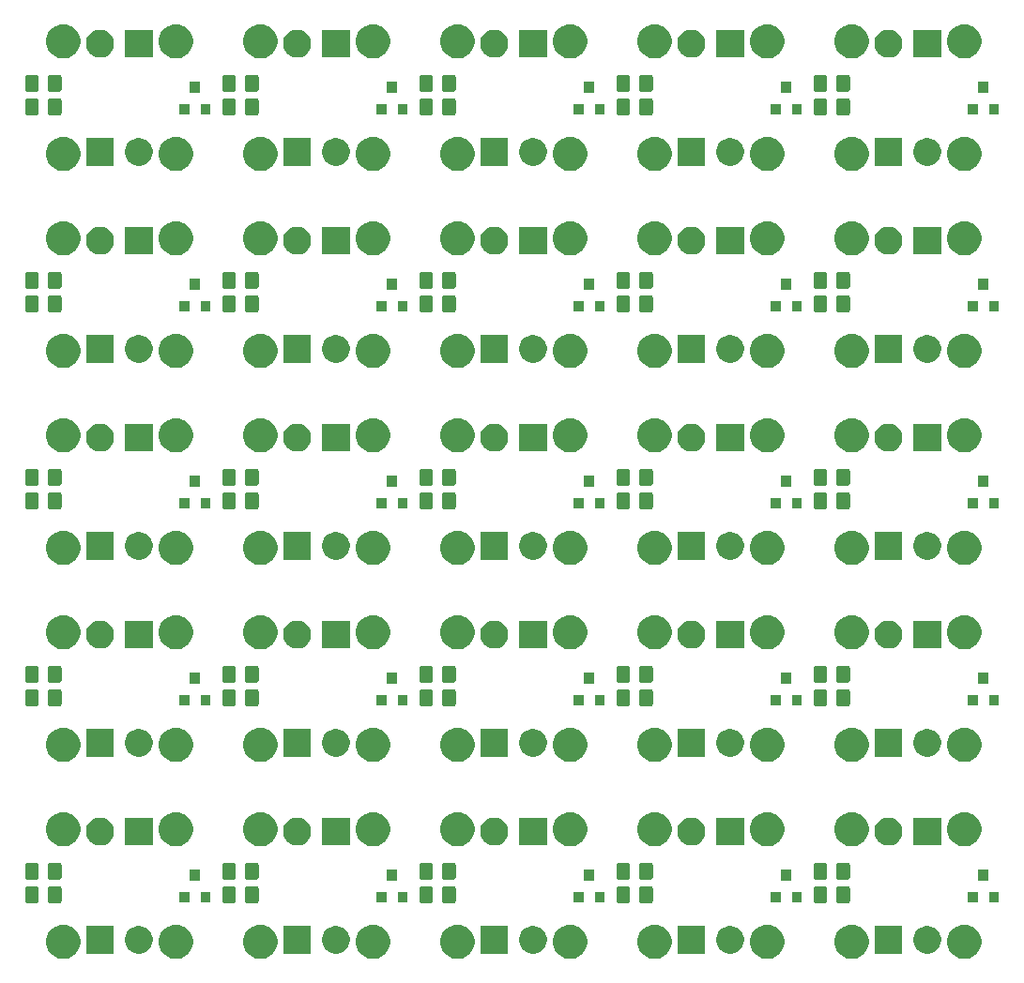
<source format=gbr>
G04 #@! TF.GenerationSoftware,KiCad,Pcbnew,5.1.5-52549c5~86~ubuntu18.04.1*
G04 #@! TF.CreationDate,2020-11-03T13:58:37-05:00*
G04 #@! TF.ProjectId,,58585858-5858-4585-9858-585858585858,rev?*
G04 #@! TF.SameCoordinates,Original*
G04 #@! TF.FileFunction,Soldermask,Top*
G04 #@! TF.FilePolarity,Negative*
%FSLAX46Y46*%
G04 Gerber Fmt 4.6, Leading zero omitted, Abs format (unit mm)*
G04 Created by KiCad (PCBNEW 5.1.5-52549c5~86~ubuntu18.04.1) date 2020-11-03 13:58:37*
%MOMM*%
%LPD*%
G04 APERTURE LIST*
%ADD10C,0.100000*%
G04 APERTURE END LIST*
D10*
G36*
X164498385Y-152540002D02*
G01*
X164648210Y-152569804D01*
X164930474Y-152686721D01*
X165184505Y-152856459D01*
X165400541Y-153072495D01*
X165570279Y-153326526D01*
X165687196Y-153608790D01*
X165746800Y-153908440D01*
X165746800Y-154213960D01*
X165687196Y-154513610D01*
X165570279Y-154795874D01*
X165400541Y-155049905D01*
X165184505Y-155265941D01*
X164930474Y-155435679D01*
X164648210Y-155552596D01*
X164498385Y-155582398D01*
X164348561Y-155612200D01*
X164043039Y-155612200D01*
X163893215Y-155582398D01*
X163743390Y-155552596D01*
X163461126Y-155435679D01*
X163207095Y-155265941D01*
X162991059Y-155049905D01*
X162821321Y-154795874D01*
X162704404Y-154513610D01*
X162644800Y-154213960D01*
X162644800Y-153908440D01*
X162704404Y-153608790D01*
X162821321Y-153326526D01*
X162991059Y-153072495D01*
X163207095Y-152856459D01*
X163461126Y-152686721D01*
X163743390Y-152569804D01*
X163893215Y-152540002D01*
X164043039Y-152510200D01*
X164348561Y-152510200D01*
X164498385Y-152540002D01*
G37*
G36*
X136558385Y-152540002D02*
G01*
X136708210Y-152569804D01*
X136990474Y-152686721D01*
X137244505Y-152856459D01*
X137460541Y-153072495D01*
X137630279Y-153326526D01*
X137747196Y-153608790D01*
X137806800Y-153908440D01*
X137806800Y-154213960D01*
X137747196Y-154513610D01*
X137630279Y-154795874D01*
X137460541Y-155049905D01*
X137244505Y-155265941D01*
X136990474Y-155435679D01*
X136708210Y-155552596D01*
X136558385Y-155582398D01*
X136408561Y-155612200D01*
X136103039Y-155612200D01*
X135953215Y-155582398D01*
X135803390Y-155552596D01*
X135521126Y-155435679D01*
X135267095Y-155265941D01*
X135051059Y-155049905D01*
X134881321Y-154795874D01*
X134764404Y-154513610D01*
X134704800Y-154213960D01*
X134704800Y-153908440D01*
X134764404Y-153608790D01*
X134881321Y-153326526D01*
X135051059Y-153072495D01*
X135267095Y-152856459D01*
X135521126Y-152686721D01*
X135803390Y-152569804D01*
X135953215Y-152540002D01*
X136103039Y-152510200D01*
X136408561Y-152510200D01*
X136558385Y-152540002D01*
G37*
G36*
X118778385Y-152540002D02*
G01*
X118928210Y-152569804D01*
X119210474Y-152686721D01*
X119464505Y-152856459D01*
X119680541Y-153072495D01*
X119850279Y-153326526D01*
X119967196Y-153608790D01*
X120026800Y-153908440D01*
X120026800Y-154213960D01*
X119967196Y-154513610D01*
X119850279Y-154795874D01*
X119680541Y-155049905D01*
X119464505Y-155265941D01*
X119210474Y-155435679D01*
X118928210Y-155552596D01*
X118778385Y-155582398D01*
X118628561Y-155612200D01*
X118323039Y-155612200D01*
X118173215Y-155582398D01*
X118023390Y-155552596D01*
X117741126Y-155435679D01*
X117487095Y-155265941D01*
X117271059Y-155049905D01*
X117101321Y-154795874D01*
X116984404Y-154513610D01*
X116924800Y-154213960D01*
X116924800Y-153908440D01*
X116984404Y-153608790D01*
X117101321Y-153326526D01*
X117271059Y-153072495D01*
X117487095Y-152856459D01*
X117741126Y-152686721D01*
X118023390Y-152569804D01*
X118173215Y-152540002D01*
X118323039Y-152510200D01*
X118628561Y-152510200D01*
X118778385Y-152540002D01*
G37*
G36*
X100998385Y-152540002D02*
G01*
X101148210Y-152569804D01*
X101430474Y-152686721D01*
X101684505Y-152856459D01*
X101900541Y-153072495D01*
X102070279Y-153326526D01*
X102187196Y-153608790D01*
X102246800Y-153908440D01*
X102246800Y-154213960D01*
X102187196Y-154513610D01*
X102070279Y-154795874D01*
X101900541Y-155049905D01*
X101684505Y-155265941D01*
X101430474Y-155435679D01*
X101148210Y-155552596D01*
X100998385Y-155582398D01*
X100848561Y-155612200D01*
X100543039Y-155612200D01*
X100393215Y-155582398D01*
X100243390Y-155552596D01*
X99961126Y-155435679D01*
X99707095Y-155265941D01*
X99491059Y-155049905D01*
X99321321Y-154795874D01*
X99204404Y-154513610D01*
X99144800Y-154213960D01*
X99144800Y-153908440D01*
X99204404Y-153608790D01*
X99321321Y-153326526D01*
X99491059Y-153072495D01*
X99707095Y-152856459D01*
X99961126Y-152686721D01*
X100243390Y-152569804D01*
X100393215Y-152540002D01*
X100543039Y-152510200D01*
X100848561Y-152510200D01*
X100998385Y-152540002D01*
G37*
G36*
X83218385Y-152540002D02*
G01*
X83368210Y-152569804D01*
X83650474Y-152686721D01*
X83904505Y-152856459D01*
X84120541Y-153072495D01*
X84290279Y-153326526D01*
X84407196Y-153608790D01*
X84466800Y-153908440D01*
X84466800Y-154213960D01*
X84407196Y-154513610D01*
X84290279Y-154795874D01*
X84120541Y-155049905D01*
X83904505Y-155265941D01*
X83650474Y-155435679D01*
X83368210Y-155552596D01*
X83218385Y-155582398D01*
X83068561Y-155612200D01*
X82763039Y-155612200D01*
X82613215Y-155582398D01*
X82463390Y-155552596D01*
X82181126Y-155435679D01*
X81927095Y-155265941D01*
X81711059Y-155049905D01*
X81541321Y-154795874D01*
X81424404Y-154513610D01*
X81364800Y-154213960D01*
X81364800Y-153908440D01*
X81424404Y-153608790D01*
X81541321Y-153326526D01*
X81711059Y-153072495D01*
X81927095Y-152856459D01*
X82181126Y-152686721D01*
X82463390Y-152569804D01*
X82613215Y-152540002D01*
X82763039Y-152510200D01*
X83068561Y-152510200D01*
X83218385Y-152540002D01*
G37*
G36*
X146718385Y-152540002D02*
G01*
X146868210Y-152569804D01*
X147150474Y-152686721D01*
X147404505Y-152856459D01*
X147620541Y-153072495D01*
X147790279Y-153326526D01*
X147907196Y-153608790D01*
X147966800Y-153908440D01*
X147966800Y-154213960D01*
X147907196Y-154513610D01*
X147790279Y-154795874D01*
X147620541Y-155049905D01*
X147404505Y-155265941D01*
X147150474Y-155435679D01*
X146868210Y-155552596D01*
X146718385Y-155582398D01*
X146568561Y-155612200D01*
X146263039Y-155612200D01*
X146113215Y-155582398D01*
X145963390Y-155552596D01*
X145681126Y-155435679D01*
X145427095Y-155265941D01*
X145211059Y-155049905D01*
X145041321Y-154795874D01*
X144924404Y-154513610D01*
X144864800Y-154213960D01*
X144864800Y-153908440D01*
X144924404Y-153608790D01*
X145041321Y-153326526D01*
X145211059Y-153072495D01*
X145427095Y-152856459D01*
X145681126Y-152686721D01*
X145963390Y-152569804D01*
X146113215Y-152540002D01*
X146263039Y-152510200D01*
X146568561Y-152510200D01*
X146718385Y-152540002D01*
G37*
G36*
X128938385Y-152540002D02*
G01*
X129088210Y-152569804D01*
X129370474Y-152686721D01*
X129624505Y-152856459D01*
X129840541Y-153072495D01*
X130010279Y-153326526D01*
X130127196Y-153608790D01*
X130186800Y-153908440D01*
X130186800Y-154213960D01*
X130127196Y-154513610D01*
X130010279Y-154795874D01*
X129840541Y-155049905D01*
X129624505Y-155265941D01*
X129370474Y-155435679D01*
X129088210Y-155552596D01*
X128938385Y-155582398D01*
X128788561Y-155612200D01*
X128483039Y-155612200D01*
X128333215Y-155582398D01*
X128183390Y-155552596D01*
X127901126Y-155435679D01*
X127647095Y-155265941D01*
X127431059Y-155049905D01*
X127261321Y-154795874D01*
X127144404Y-154513610D01*
X127084800Y-154213960D01*
X127084800Y-153908440D01*
X127144404Y-153608790D01*
X127261321Y-153326526D01*
X127431059Y-153072495D01*
X127647095Y-152856459D01*
X127901126Y-152686721D01*
X128183390Y-152569804D01*
X128333215Y-152540002D01*
X128483039Y-152510200D01*
X128788561Y-152510200D01*
X128938385Y-152540002D01*
G37*
G36*
X111158385Y-152540002D02*
G01*
X111308210Y-152569804D01*
X111590474Y-152686721D01*
X111844505Y-152856459D01*
X112060541Y-153072495D01*
X112230279Y-153326526D01*
X112347196Y-153608790D01*
X112406800Y-153908440D01*
X112406800Y-154213960D01*
X112347196Y-154513610D01*
X112230279Y-154795874D01*
X112060541Y-155049905D01*
X111844505Y-155265941D01*
X111590474Y-155435679D01*
X111308210Y-155552596D01*
X111158385Y-155582398D01*
X111008561Y-155612200D01*
X110703039Y-155612200D01*
X110553215Y-155582398D01*
X110403390Y-155552596D01*
X110121126Y-155435679D01*
X109867095Y-155265941D01*
X109651059Y-155049905D01*
X109481321Y-154795874D01*
X109364404Y-154513610D01*
X109304800Y-154213960D01*
X109304800Y-153908440D01*
X109364404Y-153608790D01*
X109481321Y-153326526D01*
X109651059Y-153072495D01*
X109867095Y-152856459D01*
X110121126Y-152686721D01*
X110403390Y-152569804D01*
X110553215Y-152540002D01*
X110703039Y-152510200D01*
X111008561Y-152510200D01*
X111158385Y-152540002D01*
G37*
G36*
X93378385Y-152540002D02*
G01*
X93528210Y-152569804D01*
X93810474Y-152686721D01*
X94064505Y-152856459D01*
X94280541Y-153072495D01*
X94450279Y-153326526D01*
X94567196Y-153608790D01*
X94626800Y-153908440D01*
X94626800Y-154213960D01*
X94567196Y-154513610D01*
X94450279Y-154795874D01*
X94280541Y-155049905D01*
X94064505Y-155265941D01*
X93810474Y-155435679D01*
X93528210Y-155552596D01*
X93378385Y-155582398D01*
X93228561Y-155612200D01*
X92923039Y-155612200D01*
X92773215Y-155582398D01*
X92623390Y-155552596D01*
X92341126Y-155435679D01*
X92087095Y-155265941D01*
X91871059Y-155049905D01*
X91701321Y-154795874D01*
X91584404Y-154513610D01*
X91524800Y-154213960D01*
X91524800Y-153908440D01*
X91584404Y-153608790D01*
X91701321Y-153326526D01*
X91871059Y-153072495D01*
X92087095Y-152856459D01*
X92341126Y-152686721D01*
X92623390Y-152569804D01*
X92773215Y-152540002D01*
X92923039Y-152510200D01*
X93228561Y-152510200D01*
X93378385Y-152540002D01*
G37*
G36*
X154338385Y-152540002D02*
G01*
X154488210Y-152569804D01*
X154770474Y-152686721D01*
X155024505Y-152856459D01*
X155240541Y-153072495D01*
X155410279Y-153326526D01*
X155527196Y-153608790D01*
X155586800Y-153908440D01*
X155586800Y-154213960D01*
X155527196Y-154513610D01*
X155410279Y-154795874D01*
X155240541Y-155049905D01*
X155024505Y-155265941D01*
X154770474Y-155435679D01*
X154488210Y-155552596D01*
X154338385Y-155582398D01*
X154188561Y-155612200D01*
X153883039Y-155612200D01*
X153733215Y-155582398D01*
X153583390Y-155552596D01*
X153301126Y-155435679D01*
X153047095Y-155265941D01*
X152831059Y-155049905D01*
X152661321Y-154795874D01*
X152544404Y-154513610D01*
X152484800Y-154213960D01*
X152484800Y-153908440D01*
X152544404Y-153608790D01*
X152661321Y-153326526D01*
X152831059Y-153072495D01*
X153047095Y-152856459D01*
X153301126Y-152686721D01*
X153583390Y-152569804D01*
X153733215Y-152540002D01*
X153883039Y-152510200D01*
X154188561Y-152510200D01*
X154338385Y-152540002D01*
G37*
G36*
X161230703Y-152665275D02*
G01*
X161458371Y-152759578D01*
X161663266Y-152896485D01*
X161837515Y-153070734D01*
X161974422Y-153275629D01*
X162068725Y-153503297D01*
X162116800Y-153744987D01*
X162116800Y-153991413D01*
X162068725Y-154233103D01*
X161974422Y-154460771D01*
X161837515Y-154665666D01*
X161663266Y-154839915D01*
X161458371Y-154976822D01*
X161458370Y-154976823D01*
X161458369Y-154976823D01*
X161230703Y-155071125D01*
X160989014Y-155119200D01*
X160742586Y-155119200D01*
X160500897Y-155071125D01*
X160273231Y-154976823D01*
X160273230Y-154976823D01*
X160273229Y-154976822D01*
X160068334Y-154839915D01*
X159894085Y-154665666D01*
X159757178Y-154460771D01*
X159662875Y-154233103D01*
X159614800Y-153991413D01*
X159614800Y-153744987D01*
X159662875Y-153503297D01*
X159757178Y-153275629D01*
X159894085Y-153070734D01*
X160068334Y-152896485D01*
X160273229Y-152759578D01*
X160500897Y-152665275D01*
X160742586Y-152617200D01*
X160989014Y-152617200D01*
X161230703Y-152665275D01*
G37*
G36*
X87496800Y-155119200D02*
G01*
X84994800Y-155119200D01*
X84994800Y-152617200D01*
X87496800Y-152617200D01*
X87496800Y-155119200D01*
G37*
G36*
X90110703Y-152665275D02*
G01*
X90338371Y-152759578D01*
X90543266Y-152896485D01*
X90717515Y-153070734D01*
X90854422Y-153275629D01*
X90948725Y-153503297D01*
X90996800Y-153744987D01*
X90996800Y-153991413D01*
X90948725Y-154233103D01*
X90854422Y-154460771D01*
X90717515Y-154665666D01*
X90543266Y-154839915D01*
X90338371Y-154976822D01*
X90338370Y-154976823D01*
X90338369Y-154976823D01*
X90110703Y-155071125D01*
X89869014Y-155119200D01*
X89622586Y-155119200D01*
X89380897Y-155071125D01*
X89153231Y-154976823D01*
X89153230Y-154976823D01*
X89153229Y-154976822D01*
X88948334Y-154839915D01*
X88774085Y-154665666D01*
X88637178Y-154460771D01*
X88542875Y-154233103D01*
X88494800Y-153991413D01*
X88494800Y-153744987D01*
X88542875Y-153503297D01*
X88637178Y-153275629D01*
X88774085Y-153070734D01*
X88948334Y-152896485D01*
X89153229Y-152759578D01*
X89380897Y-152665275D01*
X89622586Y-152617200D01*
X89869014Y-152617200D01*
X90110703Y-152665275D01*
G37*
G36*
X105276800Y-155119200D02*
G01*
X102774800Y-155119200D01*
X102774800Y-152617200D01*
X105276800Y-152617200D01*
X105276800Y-155119200D01*
G37*
G36*
X107890703Y-152665275D02*
G01*
X108118371Y-152759578D01*
X108323266Y-152896485D01*
X108497515Y-153070734D01*
X108634422Y-153275629D01*
X108728725Y-153503297D01*
X108776800Y-153744987D01*
X108776800Y-153991413D01*
X108728725Y-154233103D01*
X108634422Y-154460771D01*
X108497515Y-154665666D01*
X108323266Y-154839915D01*
X108118371Y-154976822D01*
X108118370Y-154976823D01*
X108118369Y-154976823D01*
X107890703Y-155071125D01*
X107649014Y-155119200D01*
X107402586Y-155119200D01*
X107160897Y-155071125D01*
X106933231Y-154976823D01*
X106933230Y-154976823D01*
X106933229Y-154976822D01*
X106728334Y-154839915D01*
X106554085Y-154665666D01*
X106417178Y-154460771D01*
X106322875Y-154233103D01*
X106274800Y-153991413D01*
X106274800Y-153744987D01*
X106322875Y-153503297D01*
X106417178Y-153275629D01*
X106554085Y-153070734D01*
X106728334Y-152896485D01*
X106933229Y-152759578D01*
X107160897Y-152665275D01*
X107402586Y-152617200D01*
X107649014Y-152617200D01*
X107890703Y-152665275D01*
G37*
G36*
X123056800Y-155119200D02*
G01*
X120554800Y-155119200D01*
X120554800Y-152617200D01*
X123056800Y-152617200D01*
X123056800Y-155119200D01*
G37*
G36*
X125670703Y-152665275D02*
G01*
X125898371Y-152759578D01*
X126103266Y-152896485D01*
X126277515Y-153070734D01*
X126414422Y-153275629D01*
X126508725Y-153503297D01*
X126556800Y-153744987D01*
X126556800Y-153991413D01*
X126508725Y-154233103D01*
X126414422Y-154460771D01*
X126277515Y-154665666D01*
X126103266Y-154839915D01*
X125898371Y-154976822D01*
X125898370Y-154976823D01*
X125898369Y-154976823D01*
X125670703Y-155071125D01*
X125429014Y-155119200D01*
X125182586Y-155119200D01*
X124940897Y-155071125D01*
X124713231Y-154976823D01*
X124713230Y-154976823D01*
X124713229Y-154976822D01*
X124508334Y-154839915D01*
X124334085Y-154665666D01*
X124197178Y-154460771D01*
X124102875Y-154233103D01*
X124054800Y-153991413D01*
X124054800Y-153744987D01*
X124102875Y-153503297D01*
X124197178Y-153275629D01*
X124334085Y-153070734D01*
X124508334Y-152896485D01*
X124713229Y-152759578D01*
X124940897Y-152665275D01*
X125182586Y-152617200D01*
X125429014Y-152617200D01*
X125670703Y-152665275D01*
G37*
G36*
X143450703Y-152665275D02*
G01*
X143678371Y-152759578D01*
X143883266Y-152896485D01*
X144057515Y-153070734D01*
X144194422Y-153275629D01*
X144288725Y-153503297D01*
X144336800Y-153744987D01*
X144336800Y-153991413D01*
X144288725Y-154233103D01*
X144194422Y-154460771D01*
X144057515Y-154665666D01*
X143883266Y-154839915D01*
X143678371Y-154976822D01*
X143678370Y-154976823D01*
X143678369Y-154976823D01*
X143450703Y-155071125D01*
X143209014Y-155119200D01*
X142962586Y-155119200D01*
X142720897Y-155071125D01*
X142493231Y-154976823D01*
X142493230Y-154976823D01*
X142493229Y-154976822D01*
X142288334Y-154839915D01*
X142114085Y-154665666D01*
X141977178Y-154460771D01*
X141882875Y-154233103D01*
X141834800Y-153991413D01*
X141834800Y-153744987D01*
X141882875Y-153503297D01*
X141977178Y-153275629D01*
X142114085Y-153070734D01*
X142288334Y-152896485D01*
X142493229Y-152759578D01*
X142720897Y-152665275D01*
X142962586Y-152617200D01*
X143209014Y-152617200D01*
X143450703Y-152665275D01*
G37*
G36*
X158616800Y-155119200D02*
G01*
X156114800Y-155119200D01*
X156114800Y-152617200D01*
X158616800Y-152617200D01*
X158616800Y-155119200D01*
G37*
G36*
X140836800Y-155119200D02*
G01*
X138334800Y-155119200D01*
X138334800Y-152617200D01*
X140836800Y-152617200D01*
X140836800Y-155119200D01*
G37*
G36*
X118176274Y-149062665D02*
G01*
X118213967Y-149074099D01*
X118248703Y-149092666D01*
X118279148Y-149117652D01*
X118304134Y-149148097D01*
X118322701Y-149182833D01*
X118334135Y-149220526D01*
X118338600Y-149265861D01*
X118338600Y-150352539D01*
X118334135Y-150397874D01*
X118322701Y-150435567D01*
X118304134Y-150470303D01*
X118279148Y-150500748D01*
X118248703Y-150525734D01*
X118213967Y-150544301D01*
X118176274Y-150555735D01*
X118130939Y-150560200D01*
X117294261Y-150560200D01*
X117248926Y-150555735D01*
X117211233Y-150544301D01*
X117176497Y-150525734D01*
X117146052Y-150500748D01*
X117121066Y-150470303D01*
X117102499Y-150435567D01*
X117091065Y-150397874D01*
X117086600Y-150352539D01*
X117086600Y-149265861D01*
X117091065Y-149220526D01*
X117102499Y-149182833D01*
X117121066Y-149148097D01*
X117146052Y-149117652D01*
X117176497Y-149092666D01*
X117211233Y-149074099D01*
X117248926Y-149062665D01*
X117294261Y-149058200D01*
X118130939Y-149058200D01*
X118176274Y-149062665D01*
G37*
G36*
X116126274Y-149062665D02*
G01*
X116163967Y-149074099D01*
X116198703Y-149092666D01*
X116229148Y-149117652D01*
X116254134Y-149148097D01*
X116272701Y-149182833D01*
X116284135Y-149220526D01*
X116288600Y-149265861D01*
X116288600Y-150352539D01*
X116284135Y-150397874D01*
X116272701Y-150435567D01*
X116254134Y-150470303D01*
X116229148Y-150500748D01*
X116198703Y-150525734D01*
X116163967Y-150544301D01*
X116126274Y-150555735D01*
X116080939Y-150560200D01*
X115244261Y-150560200D01*
X115198926Y-150555735D01*
X115161233Y-150544301D01*
X115126497Y-150525734D01*
X115096052Y-150500748D01*
X115071066Y-150470303D01*
X115052499Y-150435567D01*
X115041065Y-150397874D01*
X115036600Y-150352539D01*
X115036600Y-149265861D01*
X115041065Y-149220526D01*
X115052499Y-149182833D01*
X115071066Y-149148097D01*
X115096052Y-149117652D01*
X115126497Y-149092666D01*
X115161233Y-149074099D01*
X115198926Y-149062665D01*
X115244261Y-149058200D01*
X116080939Y-149058200D01*
X116126274Y-149062665D01*
G37*
G36*
X133906274Y-149062665D02*
G01*
X133943967Y-149074099D01*
X133978703Y-149092666D01*
X134009148Y-149117652D01*
X134034134Y-149148097D01*
X134052701Y-149182833D01*
X134064135Y-149220526D01*
X134068600Y-149265861D01*
X134068600Y-150352539D01*
X134064135Y-150397874D01*
X134052701Y-150435567D01*
X134034134Y-150470303D01*
X134009148Y-150500748D01*
X133978703Y-150525734D01*
X133943967Y-150544301D01*
X133906274Y-150555735D01*
X133860939Y-150560200D01*
X133024261Y-150560200D01*
X132978926Y-150555735D01*
X132941233Y-150544301D01*
X132906497Y-150525734D01*
X132876052Y-150500748D01*
X132851066Y-150470303D01*
X132832499Y-150435567D01*
X132821065Y-150397874D01*
X132816600Y-150352539D01*
X132816600Y-149265861D01*
X132821065Y-149220526D01*
X132832499Y-149182833D01*
X132851066Y-149148097D01*
X132876052Y-149117652D01*
X132906497Y-149092666D01*
X132941233Y-149074099D01*
X132978926Y-149062665D01*
X133024261Y-149058200D01*
X133860939Y-149058200D01*
X133906274Y-149062665D01*
G37*
G36*
X135956274Y-149062665D02*
G01*
X135993967Y-149074099D01*
X136028703Y-149092666D01*
X136059148Y-149117652D01*
X136084134Y-149148097D01*
X136102701Y-149182833D01*
X136114135Y-149220526D01*
X136118600Y-149265861D01*
X136118600Y-150352539D01*
X136114135Y-150397874D01*
X136102701Y-150435567D01*
X136084134Y-150470303D01*
X136059148Y-150500748D01*
X136028703Y-150525734D01*
X135993967Y-150544301D01*
X135956274Y-150555735D01*
X135910939Y-150560200D01*
X135074261Y-150560200D01*
X135028926Y-150555735D01*
X134991233Y-150544301D01*
X134956497Y-150525734D01*
X134926052Y-150500748D01*
X134901066Y-150470303D01*
X134882499Y-150435567D01*
X134871065Y-150397874D01*
X134866600Y-150352539D01*
X134866600Y-149265861D01*
X134871065Y-149220526D01*
X134882499Y-149182833D01*
X134901066Y-149148097D01*
X134926052Y-149117652D01*
X134956497Y-149092666D01*
X134991233Y-149074099D01*
X135028926Y-149062665D01*
X135074261Y-149058200D01*
X135910939Y-149058200D01*
X135956274Y-149062665D01*
G37*
G36*
X151686274Y-149062665D02*
G01*
X151723967Y-149074099D01*
X151758703Y-149092666D01*
X151789148Y-149117652D01*
X151814134Y-149148097D01*
X151832701Y-149182833D01*
X151844135Y-149220526D01*
X151848600Y-149265861D01*
X151848600Y-150352539D01*
X151844135Y-150397874D01*
X151832701Y-150435567D01*
X151814134Y-150470303D01*
X151789148Y-150500748D01*
X151758703Y-150525734D01*
X151723967Y-150544301D01*
X151686274Y-150555735D01*
X151640939Y-150560200D01*
X150804261Y-150560200D01*
X150758926Y-150555735D01*
X150721233Y-150544301D01*
X150686497Y-150525734D01*
X150656052Y-150500748D01*
X150631066Y-150470303D01*
X150612499Y-150435567D01*
X150601065Y-150397874D01*
X150596600Y-150352539D01*
X150596600Y-149265861D01*
X150601065Y-149220526D01*
X150612499Y-149182833D01*
X150631066Y-149148097D01*
X150656052Y-149117652D01*
X150686497Y-149092666D01*
X150721233Y-149074099D01*
X150758926Y-149062665D01*
X150804261Y-149058200D01*
X151640939Y-149058200D01*
X151686274Y-149062665D01*
G37*
G36*
X100396274Y-149062665D02*
G01*
X100433967Y-149074099D01*
X100468703Y-149092666D01*
X100499148Y-149117652D01*
X100524134Y-149148097D01*
X100542701Y-149182833D01*
X100554135Y-149220526D01*
X100558600Y-149265861D01*
X100558600Y-150352539D01*
X100554135Y-150397874D01*
X100542701Y-150435567D01*
X100524134Y-150470303D01*
X100499148Y-150500748D01*
X100468703Y-150525734D01*
X100433967Y-150544301D01*
X100396274Y-150555735D01*
X100350939Y-150560200D01*
X99514261Y-150560200D01*
X99468926Y-150555735D01*
X99431233Y-150544301D01*
X99396497Y-150525734D01*
X99366052Y-150500748D01*
X99341066Y-150470303D01*
X99322499Y-150435567D01*
X99311065Y-150397874D01*
X99306600Y-150352539D01*
X99306600Y-149265861D01*
X99311065Y-149220526D01*
X99322499Y-149182833D01*
X99341066Y-149148097D01*
X99366052Y-149117652D01*
X99396497Y-149092666D01*
X99431233Y-149074099D01*
X99468926Y-149062665D01*
X99514261Y-149058200D01*
X100350939Y-149058200D01*
X100396274Y-149062665D01*
G37*
G36*
X98346274Y-149062665D02*
G01*
X98383967Y-149074099D01*
X98418703Y-149092666D01*
X98449148Y-149117652D01*
X98474134Y-149148097D01*
X98492701Y-149182833D01*
X98504135Y-149220526D01*
X98508600Y-149265861D01*
X98508600Y-150352539D01*
X98504135Y-150397874D01*
X98492701Y-150435567D01*
X98474134Y-150470303D01*
X98449148Y-150500748D01*
X98418703Y-150525734D01*
X98383967Y-150544301D01*
X98346274Y-150555735D01*
X98300939Y-150560200D01*
X97464261Y-150560200D01*
X97418926Y-150555735D01*
X97381233Y-150544301D01*
X97346497Y-150525734D01*
X97316052Y-150500748D01*
X97291066Y-150470303D01*
X97272499Y-150435567D01*
X97261065Y-150397874D01*
X97256600Y-150352539D01*
X97256600Y-149265861D01*
X97261065Y-149220526D01*
X97272499Y-149182833D01*
X97291066Y-149148097D01*
X97316052Y-149117652D01*
X97346497Y-149092666D01*
X97381233Y-149074099D01*
X97418926Y-149062665D01*
X97464261Y-149058200D01*
X98300939Y-149058200D01*
X98346274Y-149062665D01*
G37*
G36*
X82616274Y-149062665D02*
G01*
X82653967Y-149074099D01*
X82688703Y-149092666D01*
X82719148Y-149117652D01*
X82744134Y-149148097D01*
X82762701Y-149182833D01*
X82774135Y-149220526D01*
X82778600Y-149265861D01*
X82778600Y-150352539D01*
X82774135Y-150397874D01*
X82762701Y-150435567D01*
X82744134Y-150470303D01*
X82719148Y-150500748D01*
X82688703Y-150525734D01*
X82653967Y-150544301D01*
X82616274Y-150555735D01*
X82570939Y-150560200D01*
X81734261Y-150560200D01*
X81688926Y-150555735D01*
X81651233Y-150544301D01*
X81616497Y-150525734D01*
X81586052Y-150500748D01*
X81561066Y-150470303D01*
X81542499Y-150435567D01*
X81531065Y-150397874D01*
X81526600Y-150352539D01*
X81526600Y-149265861D01*
X81531065Y-149220526D01*
X81542499Y-149182833D01*
X81561066Y-149148097D01*
X81586052Y-149117652D01*
X81616497Y-149092666D01*
X81651233Y-149074099D01*
X81688926Y-149062665D01*
X81734261Y-149058200D01*
X82570939Y-149058200D01*
X82616274Y-149062665D01*
G37*
G36*
X80566274Y-149062665D02*
G01*
X80603967Y-149074099D01*
X80638703Y-149092666D01*
X80669148Y-149117652D01*
X80694134Y-149148097D01*
X80712701Y-149182833D01*
X80724135Y-149220526D01*
X80728600Y-149265861D01*
X80728600Y-150352539D01*
X80724135Y-150397874D01*
X80712701Y-150435567D01*
X80694134Y-150470303D01*
X80669148Y-150500748D01*
X80638703Y-150525734D01*
X80603967Y-150544301D01*
X80566274Y-150555735D01*
X80520939Y-150560200D01*
X79684261Y-150560200D01*
X79638926Y-150555735D01*
X79601233Y-150544301D01*
X79566497Y-150525734D01*
X79536052Y-150500748D01*
X79511066Y-150470303D01*
X79492499Y-150435567D01*
X79481065Y-150397874D01*
X79476600Y-150352539D01*
X79476600Y-149265861D01*
X79481065Y-149220526D01*
X79492499Y-149182833D01*
X79511066Y-149148097D01*
X79536052Y-149117652D01*
X79566497Y-149092666D01*
X79601233Y-149074099D01*
X79638926Y-149062665D01*
X79684261Y-149058200D01*
X80520939Y-149058200D01*
X80566274Y-149062665D01*
G37*
G36*
X153736274Y-149062665D02*
G01*
X153773967Y-149074099D01*
X153808703Y-149092666D01*
X153839148Y-149117652D01*
X153864134Y-149148097D01*
X153882701Y-149182833D01*
X153894135Y-149220526D01*
X153898600Y-149265861D01*
X153898600Y-150352539D01*
X153894135Y-150397874D01*
X153882701Y-150435567D01*
X153864134Y-150470303D01*
X153839148Y-150500748D01*
X153808703Y-150525734D01*
X153773967Y-150544301D01*
X153736274Y-150555735D01*
X153690939Y-150560200D01*
X152854261Y-150560200D01*
X152808926Y-150555735D01*
X152771233Y-150544301D01*
X152736497Y-150525734D01*
X152706052Y-150500748D01*
X152681066Y-150470303D01*
X152662499Y-150435567D01*
X152651065Y-150397874D01*
X152646600Y-150352539D01*
X152646600Y-149265861D01*
X152651065Y-149220526D01*
X152662499Y-149182833D01*
X152681066Y-149148097D01*
X152706052Y-149117652D01*
X152736497Y-149092666D01*
X152771233Y-149074099D01*
X152808926Y-149062665D01*
X152854261Y-149058200D01*
X153690939Y-149058200D01*
X153736274Y-149062665D01*
G37*
G36*
X112099200Y-150522800D02*
G01*
X111197200Y-150522800D01*
X111197200Y-149520800D01*
X112099200Y-149520800D01*
X112099200Y-150522800D01*
G37*
G36*
X94319200Y-150522800D02*
G01*
X93417200Y-150522800D01*
X93417200Y-149520800D01*
X94319200Y-149520800D01*
X94319200Y-150522800D01*
G37*
G36*
X113999200Y-150522800D02*
G01*
X113097200Y-150522800D01*
X113097200Y-149520800D01*
X113999200Y-149520800D01*
X113999200Y-150522800D01*
G37*
G36*
X131779200Y-150522800D02*
G01*
X130877200Y-150522800D01*
X130877200Y-149520800D01*
X131779200Y-149520800D01*
X131779200Y-150522800D01*
G37*
G36*
X129879200Y-150522800D02*
G01*
X128977200Y-150522800D01*
X128977200Y-149520800D01*
X129879200Y-149520800D01*
X129879200Y-150522800D01*
G37*
G36*
X149559200Y-150522800D02*
G01*
X148657200Y-150522800D01*
X148657200Y-149520800D01*
X149559200Y-149520800D01*
X149559200Y-150522800D01*
G37*
G36*
X147659200Y-150522800D02*
G01*
X146757200Y-150522800D01*
X146757200Y-149520800D01*
X147659200Y-149520800D01*
X147659200Y-150522800D01*
G37*
G36*
X167339200Y-150522800D02*
G01*
X166437200Y-150522800D01*
X166437200Y-149520800D01*
X167339200Y-149520800D01*
X167339200Y-150522800D01*
G37*
G36*
X165439200Y-150522800D02*
G01*
X164537200Y-150522800D01*
X164537200Y-149520800D01*
X165439200Y-149520800D01*
X165439200Y-150522800D01*
G37*
G36*
X96219200Y-150522800D02*
G01*
X95317200Y-150522800D01*
X95317200Y-149520800D01*
X96219200Y-149520800D01*
X96219200Y-150522800D01*
G37*
G36*
X166389200Y-148522800D02*
G01*
X165487200Y-148522800D01*
X165487200Y-147520800D01*
X166389200Y-147520800D01*
X166389200Y-148522800D01*
G37*
G36*
X148609200Y-148522800D02*
G01*
X147707200Y-148522800D01*
X147707200Y-147520800D01*
X148609200Y-147520800D01*
X148609200Y-148522800D01*
G37*
G36*
X95269200Y-148522800D02*
G01*
X94367200Y-148522800D01*
X94367200Y-147520800D01*
X95269200Y-147520800D01*
X95269200Y-148522800D01*
G37*
G36*
X130829200Y-148522800D02*
G01*
X129927200Y-148522800D01*
X129927200Y-147520800D01*
X130829200Y-147520800D01*
X130829200Y-148522800D01*
G37*
G36*
X113049200Y-148522800D02*
G01*
X112147200Y-148522800D01*
X112147200Y-147520800D01*
X113049200Y-147520800D01*
X113049200Y-148522800D01*
G37*
G36*
X153745274Y-146929065D02*
G01*
X153782967Y-146940499D01*
X153817703Y-146959066D01*
X153848148Y-146984052D01*
X153873134Y-147014497D01*
X153891701Y-147049233D01*
X153903135Y-147086926D01*
X153907600Y-147132261D01*
X153907600Y-148218939D01*
X153903135Y-148264274D01*
X153891701Y-148301967D01*
X153873134Y-148336703D01*
X153848148Y-148367148D01*
X153817703Y-148392134D01*
X153782967Y-148410701D01*
X153745274Y-148422135D01*
X153699939Y-148426600D01*
X152863261Y-148426600D01*
X152817926Y-148422135D01*
X152780233Y-148410701D01*
X152745497Y-148392134D01*
X152715052Y-148367148D01*
X152690066Y-148336703D01*
X152671499Y-148301967D01*
X152660065Y-148264274D01*
X152655600Y-148218939D01*
X152655600Y-147132261D01*
X152660065Y-147086926D01*
X152671499Y-147049233D01*
X152690066Y-147014497D01*
X152715052Y-146984052D01*
X152745497Y-146959066D01*
X152780233Y-146940499D01*
X152817926Y-146929065D01*
X152863261Y-146924600D01*
X153699939Y-146924600D01*
X153745274Y-146929065D01*
G37*
G36*
X82625274Y-146929065D02*
G01*
X82662967Y-146940499D01*
X82697703Y-146959066D01*
X82728148Y-146984052D01*
X82753134Y-147014497D01*
X82771701Y-147049233D01*
X82783135Y-147086926D01*
X82787600Y-147132261D01*
X82787600Y-148218939D01*
X82783135Y-148264274D01*
X82771701Y-148301967D01*
X82753134Y-148336703D01*
X82728148Y-148367148D01*
X82697703Y-148392134D01*
X82662967Y-148410701D01*
X82625274Y-148422135D01*
X82579939Y-148426600D01*
X81743261Y-148426600D01*
X81697926Y-148422135D01*
X81660233Y-148410701D01*
X81625497Y-148392134D01*
X81595052Y-148367148D01*
X81570066Y-148336703D01*
X81551499Y-148301967D01*
X81540065Y-148264274D01*
X81535600Y-148218939D01*
X81535600Y-147132261D01*
X81540065Y-147086926D01*
X81551499Y-147049233D01*
X81570066Y-147014497D01*
X81595052Y-146984052D01*
X81625497Y-146959066D01*
X81660233Y-146940499D01*
X81697926Y-146929065D01*
X81743261Y-146924600D01*
X82579939Y-146924600D01*
X82625274Y-146929065D01*
G37*
G36*
X80575274Y-146929065D02*
G01*
X80612967Y-146940499D01*
X80647703Y-146959066D01*
X80678148Y-146984052D01*
X80703134Y-147014497D01*
X80721701Y-147049233D01*
X80733135Y-147086926D01*
X80737600Y-147132261D01*
X80737600Y-148218939D01*
X80733135Y-148264274D01*
X80721701Y-148301967D01*
X80703134Y-148336703D01*
X80678148Y-148367148D01*
X80647703Y-148392134D01*
X80612967Y-148410701D01*
X80575274Y-148422135D01*
X80529939Y-148426600D01*
X79693261Y-148426600D01*
X79647926Y-148422135D01*
X79610233Y-148410701D01*
X79575497Y-148392134D01*
X79545052Y-148367148D01*
X79520066Y-148336703D01*
X79501499Y-148301967D01*
X79490065Y-148264274D01*
X79485600Y-148218939D01*
X79485600Y-147132261D01*
X79490065Y-147086926D01*
X79501499Y-147049233D01*
X79520066Y-147014497D01*
X79545052Y-146984052D01*
X79575497Y-146959066D01*
X79610233Y-146940499D01*
X79647926Y-146929065D01*
X79693261Y-146924600D01*
X80529939Y-146924600D01*
X80575274Y-146929065D01*
G37*
G36*
X100405274Y-146929065D02*
G01*
X100442967Y-146940499D01*
X100477703Y-146959066D01*
X100508148Y-146984052D01*
X100533134Y-147014497D01*
X100551701Y-147049233D01*
X100563135Y-147086926D01*
X100567600Y-147132261D01*
X100567600Y-148218939D01*
X100563135Y-148264274D01*
X100551701Y-148301967D01*
X100533134Y-148336703D01*
X100508148Y-148367148D01*
X100477703Y-148392134D01*
X100442967Y-148410701D01*
X100405274Y-148422135D01*
X100359939Y-148426600D01*
X99523261Y-148426600D01*
X99477926Y-148422135D01*
X99440233Y-148410701D01*
X99405497Y-148392134D01*
X99375052Y-148367148D01*
X99350066Y-148336703D01*
X99331499Y-148301967D01*
X99320065Y-148264274D01*
X99315600Y-148218939D01*
X99315600Y-147132261D01*
X99320065Y-147086926D01*
X99331499Y-147049233D01*
X99350066Y-147014497D01*
X99375052Y-146984052D01*
X99405497Y-146959066D01*
X99440233Y-146940499D01*
X99477926Y-146929065D01*
X99523261Y-146924600D01*
X100359939Y-146924600D01*
X100405274Y-146929065D01*
G37*
G36*
X98355274Y-146929065D02*
G01*
X98392967Y-146940499D01*
X98427703Y-146959066D01*
X98458148Y-146984052D01*
X98483134Y-147014497D01*
X98501701Y-147049233D01*
X98513135Y-147086926D01*
X98517600Y-147132261D01*
X98517600Y-148218939D01*
X98513135Y-148264274D01*
X98501701Y-148301967D01*
X98483134Y-148336703D01*
X98458148Y-148367148D01*
X98427703Y-148392134D01*
X98392967Y-148410701D01*
X98355274Y-148422135D01*
X98309939Y-148426600D01*
X97473261Y-148426600D01*
X97427926Y-148422135D01*
X97390233Y-148410701D01*
X97355497Y-148392134D01*
X97325052Y-148367148D01*
X97300066Y-148336703D01*
X97281499Y-148301967D01*
X97270065Y-148264274D01*
X97265600Y-148218939D01*
X97265600Y-147132261D01*
X97270065Y-147086926D01*
X97281499Y-147049233D01*
X97300066Y-147014497D01*
X97325052Y-146984052D01*
X97355497Y-146959066D01*
X97390233Y-146940499D01*
X97427926Y-146929065D01*
X97473261Y-146924600D01*
X98309939Y-146924600D01*
X98355274Y-146929065D01*
G37*
G36*
X116135274Y-146929065D02*
G01*
X116172967Y-146940499D01*
X116207703Y-146959066D01*
X116238148Y-146984052D01*
X116263134Y-147014497D01*
X116281701Y-147049233D01*
X116293135Y-147086926D01*
X116297600Y-147132261D01*
X116297600Y-148218939D01*
X116293135Y-148264274D01*
X116281701Y-148301967D01*
X116263134Y-148336703D01*
X116238148Y-148367148D01*
X116207703Y-148392134D01*
X116172967Y-148410701D01*
X116135274Y-148422135D01*
X116089939Y-148426600D01*
X115253261Y-148426600D01*
X115207926Y-148422135D01*
X115170233Y-148410701D01*
X115135497Y-148392134D01*
X115105052Y-148367148D01*
X115080066Y-148336703D01*
X115061499Y-148301967D01*
X115050065Y-148264274D01*
X115045600Y-148218939D01*
X115045600Y-147132261D01*
X115050065Y-147086926D01*
X115061499Y-147049233D01*
X115080066Y-147014497D01*
X115105052Y-146984052D01*
X115135497Y-146959066D01*
X115170233Y-146940499D01*
X115207926Y-146929065D01*
X115253261Y-146924600D01*
X116089939Y-146924600D01*
X116135274Y-146929065D01*
G37*
G36*
X118185274Y-146929065D02*
G01*
X118222967Y-146940499D01*
X118257703Y-146959066D01*
X118288148Y-146984052D01*
X118313134Y-147014497D01*
X118331701Y-147049233D01*
X118343135Y-147086926D01*
X118347600Y-147132261D01*
X118347600Y-148218939D01*
X118343135Y-148264274D01*
X118331701Y-148301967D01*
X118313134Y-148336703D01*
X118288148Y-148367148D01*
X118257703Y-148392134D01*
X118222967Y-148410701D01*
X118185274Y-148422135D01*
X118139939Y-148426600D01*
X117303261Y-148426600D01*
X117257926Y-148422135D01*
X117220233Y-148410701D01*
X117185497Y-148392134D01*
X117155052Y-148367148D01*
X117130066Y-148336703D01*
X117111499Y-148301967D01*
X117100065Y-148264274D01*
X117095600Y-148218939D01*
X117095600Y-147132261D01*
X117100065Y-147086926D01*
X117111499Y-147049233D01*
X117130066Y-147014497D01*
X117155052Y-146984052D01*
X117185497Y-146959066D01*
X117220233Y-146940499D01*
X117257926Y-146929065D01*
X117303261Y-146924600D01*
X118139939Y-146924600D01*
X118185274Y-146929065D01*
G37*
G36*
X151695274Y-146929065D02*
G01*
X151732967Y-146940499D01*
X151767703Y-146959066D01*
X151798148Y-146984052D01*
X151823134Y-147014497D01*
X151841701Y-147049233D01*
X151853135Y-147086926D01*
X151857600Y-147132261D01*
X151857600Y-148218939D01*
X151853135Y-148264274D01*
X151841701Y-148301967D01*
X151823134Y-148336703D01*
X151798148Y-148367148D01*
X151767703Y-148392134D01*
X151732967Y-148410701D01*
X151695274Y-148422135D01*
X151649939Y-148426600D01*
X150813261Y-148426600D01*
X150767926Y-148422135D01*
X150730233Y-148410701D01*
X150695497Y-148392134D01*
X150665052Y-148367148D01*
X150640066Y-148336703D01*
X150621499Y-148301967D01*
X150610065Y-148264274D01*
X150605600Y-148218939D01*
X150605600Y-147132261D01*
X150610065Y-147086926D01*
X150621499Y-147049233D01*
X150640066Y-147014497D01*
X150665052Y-146984052D01*
X150695497Y-146959066D01*
X150730233Y-146940499D01*
X150767926Y-146929065D01*
X150813261Y-146924600D01*
X151649939Y-146924600D01*
X151695274Y-146929065D01*
G37*
G36*
X135965274Y-146929065D02*
G01*
X136002967Y-146940499D01*
X136037703Y-146959066D01*
X136068148Y-146984052D01*
X136093134Y-147014497D01*
X136111701Y-147049233D01*
X136123135Y-147086926D01*
X136127600Y-147132261D01*
X136127600Y-148218939D01*
X136123135Y-148264274D01*
X136111701Y-148301967D01*
X136093134Y-148336703D01*
X136068148Y-148367148D01*
X136037703Y-148392134D01*
X136002967Y-148410701D01*
X135965274Y-148422135D01*
X135919939Y-148426600D01*
X135083261Y-148426600D01*
X135037926Y-148422135D01*
X135000233Y-148410701D01*
X134965497Y-148392134D01*
X134935052Y-148367148D01*
X134910066Y-148336703D01*
X134891499Y-148301967D01*
X134880065Y-148264274D01*
X134875600Y-148218939D01*
X134875600Y-147132261D01*
X134880065Y-147086926D01*
X134891499Y-147049233D01*
X134910066Y-147014497D01*
X134935052Y-146984052D01*
X134965497Y-146959066D01*
X135000233Y-146940499D01*
X135037926Y-146929065D01*
X135083261Y-146924600D01*
X135919939Y-146924600D01*
X135965274Y-146929065D01*
G37*
G36*
X133915274Y-146929065D02*
G01*
X133952967Y-146940499D01*
X133987703Y-146959066D01*
X134018148Y-146984052D01*
X134043134Y-147014497D01*
X134061701Y-147049233D01*
X134073135Y-147086926D01*
X134077600Y-147132261D01*
X134077600Y-148218939D01*
X134073135Y-148264274D01*
X134061701Y-148301967D01*
X134043134Y-148336703D01*
X134018148Y-148367148D01*
X133987703Y-148392134D01*
X133952967Y-148410701D01*
X133915274Y-148422135D01*
X133869939Y-148426600D01*
X133033261Y-148426600D01*
X132987926Y-148422135D01*
X132950233Y-148410701D01*
X132915497Y-148392134D01*
X132885052Y-148367148D01*
X132860066Y-148336703D01*
X132841499Y-148301967D01*
X132830065Y-148264274D01*
X132825600Y-148218939D01*
X132825600Y-147132261D01*
X132830065Y-147086926D01*
X132841499Y-147049233D01*
X132860066Y-147014497D01*
X132885052Y-146984052D01*
X132915497Y-146959066D01*
X132950233Y-146940499D01*
X132987926Y-146929065D01*
X133033261Y-146924600D01*
X133869939Y-146924600D01*
X133915274Y-146929065D01*
G37*
G36*
X93378385Y-142380002D02*
G01*
X93528210Y-142409804D01*
X93810474Y-142526721D01*
X94064505Y-142696459D01*
X94280541Y-142912495D01*
X94450279Y-143166526D01*
X94567196Y-143448790D01*
X94626800Y-143748440D01*
X94626800Y-144053960D01*
X94567196Y-144353610D01*
X94450279Y-144635874D01*
X94280541Y-144889905D01*
X94064505Y-145105941D01*
X93810474Y-145275679D01*
X93528210Y-145392596D01*
X93378385Y-145422398D01*
X93228561Y-145452200D01*
X92923039Y-145452200D01*
X92773215Y-145422398D01*
X92623390Y-145392596D01*
X92341126Y-145275679D01*
X92087095Y-145105941D01*
X91871059Y-144889905D01*
X91701321Y-144635874D01*
X91584404Y-144353610D01*
X91524800Y-144053960D01*
X91524800Y-143748440D01*
X91584404Y-143448790D01*
X91701321Y-143166526D01*
X91871059Y-142912495D01*
X92087095Y-142696459D01*
X92341126Y-142526721D01*
X92623390Y-142409804D01*
X92773215Y-142380002D01*
X92923039Y-142350200D01*
X93228561Y-142350200D01*
X93378385Y-142380002D01*
G37*
G36*
X164498385Y-142380002D02*
G01*
X164648210Y-142409804D01*
X164930474Y-142526721D01*
X165184505Y-142696459D01*
X165400541Y-142912495D01*
X165570279Y-143166526D01*
X165687196Y-143448790D01*
X165746800Y-143748440D01*
X165746800Y-144053960D01*
X165687196Y-144353610D01*
X165570279Y-144635874D01*
X165400541Y-144889905D01*
X165184505Y-145105941D01*
X164930474Y-145275679D01*
X164648210Y-145392596D01*
X164498385Y-145422398D01*
X164348561Y-145452200D01*
X164043039Y-145452200D01*
X163893215Y-145422398D01*
X163743390Y-145392596D01*
X163461126Y-145275679D01*
X163207095Y-145105941D01*
X162991059Y-144889905D01*
X162821321Y-144635874D01*
X162704404Y-144353610D01*
X162644800Y-144053960D01*
X162644800Y-143748440D01*
X162704404Y-143448790D01*
X162821321Y-143166526D01*
X162991059Y-142912495D01*
X163207095Y-142696459D01*
X163461126Y-142526721D01*
X163743390Y-142409804D01*
X163893215Y-142380002D01*
X164043039Y-142350200D01*
X164348561Y-142350200D01*
X164498385Y-142380002D01*
G37*
G36*
X128938385Y-142380002D02*
G01*
X129088210Y-142409804D01*
X129370474Y-142526721D01*
X129624505Y-142696459D01*
X129840541Y-142912495D01*
X130010279Y-143166526D01*
X130127196Y-143448790D01*
X130186800Y-143748440D01*
X130186800Y-144053960D01*
X130127196Y-144353610D01*
X130010279Y-144635874D01*
X129840541Y-144889905D01*
X129624505Y-145105941D01*
X129370474Y-145275679D01*
X129088210Y-145392596D01*
X128938385Y-145422398D01*
X128788561Y-145452200D01*
X128483039Y-145452200D01*
X128333215Y-145422398D01*
X128183390Y-145392596D01*
X127901126Y-145275679D01*
X127647095Y-145105941D01*
X127431059Y-144889905D01*
X127261321Y-144635874D01*
X127144404Y-144353610D01*
X127084800Y-144053960D01*
X127084800Y-143748440D01*
X127144404Y-143448790D01*
X127261321Y-143166526D01*
X127431059Y-142912495D01*
X127647095Y-142696459D01*
X127901126Y-142526721D01*
X128183390Y-142409804D01*
X128333215Y-142380002D01*
X128483039Y-142350200D01*
X128788561Y-142350200D01*
X128938385Y-142380002D01*
G37*
G36*
X111158385Y-142380002D02*
G01*
X111308210Y-142409804D01*
X111590474Y-142526721D01*
X111844505Y-142696459D01*
X112060541Y-142912495D01*
X112230279Y-143166526D01*
X112347196Y-143448790D01*
X112406800Y-143748440D01*
X112406800Y-144053960D01*
X112347196Y-144353610D01*
X112230279Y-144635874D01*
X112060541Y-144889905D01*
X111844505Y-145105941D01*
X111590474Y-145275679D01*
X111308210Y-145392596D01*
X111158385Y-145422398D01*
X111008561Y-145452200D01*
X110703039Y-145452200D01*
X110553215Y-145422398D01*
X110403390Y-145392596D01*
X110121126Y-145275679D01*
X109867095Y-145105941D01*
X109651059Y-144889905D01*
X109481321Y-144635874D01*
X109364404Y-144353610D01*
X109304800Y-144053960D01*
X109304800Y-143748440D01*
X109364404Y-143448790D01*
X109481321Y-143166526D01*
X109651059Y-142912495D01*
X109867095Y-142696459D01*
X110121126Y-142526721D01*
X110403390Y-142409804D01*
X110553215Y-142380002D01*
X110703039Y-142350200D01*
X111008561Y-142350200D01*
X111158385Y-142380002D01*
G37*
G36*
X83218385Y-142380002D02*
G01*
X83368210Y-142409804D01*
X83650474Y-142526721D01*
X83904505Y-142696459D01*
X84120541Y-142912495D01*
X84290279Y-143166526D01*
X84407196Y-143448790D01*
X84466800Y-143748440D01*
X84466800Y-144053960D01*
X84407196Y-144353610D01*
X84290279Y-144635874D01*
X84120541Y-144889905D01*
X83904505Y-145105941D01*
X83650474Y-145275679D01*
X83368210Y-145392596D01*
X83218385Y-145422398D01*
X83068561Y-145452200D01*
X82763039Y-145452200D01*
X82613215Y-145422398D01*
X82463390Y-145392596D01*
X82181126Y-145275679D01*
X81927095Y-145105941D01*
X81711059Y-144889905D01*
X81541321Y-144635874D01*
X81424404Y-144353610D01*
X81364800Y-144053960D01*
X81364800Y-143748440D01*
X81424404Y-143448790D01*
X81541321Y-143166526D01*
X81711059Y-142912495D01*
X81927095Y-142696459D01*
X82181126Y-142526721D01*
X82463390Y-142409804D01*
X82613215Y-142380002D01*
X82763039Y-142350200D01*
X83068561Y-142350200D01*
X83218385Y-142380002D01*
G37*
G36*
X100998385Y-142380002D02*
G01*
X101148210Y-142409804D01*
X101430474Y-142526721D01*
X101684505Y-142696459D01*
X101900541Y-142912495D01*
X102070279Y-143166526D01*
X102187196Y-143448790D01*
X102246800Y-143748440D01*
X102246800Y-144053960D01*
X102187196Y-144353610D01*
X102070279Y-144635874D01*
X101900541Y-144889905D01*
X101684505Y-145105941D01*
X101430474Y-145275679D01*
X101148210Y-145392596D01*
X100998385Y-145422398D01*
X100848561Y-145452200D01*
X100543039Y-145452200D01*
X100393215Y-145422398D01*
X100243390Y-145392596D01*
X99961126Y-145275679D01*
X99707095Y-145105941D01*
X99491059Y-144889905D01*
X99321321Y-144635874D01*
X99204404Y-144353610D01*
X99144800Y-144053960D01*
X99144800Y-143748440D01*
X99204404Y-143448790D01*
X99321321Y-143166526D01*
X99491059Y-142912495D01*
X99707095Y-142696459D01*
X99961126Y-142526721D01*
X100243390Y-142409804D01*
X100393215Y-142380002D01*
X100543039Y-142350200D01*
X100848561Y-142350200D01*
X100998385Y-142380002D01*
G37*
G36*
X118778385Y-142380002D02*
G01*
X118928210Y-142409804D01*
X119210474Y-142526721D01*
X119464505Y-142696459D01*
X119680541Y-142912495D01*
X119850279Y-143166526D01*
X119967196Y-143448790D01*
X120026800Y-143748440D01*
X120026800Y-144053960D01*
X119967196Y-144353610D01*
X119850279Y-144635874D01*
X119680541Y-144889905D01*
X119464505Y-145105941D01*
X119210474Y-145275679D01*
X118928210Y-145392596D01*
X118778385Y-145422398D01*
X118628561Y-145452200D01*
X118323039Y-145452200D01*
X118173215Y-145422398D01*
X118023390Y-145392596D01*
X117741126Y-145275679D01*
X117487095Y-145105941D01*
X117271059Y-144889905D01*
X117101321Y-144635874D01*
X116984404Y-144353610D01*
X116924800Y-144053960D01*
X116924800Y-143748440D01*
X116984404Y-143448790D01*
X117101321Y-143166526D01*
X117271059Y-142912495D01*
X117487095Y-142696459D01*
X117741126Y-142526721D01*
X118023390Y-142409804D01*
X118173215Y-142380002D01*
X118323039Y-142350200D01*
X118628561Y-142350200D01*
X118778385Y-142380002D01*
G37*
G36*
X136558385Y-142380002D02*
G01*
X136708210Y-142409804D01*
X136990474Y-142526721D01*
X137244505Y-142696459D01*
X137460541Y-142912495D01*
X137630279Y-143166526D01*
X137747196Y-143448790D01*
X137806800Y-143748440D01*
X137806800Y-144053960D01*
X137747196Y-144353610D01*
X137630279Y-144635874D01*
X137460541Y-144889905D01*
X137244505Y-145105941D01*
X136990474Y-145275679D01*
X136708210Y-145392596D01*
X136558385Y-145422398D01*
X136408561Y-145452200D01*
X136103039Y-145452200D01*
X135953215Y-145422398D01*
X135803390Y-145392596D01*
X135521126Y-145275679D01*
X135267095Y-145105941D01*
X135051059Y-144889905D01*
X134881321Y-144635874D01*
X134764404Y-144353610D01*
X134704800Y-144053960D01*
X134704800Y-143748440D01*
X134764404Y-143448790D01*
X134881321Y-143166526D01*
X135051059Y-142912495D01*
X135267095Y-142696459D01*
X135521126Y-142526721D01*
X135803390Y-142409804D01*
X135953215Y-142380002D01*
X136103039Y-142350200D01*
X136408561Y-142350200D01*
X136558385Y-142380002D01*
G37*
G36*
X146718385Y-142380002D02*
G01*
X146868210Y-142409804D01*
X147150474Y-142526721D01*
X147404505Y-142696459D01*
X147620541Y-142912495D01*
X147790279Y-143166526D01*
X147907196Y-143448790D01*
X147966800Y-143748440D01*
X147966800Y-144053960D01*
X147907196Y-144353610D01*
X147790279Y-144635874D01*
X147620541Y-144889905D01*
X147404505Y-145105941D01*
X147150474Y-145275679D01*
X146868210Y-145392596D01*
X146718385Y-145422398D01*
X146568561Y-145452200D01*
X146263039Y-145452200D01*
X146113215Y-145422398D01*
X145963390Y-145392596D01*
X145681126Y-145275679D01*
X145427095Y-145105941D01*
X145211059Y-144889905D01*
X145041321Y-144635874D01*
X144924404Y-144353610D01*
X144864800Y-144053960D01*
X144864800Y-143748440D01*
X144924404Y-143448790D01*
X145041321Y-143166526D01*
X145211059Y-142912495D01*
X145427095Y-142696459D01*
X145681126Y-142526721D01*
X145963390Y-142409804D01*
X146113215Y-142380002D01*
X146263039Y-142350200D01*
X146568561Y-142350200D01*
X146718385Y-142380002D01*
G37*
G36*
X154338385Y-142380002D02*
G01*
X154488210Y-142409804D01*
X154770474Y-142526721D01*
X155024505Y-142696459D01*
X155240541Y-142912495D01*
X155410279Y-143166526D01*
X155527196Y-143448790D01*
X155586800Y-143748440D01*
X155586800Y-144053960D01*
X155527196Y-144353610D01*
X155410279Y-144635874D01*
X155240541Y-144889905D01*
X155024505Y-145105941D01*
X154770474Y-145275679D01*
X154488210Y-145392596D01*
X154338385Y-145422398D01*
X154188561Y-145452200D01*
X153883039Y-145452200D01*
X153733215Y-145422398D01*
X153583390Y-145392596D01*
X153301126Y-145275679D01*
X153047095Y-145105941D01*
X152831059Y-144889905D01*
X152661321Y-144635874D01*
X152544404Y-144353610D01*
X152484800Y-144053960D01*
X152484800Y-143748440D01*
X152544404Y-143448790D01*
X152661321Y-143166526D01*
X152831059Y-142912495D01*
X153047095Y-142696459D01*
X153301126Y-142526721D01*
X153583390Y-142409804D01*
X153733215Y-142380002D01*
X153883039Y-142350200D01*
X154188561Y-142350200D01*
X154338385Y-142380002D01*
G37*
G36*
X157730703Y-142891275D02*
G01*
X157958371Y-142985578D01*
X158163266Y-143122485D01*
X158337515Y-143296734D01*
X158474422Y-143501629D01*
X158568725Y-143729297D01*
X158616800Y-143970987D01*
X158616800Y-144217413D01*
X158568725Y-144459103D01*
X158474422Y-144686771D01*
X158337515Y-144891666D01*
X158163266Y-145065915D01*
X157958371Y-145202822D01*
X157958370Y-145202823D01*
X157958369Y-145202823D01*
X157730703Y-145297125D01*
X157489014Y-145345200D01*
X157242586Y-145345200D01*
X157000897Y-145297125D01*
X156773231Y-145202823D01*
X156773230Y-145202823D01*
X156773229Y-145202822D01*
X156568334Y-145065915D01*
X156394085Y-144891666D01*
X156257178Y-144686771D01*
X156162875Y-144459103D01*
X156114800Y-144217413D01*
X156114800Y-143970987D01*
X156162875Y-143729297D01*
X156257178Y-143501629D01*
X156394085Y-143296734D01*
X156568334Y-143122485D01*
X156773229Y-142985578D01*
X157000897Y-142891275D01*
X157242586Y-142843200D01*
X157489014Y-142843200D01*
X157730703Y-142891275D01*
G37*
G36*
X144336800Y-145345200D02*
G01*
X141834800Y-145345200D01*
X141834800Y-142843200D01*
X144336800Y-142843200D01*
X144336800Y-145345200D01*
G37*
G36*
X139950703Y-142891275D02*
G01*
X140178371Y-142985578D01*
X140383266Y-143122485D01*
X140557515Y-143296734D01*
X140694422Y-143501629D01*
X140788725Y-143729297D01*
X140836800Y-143970987D01*
X140836800Y-144217413D01*
X140788725Y-144459103D01*
X140694422Y-144686771D01*
X140557515Y-144891666D01*
X140383266Y-145065915D01*
X140178371Y-145202822D01*
X140178370Y-145202823D01*
X140178369Y-145202823D01*
X139950703Y-145297125D01*
X139709014Y-145345200D01*
X139462586Y-145345200D01*
X139220897Y-145297125D01*
X138993231Y-145202823D01*
X138993230Y-145202823D01*
X138993229Y-145202822D01*
X138788334Y-145065915D01*
X138614085Y-144891666D01*
X138477178Y-144686771D01*
X138382875Y-144459103D01*
X138334800Y-144217413D01*
X138334800Y-143970987D01*
X138382875Y-143729297D01*
X138477178Y-143501629D01*
X138614085Y-143296734D01*
X138788334Y-143122485D01*
X138993229Y-142985578D01*
X139220897Y-142891275D01*
X139462586Y-142843200D01*
X139709014Y-142843200D01*
X139950703Y-142891275D01*
G37*
G36*
X126556800Y-145345200D02*
G01*
X124054800Y-145345200D01*
X124054800Y-142843200D01*
X126556800Y-142843200D01*
X126556800Y-145345200D01*
G37*
G36*
X162116800Y-145345200D02*
G01*
X159614800Y-145345200D01*
X159614800Y-142843200D01*
X162116800Y-142843200D01*
X162116800Y-145345200D01*
G37*
G36*
X104390703Y-142891275D02*
G01*
X104618371Y-142985578D01*
X104823266Y-143122485D01*
X104997515Y-143296734D01*
X105134422Y-143501629D01*
X105228725Y-143729297D01*
X105276800Y-143970987D01*
X105276800Y-144217413D01*
X105228725Y-144459103D01*
X105134422Y-144686771D01*
X104997515Y-144891666D01*
X104823266Y-145065915D01*
X104618371Y-145202822D01*
X104618370Y-145202823D01*
X104618369Y-145202823D01*
X104390703Y-145297125D01*
X104149014Y-145345200D01*
X103902586Y-145345200D01*
X103660897Y-145297125D01*
X103433231Y-145202823D01*
X103433230Y-145202823D01*
X103433229Y-145202822D01*
X103228334Y-145065915D01*
X103054085Y-144891666D01*
X102917178Y-144686771D01*
X102822875Y-144459103D01*
X102774800Y-144217413D01*
X102774800Y-143970987D01*
X102822875Y-143729297D01*
X102917178Y-143501629D01*
X103054085Y-143296734D01*
X103228334Y-143122485D01*
X103433229Y-142985578D01*
X103660897Y-142891275D01*
X103902586Y-142843200D01*
X104149014Y-142843200D01*
X104390703Y-142891275D01*
G37*
G36*
X108776800Y-145345200D02*
G01*
X106274800Y-145345200D01*
X106274800Y-142843200D01*
X108776800Y-142843200D01*
X108776800Y-145345200D01*
G37*
G36*
X122170703Y-142891275D02*
G01*
X122398371Y-142985578D01*
X122603266Y-143122485D01*
X122777515Y-143296734D01*
X122914422Y-143501629D01*
X123008725Y-143729297D01*
X123056800Y-143970987D01*
X123056800Y-144217413D01*
X123008725Y-144459103D01*
X122914422Y-144686771D01*
X122777515Y-144891666D01*
X122603266Y-145065915D01*
X122398371Y-145202822D01*
X122398370Y-145202823D01*
X122398369Y-145202823D01*
X122170703Y-145297125D01*
X121929014Y-145345200D01*
X121682586Y-145345200D01*
X121440897Y-145297125D01*
X121213231Y-145202823D01*
X121213230Y-145202823D01*
X121213229Y-145202822D01*
X121008334Y-145065915D01*
X120834085Y-144891666D01*
X120697178Y-144686771D01*
X120602875Y-144459103D01*
X120554800Y-144217413D01*
X120554800Y-143970987D01*
X120602875Y-143729297D01*
X120697178Y-143501629D01*
X120834085Y-143296734D01*
X121008334Y-143122485D01*
X121213229Y-142985578D01*
X121440897Y-142891275D01*
X121682586Y-142843200D01*
X121929014Y-142843200D01*
X122170703Y-142891275D01*
G37*
G36*
X86610703Y-142891275D02*
G01*
X86838371Y-142985578D01*
X87043266Y-143122485D01*
X87217515Y-143296734D01*
X87354422Y-143501629D01*
X87448725Y-143729297D01*
X87496800Y-143970987D01*
X87496800Y-144217413D01*
X87448725Y-144459103D01*
X87354422Y-144686771D01*
X87217515Y-144891666D01*
X87043266Y-145065915D01*
X86838371Y-145202822D01*
X86838370Y-145202823D01*
X86838369Y-145202823D01*
X86610703Y-145297125D01*
X86369014Y-145345200D01*
X86122586Y-145345200D01*
X85880897Y-145297125D01*
X85653231Y-145202823D01*
X85653230Y-145202823D01*
X85653229Y-145202822D01*
X85448334Y-145065915D01*
X85274085Y-144891666D01*
X85137178Y-144686771D01*
X85042875Y-144459103D01*
X84994800Y-144217413D01*
X84994800Y-143970987D01*
X85042875Y-143729297D01*
X85137178Y-143501629D01*
X85274085Y-143296734D01*
X85448334Y-143122485D01*
X85653229Y-142985578D01*
X85880897Y-142891275D01*
X86122586Y-142843200D01*
X86369014Y-142843200D01*
X86610703Y-142891275D01*
G37*
G36*
X90996800Y-145345200D02*
G01*
X88494800Y-145345200D01*
X88494800Y-142843200D01*
X90996800Y-142843200D01*
X90996800Y-145345200D01*
G37*
G36*
X111158385Y-134760002D02*
G01*
X111308210Y-134789804D01*
X111590474Y-134906721D01*
X111844505Y-135076459D01*
X112060541Y-135292495D01*
X112230279Y-135546526D01*
X112347196Y-135828790D01*
X112406800Y-136128440D01*
X112406800Y-136433960D01*
X112347196Y-136733610D01*
X112230279Y-137015874D01*
X112060541Y-137269905D01*
X111844505Y-137485941D01*
X111590474Y-137655679D01*
X111308210Y-137772596D01*
X111158385Y-137802398D01*
X111008561Y-137832200D01*
X110703039Y-137832200D01*
X110553215Y-137802398D01*
X110403390Y-137772596D01*
X110121126Y-137655679D01*
X109867095Y-137485941D01*
X109651059Y-137269905D01*
X109481321Y-137015874D01*
X109364404Y-136733610D01*
X109304800Y-136433960D01*
X109304800Y-136128440D01*
X109364404Y-135828790D01*
X109481321Y-135546526D01*
X109651059Y-135292495D01*
X109867095Y-135076459D01*
X110121126Y-134906721D01*
X110403390Y-134789804D01*
X110553215Y-134760002D01*
X110703039Y-134730200D01*
X111008561Y-134730200D01*
X111158385Y-134760002D01*
G37*
G36*
X128938385Y-134760002D02*
G01*
X129088210Y-134789804D01*
X129370474Y-134906721D01*
X129624505Y-135076459D01*
X129840541Y-135292495D01*
X130010279Y-135546526D01*
X130127196Y-135828790D01*
X130186800Y-136128440D01*
X130186800Y-136433960D01*
X130127196Y-136733610D01*
X130010279Y-137015874D01*
X129840541Y-137269905D01*
X129624505Y-137485941D01*
X129370474Y-137655679D01*
X129088210Y-137772596D01*
X128938385Y-137802398D01*
X128788561Y-137832200D01*
X128483039Y-137832200D01*
X128333215Y-137802398D01*
X128183390Y-137772596D01*
X127901126Y-137655679D01*
X127647095Y-137485941D01*
X127431059Y-137269905D01*
X127261321Y-137015874D01*
X127144404Y-136733610D01*
X127084800Y-136433960D01*
X127084800Y-136128440D01*
X127144404Y-135828790D01*
X127261321Y-135546526D01*
X127431059Y-135292495D01*
X127647095Y-135076459D01*
X127901126Y-134906721D01*
X128183390Y-134789804D01*
X128333215Y-134760002D01*
X128483039Y-134730200D01*
X128788561Y-134730200D01*
X128938385Y-134760002D01*
G37*
G36*
X164498385Y-134760002D02*
G01*
X164648210Y-134789804D01*
X164930474Y-134906721D01*
X165184505Y-135076459D01*
X165400541Y-135292495D01*
X165570279Y-135546526D01*
X165687196Y-135828790D01*
X165746800Y-136128440D01*
X165746800Y-136433960D01*
X165687196Y-136733610D01*
X165570279Y-137015874D01*
X165400541Y-137269905D01*
X165184505Y-137485941D01*
X164930474Y-137655679D01*
X164648210Y-137772596D01*
X164498385Y-137802398D01*
X164348561Y-137832200D01*
X164043039Y-137832200D01*
X163893215Y-137802398D01*
X163743390Y-137772596D01*
X163461126Y-137655679D01*
X163207095Y-137485941D01*
X162991059Y-137269905D01*
X162821321Y-137015874D01*
X162704404Y-136733610D01*
X162644800Y-136433960D01*
X162644800Y-136128440D01*
X162704404Y-135828790D01*
X162821321Y-135546526D01*
X162991059Y-135292495D01*
X163207095Y-135076459D01*
X163461126Y-134906721D01*
X163743390Y-134789804D01*
X163893215Y-134760002D01*
X164043039Y-134730200D01*
X164348561Y-134730200D01*
X164498385Y-134760002D01*
G37*
G36*
X154338385Y-134760002D02*
G01*
X154488210Y-134789804D01*
X154770474Y-134906721D01*
X155024505Y-135076459D01*
X155240541Y-135292495D01*
X155410279Y-135546526D01*
X155527196Y-135828790D01*
X155586800Y-136128440D01*
X155586800Y-136433960D01*
X155527196Y-136733610D01*
X155410279Y-137015874D01*
X155240541Y-137269905D01*
X155024505Y-137485941D01*
X154770474Y-137655679D01*
X154488210Y-137772596D01*
X154338385Y-137802398D01*
X154188561Y-137832200D01*
X153883039Y-137832200D01*
X153733215Y-137802398D01*
X153583390Y-137772596D01*
X153301126Y-137655679D01*
X153047095Y-137485941D01*
X152831059Y-137269905D01*
X152661321Y-137015874D01*
X152544404Y-136733610D01*
X152484800Y-136433960D01*
X152484800Y-136128440D01*
X152544404Y-135828790D01*
X152661321Y-135546526D01*
X152831059Y-135292495D01*
X153047095Y-135076459D01*
X153301126Y-134906721D01*
X153583390Y-134789804D01*
X153733215Y-134760002D01*
X153883039Y-134730200D01*
X154188561Y-134730200D01*
X154338385Y-134760002D01*
G37*
G36*
X118778385Y-134760002D02*
G01*
X118928210Y-134789804D01*
X119210474Y-134906721D01*
X119464505Y-135076459D01*
X119680541Y-135292495D01*
X119850279Y-135546526D01*
X119967196Y-135828790D01*
X120026800Y-136128440D01*
X120026800Y-136433960D01*
X119967196Y-136733610D01*
X119850279Y-137015874D01*
X119680541Y-137269905D01*
X119464505Y-137485941D01*
X119210474Y-137655679D01*
X118928210Y-137772596D01*
X118778385Y-137802398D01*
X118628561Y-137832200D01*
X118323039Y-137832200D01*
X118173215Y-137802398D01*
X118023390Y-137772596D01*
X117741126Y-137655679D01*
X117487095Y-137485941D01*
X117271059Y-137269905D01*
X117101321Y-137015874D01*
X116984404Y-136733610D01*
X116924800Y-136433960D01*
X116924800Y-136128440D01*
X116984404Y-135828790D01*
X117101321Y-135546526D01*
X117271059Y-135292495D01*
X117487095Y-135076459D01*
X117741126Y-134906721D01*
X118023390Y-134789804D01*
X118173215Y-134760002D01*
X118323039Y-134730200D01*
X118628561Y-134730200D01*
X118778385Y-134760002D01*
G37*
G36*
X100998385Y-134760002D02*
G01*
X101148210Y-134789804D01*
X101430474Y-134906721D01*
X101684505Y-135076459D01*
X101900541Y-135292495D01*
X102070279Y-135546526D01*
X102187196Y-135828790D01*
X102246800Y-136128440D01*
X102246800Y-136433960D01*
X102187196Y-136733610D01*
X102070279Y-137015874D01*
X101900541Y-137269905D01*
X101684505Y-137485941D01*
X101430474Y-137655679D01*
X101148210Y-137772596D01*
X100998385Y-137802398D01*
X100848561Y-137832200D01*
X100543039Y-137832200D01*
X100393215Y-137802398D01*
X100243390Y-137772596D01*
X99961126Y-137655679D01*
X99707095Y-137485941D01*
X99491059Y-137269905D01*
X99321321Y-137015874D01*
X99204404Y-136733610D01*
X99144800Y-136433960D01*
X99144800Y-136128440D01*
X99204404Y-135828790D01*
X99321321Y-135546526D01*
X99491059Y-135292495D01*
X99707095Y-135076459D01*
X99961126Y-134906721D01*
X100243390Y-134789804D01*
X100393215Y-134760002D01*
X100543039Y-134730200D01*
X100848561Y-134730200D01*
X100998385Y-134760002D01*
G37*
G36*
X93378385Y-134760002D02*
G01*
X93528210Y-134789804D01*
X93810474Y-134906721D01*
X94064505Y-135076459D01*
X94280541Y-135292495D01*
X94450279Y-135546526D01*
X94567196Y-135828790D01*
X94626800Y-136128440D01*
X94626800Y-136433960D01*
X94567196Y-136733610D01*
X94450279Y-137015874D01*
X94280541Y-137269905D01*
X94064505Y-137485941D01*
X93810474Y-137655679D01*
X93528210Y-137772596D01*
X93378385Y-137802398D01*
X93228561Y-137832200D01*
X92923039Y-137832200D01*
X92773215Y-137802398D01*
X92623390Y-137772596D01*
X92341126Y-137655679D01*
X92087095Y-137485941D01*
X91871059Y-137269905D01*
X91701321Y-137015874D01*
X91584404Y-136733610D01*
X91524800Y-136433960D01*
X91524800Y-136128440D01*
X91584404Y-135828790D01*
X91701321Y-135546526D01*
X91871059Y-135292495D01*
X92087095Y-135076459D01*
X92341126Y-134906721D01*
X92623390Y-134789804D01*
X92773215Y-134760002D01*
X92923039Y-134730200D01*
X93228561Y-134730200D01*
X93378385Y-134760002D01*
G37*
G36*
X83218385Y-134760002D02*
G01*
X83368210Y-134789804D01*
X83650474Y-134906721D01*
X83904505Y-135076459D01*
X84120541Y-135292495D01*
X84290279Y-135546526D01*
X84407196Y-135828790D01*
X84466800Y-136128440D01*
X84466800Y-136433960D01*
X84407196Y-136733610D01*
X84290279Y-137015874D01*
X84120541Y-137269905D01*
X83904505Y-137485941D01*
X83650474Y-137655679D01*
X83368210Y-137772596D01*
X83218385Y-137802398D01*
X83068561Y-137832200D01*
X82763039Y-137832200D01*
X82613215Y-137802398D01*
X82463390Y-137772596D01*
X82181126Y-137655679D01*
X81927095Y-137485941D01*
X81711059Y-137269905D01*
X81541321Y-137015874D01*
X81424404Y-136733610D01*
X81364800Y-136433960D01*
X81364800Y-136128440D01*
X81424404Y-135828790D01*
X81541321Y-135546526D01*
X81711059Y-135292495D01*
X81927095Y-135076459D01*
X82181126Y-134906721D01*
X82463390Y-134789804D01*
X82613215Y-134760002D01*
X82763039Y-134730200D01*
X83068561Y-134730200D01*
X83218385Y-134760002D01*
G37*
G36*
X146718385Y-134760002D02*
G01*
X146868210Y-134789804D01*
X147150474Y-134906721D01*
X147404505Y-135076459D01*
X147620541Y-135292495D01*
X147790279Y-135546526D01*
X147907196Y-135828790D01*
X147966800Y-136128440D01*
X147966800Y-136433960D01*
X147907196Y-136733610D01*
X147790279Y-137015874D01*
X147620541Y-137269905D01*
X147404505Y-137485941D01*
X147150474Y-137655679D01*
X146868210Y-137772596D01*
X146718385Y-137802398D01*
X146568561Y-137832200D01*
X146263039Y-137832200D01*
X146113215Y-137802398D01*
X145963390Y-137772596D01*
X145681126Y-137655679D01*
X145427095Y-137485941D01*
X145211059Y-137269905D01*
X145041321Y-137015874D01*
X144924404Y-136733610D01*
X144864800Y-136433960D01*
X144864800Y-136128440D01*
X144924404Y-135828790D01*
X145041321Y-135546526D01*
X145211059Y-135292495D01*
X145427095Y-135076459D01*
X145681126Y-134906721D01*
X145963390Y-134789804D01*
X146113215Y-134760002D01*
X146263039Y-134730200D01*
X146568561Y-134730200D01*
X146718385Y-134760002D01*
G37*
G36*
X136558385Y-134760002D02*
G01*
X136708210Y-134789804D01*
X136990474Y-134906721D01*
X137244505Y-135076459D01*
X137460541Y-135292495D01*
X137630279Y-135546526D01*
X137747196Y-135828790D01*
X137806800Y-136128440D01*
X137806800Y-136433960D01*
X137747196Y-136733610D01*
X137630279Y-137015874D01*
X137460541Y-137269905D01*
X137244505Y-137485941D01*
X136990474Y-137655679D01*
X136708210Y-137772596D01*
X136558385Y-137802398D01*
X136408561Y-137832200D01*
X136103039Y-137832200D01*
X135953215Y-137802398D01*
X135803390Y-137772596D01*
X135521126Y-137655679D01*
X135267095Y-137485941D01*
X135051059Y-137269905D01*
X134881321Y-137015874D01*
X134764404Y-136733610D01*
X134704800Y-136433960D01*
X134704800Y-136128440D01*
X134764404Y-135828790D01*
X134881321Y-135546526D01*
X135051059Y-135292495D01*
X135267095Y-135076459D01*
X135521126Y-134906721D01*
X135803390Y-134789804D01*
X135953215Y-134760002D01*
X136103039Y-134730200D01*
X136408561Y-134730200D01*
X136558385Y-134760002D01*
G37*
G36*
X105276800Y-137339200D02*
G01*
X102774800Y-137339200D01*
X102774800Y-134837200D01*
X105276800Y-134837200D01*
X105276800Y-137339200D01*
G37*
G36*
X87496800Y-137339200D02*
G01*
X84994800Y-137339200D01*
X84994800Y-134837200D01*
X87496800Y-134837200D01*
X87496800Y-137339200D01*
G37*
G36*
X90110703Y-134885275D02*
G01*
X90338371Y-134979578D01*
X90543266Y-135116485D01*
X90717515Y-135290734D01*
X90854422Y-135495629D01*
X90948725Y-135723297D01*
X90996800Y-135964987D01*
X90996800Y-136211413D01*
X90948725Y-136453103D01*
X90854422Y-136680771D01*
X90717515Y-136885666D01*
X90543266Y-137059915D01*
X90338371Y-137196822D01*
X90338370Y-137196823D01*
X90338369Y-137196823D01*
X90110703Y-137291125D01*
X89869014Y-137339200D01*
X89622586Y-137339200D01*
X89380897Y-137291125D01*
X89153231Y-137196823D01*
X89153230Y-137196823D01*
X89153229Y-137196822D01*
X88948334Y-137059915D01*
X88774085Y-136885666D01*
X88637178Y-136680771D01*
X88542875Y-136453103D01*
X88494800Y-136211413D01*
X88494800Y-135964987D01*
X88542875Y-135723297D01*
X88637178Y-135495629D01*
X88774085Y-135290734D01*
X88948334Y-135116485D01*
X89153229Y-134979578D01*
X89380897Y-134885275D01*
X89622586Y-134837200D01*
X89869014Y-134837200D01*
X90110703Y-134885275D01*
G37*
G36*
X107890703Y-134885275D02*
G01*
X108118371Y-134979578D01*
X108323266Y-135116485D01*
X108497515Y-135290734D01*
X108634422Y-135495629D01*
X108728725Y-135723297D01*
X108776800Y-135964987D01*
X108776800Y-136211413D01*
X108728725Y-136453103D01*
X108634422Y-136680771D01*
X108497515Y-136885666D01*
X108323266Y-137059915D01*
X108118371Y-137196822D01*
X108118370Y-137196823D01*
X108118369Y-137196823D01*
X107890703Y-137291125D01*
X107649014Y-137339200D01*
X107402586Y-137339200D01*
X107160897Y-137291125D01*
X106933231Y-137196823D01*
X106933230Y-137196823D01*
X106933229Y-137196822D01*
X106728334Y-137059915D01*
X106554085Y-136885666D01*
X106417178Y-136680771D01*
X106322875Y-136453103D01*
X106274800Y-136211413D01*
X106274800Y-135964987D01*
X106322875Y-135723297D01*
X106417178Y-135495629D01*
X106554085Y-135290734D01*
X106728334Y-135116485D01*
X106933229Y-134979578D01*
X107160897Y-134885275D01*
X107402586Y-134837200D01*
X107649014Y-134837200D01*
X107890703Y-134885275D01*
G37*
G36*
X123056800Y-137339200D02*
G01*
X120554800Y-137339200D01*
X120554800Y-134837200D01*
X123056800Y-134837200D01*
X123056800Y-137339200D01*
G37*
G36*
X140836800Y-137339200D02*
G01*
X138334800Y-137339200D01*
X138334800Y-134837200D01*
X140836800Y-134837200D01*
X140836800Y-137339200D01*
G37*
G36*
X161230703Y-134885275D02*
G01*
X161458371Y-134979578D01*
X161663266Y-135116485D01*
X161837515Y-135290734D01*
X161974422Y-135495629D01*
X162068725Y-135723297D01*
X162116800Y-135964987D01*
X162116800Y-136211413D01*
X162068725Y-136453103D01*
X161974422Y-136680771D01*
X161837515Y-136885666D01*
X161663266Y-137059915D01*
X161458371Y-137196822D01*
X161458370Y-137196823D01*
X161458369Y-137196823D01*
X161230703Y-137291125D01*
X160989014Y-137339200D01*
X160742586Y-137339200D01*
X160500897Y-137291125D01*
X160273231Y-137196823D01*
X160273230Y-137196823D01*
X160273229Y-137196822D01*
X160068334Y-137059915D01*
X159894085Y-136885666D01*
X159757178Y-136680771D01*
X159662875Y-136453103D01*
X159614800Y-136211413D01*
X159614800Y-135964987D01*
X159662875Y-135723297D01*
X159757178Y-135495629D01*
X159894085Y-135290734D01*
X160068334Y-135116485D01*
X160273229Y-134979578D01*
X160500897Y-134885275D01*
X160742586Y-134837200D01*
X160989014Y-134837200D01*
X161230703Y-134885275D01*
G37*
G36*
X143450703Y-134885275D02*
G01*
X143678371Y-134979578D01*
X143883266Y-135116485D01*
X144057515Y-135290734D01*
X144194422Y-135495629D01*
X144288725Y-135723297D01*
X144336800Y-135964987D01*
X144336800Y-136211413D01*
X144288725Y-136453103D01*
X144194422Y-136680771D01*
X144057515Y-136885666D01*
X143883266Y-137059915D01*
X143678371Y-137196822D01*
X143678370Y-137196823D01*
X143678369Y-137196823D01*
X143450703Y-137291125D01*
X143209014Y-137339200D01*
X142962586Y-137339200D01*
X142720897Y-137291125D01*
X142493231Y-137196823D01*
X142493230Y-137196823D01*
X142493229Y-137196822D01*
X142288334Y-137059915D01*
X142114085Y-136885666D01*
X141977178Y-136680771D01*
X141882875Y-136453103D01*
X141834800Y-136211413D01*
X141834800Y-135964987D01*
X141882875Y-135723297D01*
X141977178Y-135495629D01*
X142114085Y-135290734D01*
X142288334Y-135116485D01*
X142493229Y-134979578D01*
X142720897Y-134885275D01*
X142962586Y-134837200D01*
X143209014Y-134837200D01*
X143450703Y-134885275D01*
G37*
G36*
X158616800Y-137339200D02*
G01*
X156114800Y-137339200D01*
X156114800Y-134837200D01*
X158616800Y-134837200D01*
X158616800Y-137339200D01*
G37*
G36*
X125670703Y-134885275D02*
G01*
X125898371Y-134979578D01*
X126103266Y-135116485D01*
X126277515Y-135290734D01*
X126414422Y-135495629D01*
X126508725Y-135723297D01*
X126556800Y-135964987D01*
X126556800Y-136211413D01*
X126508725Y-136453103D01*
X126414422Y-136680771D01*
X126277515Y-136885666D01*
X126103266Y-137059915D01*
X125898371Y-137196822D01*
X125898370Y-137196823D01*
X125898369Y-137196823D01*
X125670703Y-137291125D01*
X125429014Y-137339200D01*
X125182586Y-137339200D01*
X124940897Y-137291125D01*
X124713231Y-137196823D01*
X124713230Y-137196823D01*
X124713229Y-137196822D01*
X124508334Y-137059915D01*
X124334085Y-136885666D01*
X124197178Y-136680771D01*
X124102875Y-136453103D01*
X124054800Y-136211413D01*
X124054800Y-135964987D01*
X124102875Y-135723297D01*
X124197178Y-135495629D01*
X124334085Y-135290734D01*
X124508334Y-135116485D01*
X124713229Y-134979578D01*
X124940897Y-134885275D01*
X125182586Y-134837200D01*
X125429014Y-134837200D01*
X125670703Y-134885275D01*
G37*
G36*
X116126274Y-131282665D02*
G01*
X116163967Y-131294099D01*
X116198703Y-131312666D01*
X116229148Y-131337652D01*
X116254134Y-131368097D01*
X116272701Y-131402833D01*
X116284135Y-131440526D01*
X116288600Y-131485861D01*
X116288600Y-132572539D01*
X116284135Y-132617874D01*
X116272701Y-132655567D01*
X116254134Y-132690303D01*
X116229148Y-132720748D01*
X116198703Y-132745734D01*
X116163967Y-132764301D01*
X116126274Y-132775735D01*
X116080939Y-132780200D01*
X115244261Y-132780200D01*
X115198926Y-132775735D01*
X115161233Y-132764301D01*
X115126497Y-132745734D01*
X115096052Y-132720748D01*
X115071066Y-132690303D01*
X115052499Y-132655567D01*
X115041065Y-132617874D01*
X115036600Y-132572539D01*
X115036600Y-131485861D01*
X115041065Y-131440526D01*
X115052499Y-131402833D01*
X115071066Y-131368097D01*
X115096052Y-131337652D01*
X115126497Y-131312666D01*
X115161233Y-131294099D01*
X115198926Y-131282665D01*
X115244261Y-131278200D01*
X116080939Y-131278200D01*
X116126274Y-131282665D01*
G37*
G36*
X153736274Y-131282665D02*
G01*
X153773967Y-131294099D01*
X153808703Y-131312666D01*
X153839148Y-131337652D01*
X153864134Y-131368097D01*
X153882701Y-131402833D01*
X153894135Y-131440526D01*
X153898600Y-131485861D01*
X153898600Y-132572539D01*
X153894135Y-132617874D01*
X153882701Y-132655567D01*
X153864134Y-132690303D01*
X153839148Y-132720748D01*
X153808703Y-132745734D01*
X153773967Y-132764301D01*
X153736274Y-132775735D01*
X153690939Y-132780200D01*
X152854261Y-132780200D01*
X152808926Y-132775735D01*
X152771233Y-132764301D01*
X152736497Y-132745734D01*
X152706052Y-132720748D01*
X152681066Y-132690303D01*
X152662499Y-132655567D01*
X152651065Y-132617874D01*
X152646600Y-132572539D01*
X152646600Y-131485861D01*
X152651065Y-131440526D01*
X152662499Y-131402833D01*
X152681066Y-131368097D01*
X152706052Y-131337652D01*
X152736497Y-131312666D01*
X152771233Y-131294099D01*
X152808926Y-131282665D01*
X152854261Y-131278200D01*
X153690939Y-131278200D01*
X153736274Y-131282665D01*
G37*
G36*
X151686274Y-131282665D02*
G01*
X151723967Y-131294099D01*
X151758703Y-131312666D01*
X151789148Y-131337652D01*
X151814134Y-131368097D01*
X151832701Y-131402833D01*
X151844135Y-131440526D01*
X151848600Y-131485861D01*
X151848600Y-132572539D01*
X151844135Y-132617874D01*
X151832701Y-132655567D01*
X151814134Y-132690303D01*
X151789148Y-132720748D01*
X151758703Y-132745734D01*
X151723967Y-132764301D01*
X151686274Y-132775735D01*
X151640939Y-132780200D01*
X150804261Y-132780200D01*
X150758926Y-132775735D01*
X150721233Y-132764301D01*
X150686497Y-132745734D01*
X150656052Y-132720748D01*
X150631066Y-132690303D01*
X150612499Y-132655567D01*
X150601065Y-132617874D01*
X150596600Y-132572539D01*
X150596600Y-131485861D01*
X150601065Y-131440526D01*
X150612499Y-131402833D01*
X150631066Y-131368097D01*
X150656052Y-131337652D01*
X150686497Y-131312666D01*
X150721233Y-131294099D01*
X150758926Y-131282665D01*
X150804261Y-131278200D01*
X151640939Y-131278200D01*
X151686274Y-131282665D01*
G37*
G36*
X135956274Y-131282665D02*
G01*
X135993967Y-131294099D01*
X136028703Y-131312666D01*
X136059148Y-131337652D01*
X136084134Y-131368097D01*
X136102701Y-131402833D01*
X136114135Y-131440526D01*
X136118600Y-131485861D01*
X136118600Y-132572539D01*
X136114135Y-132617874D01*
X136102701Y-132655567D01*
X136084134Y-132690303D01*
X136059148Y-132720748D01*
X136028703Y-132745734D01*
X135993967Y-132764301D01*
X135956274Y-132775735D01*
X135910939Y-132780200D01*
X135074261Y-132780200D01*
X135028926Y-132775735D01*
X134991233Y-132764301D01*
X134956497Y-132745734D01*
X134926052Y-132720748D01*
X134901066Y-132690303D01*
X134882499Y-132655567D01*
X134871065Y-132617874D01*
X134866600Y-132572539D01*
X134866600Y-131485861D01*
X134871065Y-131440526D01*
X134882499Y-131402833D01*
X134901066Y-131368097D01*
X134926052Y-131337652D01*
X134956497Y-131312666D01*
X134991233Y-131294099D01*
X135028926Y-131282665D01*
X135074261Y-131278200D01*
X135910939Y-131278200D01*
X135956274Y-131282665D01*
G37*
G36*
X133906274Y-131282665D02*
G01*
X133943967Y-131294099D01*
X133978703Y-131312666D01*
X134009148Y-131337652D01*
X134034134Y-131368097D01*
X134052701Y-131402833D01*
X134064135Y-131440526D01*
X134068600Y-131485861D01*
X134068600Y-132572539D01*
X134064135Y-132617874D01*
X134052701Y-132655567D01*
X134034134Y-132690303D01*
X134009148Y-132720748D01*
X133978703Y-132745734D01*
X133943967Y-132764301D01*
X133906274Y-132775735D01*
X133860939Y-132780200D01*
X133024261Y-132780200D01*
X132978926Y-132775735D01*
X132941233Y-132764301D01*
X132906497Y-132745734D01*
X132876052Y-132720748D01*
X132851066Y-132690303D01*
X132832499Y-132655567D01*
X132821065Y-132617874D01*
X132816600Y-132572539D01*
X132816600Y-131485861D01*
X132821065Y-131440526D01*
X132832499Y-131402833D01*
X132851066Y-131368097D01*
X132876052Y-131337652D01*
X132906497Y-131312666D01*
X132941233Y-131294099D01*
X132978926Y-131282665D01*
X133024261Y-131278200D01*
X133860939Y-131278200D01*
X133906274Y-131282665D01*
G37*
G36*
X100396274Y-131282665D02*
G01*
X100433967Y-131294099D01*
X100468703Y-131312666D01*
X100499148Y-131337652D01*
X100524134Y-131368097D01*
X100542701Y-131402833D01*
X100554135Y-131440526D01*
X100558600Y-131485861D01*
X100558600Y-132572539D01*
X100554135Y-132617874D01*
X100542701Y-132655567D01*
X100524134Y-132690303D01*
X100499148Y-132720748D01*
X100468703Y-132745734D01*
X100433967Y-132764301D01*
X100396274Y-132775735D01*
X100350939Y-132780200D01*
X99514261Y-132780200D01*
X99468926Y-132775735D01*
X99431233Y-132764301D01*
X99396497Y-132745734D01*
X99366052Y-132720748D01*
X99341066Y-132690303D01*
X99322499Y-132655567D01*
X99311065Y-132617874D01*
X99306600Y-132572539D01*
X99306600Y-131485861D01*
X99311065Y-131440526D01*
X99322499Y-131402833D01*
X99341066Y-131368097D01*
X99366052Y-131337652D01*
X99396497Y-131312666D01*
X99431233Y-131294099D01*
X99468926Y-131282665D01*
X99514261Y-131278200D01*
X100350939Y-131278200D01*
X100396274Y-131282665D01*
G37*
G36*
X82616274Y-131282665D02*
G01*
X82653967Y-131294099D01*
X82688703Y-131312666D01*
X82719148Y-131337652D01*
X82744134Y-131368097D01*
X82762701Y-131402833D01*
X82774135Y-131440526D01*
X82778600Y-131485861D01*
X82778600Y-132572539D01*
X82774135Y-132617874D01*
X82762701Y-132655567D01*
X82744134Y-132690303D01*
X82719148Y-132720748D01*
X82688703Y-132745734D01*
X82653967Y-132764301D01*
X82616274Y-132775735D01*
X82570939Y-132780200D01*
X81734261Y-132780200D01*
X81688926Y-132775735D01*
X81651233Y-132764301D01*
X81616497Y-132745734D01*
X81586052Y-132720748D01*
X81561066Y-132690303D01*
X81542499Y-132655567D01*
X81531065Y-132617874D01*
X81526600Y-132572539D01*
X81526600Y-131485861D01*
X81531065Y-131440526D01*
X81542499Y-131402833D01*
X81561066Y-131368097D01*
X81586052Y-131337652D01*
X81616497Y-131312666D01*
X81651233Y-131294099D01*
X81688926Y-131282665D01*
X81734261Y-131278200D01*
X82570939Y-131278200D01*
X82616274Y-131282665D01*
G37*
G36*
X80566274Y-131282665D02*
G01*
X80603967Y-131294099D01*
X80638703Y-131312666D01*
X80669148Y-131337652D01*
X80694134Y-131368097D01*
X80712701Y-131402833D01*
X80724135Y-131440526D01*
X80728600Y-131485861D01*
X80728600Y-132572539D01*
X80724135Y-132617874D01*
X80712701Y-132655567D01*
X80694134Y-132690303D01*
X80669148Y-132720748D01*
X80638703Y-132745734D01*
X80603967Y-132764301D01*
X80566274Y-132775735D01*
X80520939Y-132780200D01*
X79684261Y-132780200D01*
X79638926Y-132775735D01*
X79601233Y-132764301D01*
X79566497Y-132745734D01*
X79536052Y-132720748D01*
X79511066Y-132690303D01*
X79492499Y-132655567D01*
X79481065Y-132617874D01*
X79476600Y-132572539D01*
X79476600Y-131485861D01*
X79481065Y-131440526D01*
X79492499Y-131402833D01*
X79511066Y-131368097D01*
X79536052Y-131337652D01*
X79566497Y-131312666D01*
X79601233Y-131294099D01*
X79638926Y-131282665D01*
X79684261Y-131278200D01*
X80520939Y-131278200D01*
X80566274Y-131282665D01*
G37*
G36*
X118176274Y-131282665D02*
G01*
X118213967Y-131294099D01*
X118248703Y-131312666D01*
X118279148Y-131337652D01*
X118304134Y-131368097D01*
X118322701Y-131402833D01*
X118334135Y-131440526D01*
X118338600Y-131485861D01*
X118338600Y-132572539D01*
X118334135Y-132617874D01*
X118322701Y-132655567D01*
X118304134Y-132690303D01*
X118279148Y-132720748D01*
X118248703Y-132745734D01*
X118213967Y-132764301D01*
X118176274Y-132775735D01*
X118130939Y-132780200D01*
X117294261Y-132780200D01*
X117248926Y-132775735D01*
X117211233Y-132764301D01*
X117176497Y-132745734D01*
X117146052Y-132720748D01*
X117121066Y-132690303D01*
X117102499Y-132655567D01*
X117091065Y-132617874D01*
X117086600Y-132572539D01*
X117086600Y-131485861D01*
X117091065Y-131440526D01*
X117102499Y-131402833D01*
X117121066Y-131368097D01*
X117146052Y-131337652D01*
X117176497Y-131312666D01*
X117211233Y-131294099D01*
X117248926Y-131282665D01*
X117294261Y-131278200D01*
X118130939Y-131278200D01*
X118176274Y-131282665D01*
G37*
G36*
X98346274Y-131282665D02*
G01*
X98383967Y-131294099D01*
X98418703Y-131312666D01*
X98449148Y-131337652D01*
X98474134Y-131368097D01*
X98492701Y-131402833D01*
X98504135Y-131440526D01*
X98508600Y-131485861D01*
X98508600Y-132572539D01*
X98504135Y-132617874D01*
X98492701Y-132655567D01*
X98474134Y-132690303D01*
X98449148Y-132720748D01*
X98418703Y-132745734D01*
X98383967Y-132764301D01*
X98346274Y-132775735D01*
X98300939Y-132780200D01*
X97464261Y-132780200D01*
X97418926Y-132775735D01*
X97381233Y-132764301D01*
X97346497Y-132745734D01*
X97316052Y-132720748D01*
X97291066Y-132690303D01*
X97272499Y-132655567D01*
X97261065Y-132617874D01*
X97256600Y-132572539D01*
X97256600Y-131485861D01*
X97261065Y-131440526D01*
X97272499Y-131402833D01*
X97291066Y-131368097D01*
X97316052Y-131337652D01*
X97346497Y-131312666D01*
X97381233Y-131294099D01*
X97418926Y-131282665D01*
X97464261Y-131278200D01*
X98300939Y-131278200D01*
X98346274Y-131282665D01*
G37*
G36*
X113999200Y-132742800D02*
G01*
X113097200Y-132742800D01*
X113097200Y-131740800D01*
X113999200Y-131740800D01*
X113999200Y-132742800D01*
G37*
G36*
X96219200Y-132742800D02*
G01*
X95317200Y-132742800D01*
X95317200Y-131740800D01*
X96219200Y-131740800D01*
X96219200Y-132742800D01*
G37*
G36*
X112099200Y-132742800D02*
G01*
X111197200Y-132742800D01*
X111197200Y-131740800D01*
X112099200Y-131740800D01*
X112099200Y-132742800D01*
G37*
G36*
X129879200Y-132742800D02*
G01*
X128977200Y-132742800D01*
X128977200Y-131740800D01*
X129879200Y-131740800D01*
X129879200Y-132742800D01*
G37*
G36*
X131779200Y-132742800D02*
G01*
X130877200Y-132742800D01*
X130877200Y-131740800D01*
X131779200Y-131740800D01*
X131779200Y-132742800D01*
G37*
G36*
X149559200Y-132742800D02*
G01*
X148657200Y-132742800D01*
X148657200Y-131740800D01*
X149559200Y-131740800D01*
X149559200Y-132742800D01*
G37*
G36*
X94319200Y-132742800D02*
G01*
X93417200Y-132742800D01*
X93417200Y-131740800D01*
X94319200Y-131740800D01*
X94319200Y-132742800D01*
G37*
G36*
X165439200Y-132742800D02*
G01*
X164537200Y-132742800D01*
X164537200Y-131740800D01*
X165439200Y-131740800D01*
X165439200Y-132742800D01*
G37*
G36*
X167339200Y-132742800D02*
G01*
X166437200Y-132742800D01*
X166437200Y-131740800D01*
X167339200Y-131740800D01*
X167339200Y-132742800D01*
G37*
G36*
X147659200Y-132742800D02*
G01*
X146757200Y-132742800D01*
X146757200Y-131740800D01*
X147659200Y-131740800D01*
X147659200Y-132742800D01*
G37*
G36*
X95269200Y-130742800D02*
G01*
X94367200Y-130742800D01*
X94367200Y-129740800D01*
X95269200Y-129740800D01*
X95269200Y-130742800D01*
G37*
G36*
X166389200Y-130742800D02*
G01*
X165487200Y-130742800D01*
X165487200Y-129740800D01*
X166389200Y-129740800D01*
X166389200Y-130742800D01*
G37*
G36*
X148609200Y-130742800D02*
G01*
X147707200Y-130742800D01*
X147707200Y-129740800D01*
X148609200Y-129740800D01*
X148609200Y-130742800D01*
G37*
G36*
X130829200Y-130742800D02*
G01*
X129927200Y-130742800D01*
X129927200Y-129740800D01*
X130829200Y-129740800D01*
X130829200Y-130742800D01*
G37*
G36*
X113049200Y-130742800D02*
G01*
X112147200Y-130742800D01*
X112147200Y-129740800D01*
X113049200Y-129740800D01*
X113049200Y-130742800D01*
G37*
G36*
X135965274Y-129149065D02*
G01*
X136002967Y-129160499D01*
X136037703Y-129179066D01*
X136068148Y-129204052D01*
X136093134Y-129234497D01*
X136111701Y-129269233D01*
X136123135Y-129306926D01*
X136127600Y-129352261D01*
X136127600Y-130438939D01*
X136123135Y-130484274D01*
X136111701Y-130521967D01*
X136093134Y-130556703D01*
X136068148Y-130587148D01*
X136037703Y-130612134D01*
X136002967Y-130630701D01*
X135965274Y-130642135D01*
X135919939Y-130646600D01*
X135083261Y-130646600D01*
X135037926Y-130642135D01*
X135000233Y-130630701D01*
X134965497Y-130612134D01*
X134935052Y-130587148D01*
X134910066Y-130556703D01*
X134891499Y-130521967D01*
X134880065Y-130484274D01*
X134875600Y-130438939D01*
X134875600Y-129352261D01*
X134880065Y-129306926D01*
X134891499Y-129269233D01*
X134910066Y-129234497D01*
X134935052Y-129204052D01*
X134965497Y-129179066D01*
X135000233Y-129160499D01*
X135037926Y-129149065D01*
X135083261Y-129144600D01*
X135919939Y-129144600D01*
X135965274Y-129149065D01*
G37*
G36*
X80575274Y-129149065D02*
G01*
X80612967Y-129160499D01*
X80647703Y-129179066D01*
X80678148Y-129204052D01*
X80703134Y-129234497D01*
X80721701Y-129269233D01*
X80733135Y-129306926D01*
X80737600Y-129352261D01*
X80737600Y-130438939D01*
X80733135Y-130484274D01*
X80721701Y-130521967D01*
X80703134Y-130556703D01*
X80678148Y-130587148D01*
X80647703Y-130612134D01*
X80612967Y-130630701D01*
X80575274Y-130642135D01*
X80529939Y-130646600D01*
X79693261Y-130646600D01*
X79647926Y-130642135D01*
X79610233Y-130630701D01*
X79575497Y-130612134D01*
X79545052Y-130587148D01*
X79520066Y-130556703D01*
X79501499Y-130521967D01*
X79490065Y-130484274D01*
X79485600Y-130438939D01*
X79485600Y-129352261D01*
X79490065Y-129306926D01*
X79501499Y-129269233D01*
X79520066Y-129234497D01*
X79545052Y-129204052D01*
X79575497Y-129179066D01*
X79610233Y-129160499D01*
X79647926Y-129149065D01*
X79693261Y-129144600D01*
X80529939Y-129144600D01*
X80575274Y-129149065D01*
G37*
G36*
X82625274Y-129149065D02*
G01*
X82662967Y-129160499D01*
X82697703Y-129179066D01*
X82728148Y-129204052D01*
X82753134Y-129234497D01*
X82771701Y-129269233D01*
X82783135Y-129306926D01*
X82787600Y-129352261D01*
X82787600Y-130438939D01*
X82783135Y-130484274D01*
X82771701Y-130521967D01*
X82753134Y-130556703D01*
X82728148Y-130587148D01*
X82697703Y-130612134D01*
X82662967Y-130630701D01*
X82625274Y-130642135D01*
X82579939Y-130646600D01*
X81743261Y-130646600D01*
X81697926Y-130642135D01*
X81660233Y-130630701D01*
X81625497Y-130612134D01*
X81595052Y-130587148D01*
X81570066Y-130556703D01*
X81551499Y-130521967D01*
X81540065Y-130484274D01*
X81535600Y-130438939D01*
X81535600Y-129352261D01*
X81540065Y-129306926D01*
X81551499Y-129269233D01*
X81570066Y-129234497D01*
X81595052Y-129204052D01*
X81625497Y-129179066D01*
X81660233Y-129160499D01*
X81697926Y-129149065D01*
X81743261Y-129144600D01*
X82579939Y-129144600D01*
X82625274Y-129149065D01*
G37*
G36*
X98355274Y-129149065D02*
G01*
X98392967Y-129160499D01*
X98427703Y-129179066D01*
X98458148Y-129204052D01*
X98483134Y-129234497D01*
X98501701Y-129269233D01*
X98513135Y-129306926D01*
X98517600Y-129352261D01*
X98517600Y-130438939D01*
X98513135Y-130484274D01*
X98501701Y-130521967D01*
X98483134Y-130556703D01*
X98458148Y-130587148D01*
X98427703Y-130612134D01*
X98392967Y-130630701D01*
X98355274Y-130642135D01*
X98309939Y-130646600D01*
X97473261Y-130646600D01*
X97427926Y-130642135D01*
X97390233Y-130630701D01*
X97355497Y-130612134D01*
X97325052Y-130587148D01*
X97300066Y-130556703D01*
X97281499Y-130521967D01*
X97270065Y-130484274D01*
X97265600Y-130438939D01*
X97265600Y-129352261D01*
X97270065Y-129306926D01*
X97281499Y-129269233D01*
X97300066Y-129234497D01*
X97325052Y-129204052D01*
X97355497Y-129179066D01*
X97390233Y-129160499D01*
X97427926Y-129149065D01*
X97473261Y-129144600D01*
X98309939Y-129144600D01*
X98355274Y-129149065D01*
G37*
G36*
X100405274Y-129149065D02*
G01*
X100442967Y-129160499D01*
X100477703Y-129179066D01*
X100508148Y-129204052D01*
X100533134Y-129234497D01*
X100551701Y-129269233D01*
X100563135Y-129306926D01*
X100567600Y-129352261D01*
X100567600Y-130438939D01*
X100563135Y-130484274D01*
X100551701Y-130521967D01*
X100533134Y-130556703D01*
X100508148Y-130587148D01*
X100477703Y-130612134D01*
X100442967Y-130630701D01*
X100405274Y-130642135D01*
X100359939Y-130646600D01*
X99523261Y-130646600D01*
X99477926Y-130642135D01*
X99440233Y-130630701D01*
X99405497Y-130612134D01*
X99375052Y-130587148D01*
X99350066Y-130556703D01*
X99331499Y-130521967D01*
X99320065Y-130484274D01*
X99315600Y-130438939D01*
X99315600Y-129352261D01*
X99320065Y-129306926D01*
X99331499Y-129269233D01*
X99350066Y-129234497D01*
X99375052Y-129204052D01*
X99405497Y-129179066D01*
X99440233Y-129160499D01*
X99477926Y-129149065D01*
X99523261Y-129144600D01*
X100359939Y-129144600D01*
X100405274Y-129149065D01*
G37*
G36*
X116135274Y-129149065D02*
G01*
X116172967Y-129160499D01*
X116207703Y-129179066D01*
X116238148Y-129204052D01*
X116263134Y-129234497D01*
X116281701Y-129269233D01*
X116293135Y-129306926D01*
X116297600Y-129352261D01*
X116297600Y-130438939D01*
X116293135Y-130484274D01*
X116281701Y-130521967D01*
X116263134Y-130556703D01*
X116238148Y-130587148D01*
X116207703Y-130612134D01*
X116172967Y-130630701D01*
X116135274Y-130642135D01*
X116089939Y-130646600D01*
X115253261Y-130646600D01*
X115207926Y-130642135D01*
X115170233Y-130630701D01*
X115135497Y-130612134D01*
X115105052Y-130587148D01*
X115080066Y-130556703D01*
X115061499Y-130521967D01*
X115050065Y-130484274D01*
X115045600Y-130438939D01*
X115045600Y-129352261D01*
X115050065Y-129306926D01*
X115061499Y-129269233D01*
X115080066Y-129234497D01*
X115105052Y-129204052D01*
X115135497Y-129179066D01*
X115170233Y-129160499D01*
X115207926Y-129149065D01*
X115253261Y-129144600D01*
X116089939Y-129144600D01*
X116135274Y-129149065D01*
G37*
G36*
X118185274Y-129149065D02*
G01*
X118222967Y-129160499D01*
X118257703Y-129179066D01*
X118288148Y-129204052D01*
X118313134Y-129234497D01*
X118331701Y-129269233D01*
X118343135Y-129306926D01*
X118347600Y-129352261D01*
X118347600Y-130438939D01*
X118343135Y-130484274D01*
X118331701Y-130521967D01*
X118313134Y-130556703D01*
X118288148Y-130587148D01*
X118257703Y-130612134D01*
X118222967Y-130630701D01*
X118185274Y-130642135D01*
X118139939Y-130646600D01*
X117303261Y-130646600D01*
X117257926Y-130642135D01*
X117220233Y-130630701D01*
X117185497Y-130612134D01*
X117155052Y-130587148D01*
X117130066Y-130556703D01*
X117111499Y-130521967D01*
X117100065Y-130484274D01*
X117095600Y-130438939D01*
X117095600Y-129352261D01*
X117100065Y-129306926D01*
X117111499Y-129269233D01*
X117130066Y-129234497D01*
X117155052Y-129204052D01*
X117185497Y-129179066D01*
X117220233Y-129160499D01*
X117257926Y-129149065D01*
X117303261Y-129144600D01*
X118139939Y-129144600D01*
X118185274Y-129149065D01*
G37*
G36*
X133915274Y-129149065D02*
G01*
X133952967Y-129160499D01*
X133987703Y-129179066D01*
X134018148Y-129204052D01*
X134043134Y-129234497D01*
X134061701Y-129269233D01*
X134073135Y-129306926D01*
X134077600Y-129352261D01*
X134077600Y-130438939D01*
X134073135Y-130484274D01*
X134061701Y-130521967D01*
X134043134Y-130556703D01*
X134018148Y-130587148D01*
X133987703Y-130612134D01*
X133952967Y-130630701D01*
X133915274Y-130642135D01*
X133869939Y-130646600D01*
X133033261Y-130646600D01*
X132987926Y-130642135D01*
X132950233Y-130630701D01*
X132915497Y-130612134D01*
X132885052Y-130587148D01*
X132860066Y-130556703D01*
X132841499Y-130521967D01*
X132830065Y-130484274D01*
X132825600Y-130438939D01*
X132825600Y-129352261D01*
X132830065Y-129306926D01*
X132841499Y-129269233D01*
X132860066Y-129234497D01*
X132885052Y-129204052D01*
X132915497Y-129179066D01*
X132950233Y-129160499D01*
X132987926Y-129149065D01*
X133033261Y-129144600D01*
X133869939Y-129144600D01*
X133915274Y-129149065D01*
G37*
G36*
X151695274Y-129149065D02*
G01*
X151732967Y-129160499D01*
X151767703Y-129179066D01*
X151798148Y-129204052D01*
X151823134Y-129234497D01*
X151841701Y-129269233D01*
X151853135Y-129306926D01*
X151857600Y-129352261D01*
X151857600Y-130438939D01*
X151853135Y-130484274D01*
X151841701Y-130521967D01*
X151823134Y-130556703D01*
X151798148Y-130587148D01*
X151767703Y-130612134D01*
X151732967Y-130630701D01*
X151695274Y-130642135D01*
X151649939Y-130646600D01*
X150813261Y-130646600D01*
X150767926Y-130642135D01*
X150730233Y-130630701D01*
X150695497Y-130612134D01*
X150665052Y-130587148D01*
X150640066Y-130556703D01*
X150621499Y-130521967D01*
X150610065Y-130484274D01*
X150605600Y-130438939D01*
X150605600Y-129352261D01*
X150610065Y-129306926D01*
X150621499Y-129269233D01*
X150640066Y-129234497D01*
X150665052Y-129204052D01*
X150695497Y-129179066D01*
X150730233Y-129160499D01*
X150767926Y-129149065D01*
X150813261Y-129144600D01*
X151649939Y-129144600D01*
X151695274Y-129149065D01*
G37*
G36*
X153745274Y-129149065D02*
G01*
X153782967Y-129160499D01*
X153817703Y-129179066D01*
X153848148Y-129204052D01*
X153873134Y-129234497D01*
X153891701Y-129269233D01*
X153903135Y-129306926D01*
X153907600Y-129352261D01*
X153907600Y-130438939D01*
X153903135Y-130484274D01*
X153891701Y-130521967D01*
X153873134Y-130556703D01*
X153848148Y-130587148D01*
X153817703Y-130612134D01*
X153782967Y-130630701D01*
X153745274Y-130642135D01*
X153699939Y-130646600D01*
X152863261Y-130646600D01*
X152817926Y-130642135D01*
X152780233Y-130630701D01*
X152745497Y-130612134D01*
X152715052Y-130587148D01*
X152690066Y-130556703D01*
X152671499Y-130521967D01*
X152660065Y-130484274D01*
X152655600Y-130438939D01*
X152655600Y-129352261D01*
X152660065Y-129306926D01*
X152671499Y-129269233D01*
X152690066Y-129234497D01*
X152715052Y-129204052D01*
X152745497Y-129179066D01*
X152780233Y-129160499D01*
X152817926Y-129149065D01*
X152863261Y-129144600D01*
X153699939Y-129144600D01*
X153745274Y-129149065D01*
G37*
G36*
X164498385Y-124600002D02*
G01*
X164648210Y-124629804D01*
X164930474Y-124746721D01*
X165184505Y-124916459D01*
X165400541Y-125132495D01*
X165570279Y-125386526D01*
X165687196Y-125668790D01*
X165746800Y-125968440D01*
X165746800Y-126273960D01*
X165687196Y-126573610D01*
X165570279Y-126855874D01*
X165400541Y-127109905D01*
X165184505Y-127325941D01*
X164930474Y-127495679D01*
X164648210Y-127612596D01*
X164498385Y-127642398D01*
X164348561Y-127672200D01*
X164043039Y-127672200D01*
X163893215Y-127642398D01*
X163743390Y-127612596D01*
X163461126Y-127495679D01*
X163207095Y-127325941D01*
X162991059Y-127109905D01*
X162821321Y-126855874D01*
X162704404Y-126573610D01*
X162644800Y-126273960D01*
X162644800Y-125968440D01*
X162704404Y-125668790D01*
X162821321Y-125386526D01*
X162991059Y-125132495D01*
X163207095Y-124916459D01*
X163461126Y-124746721D01*
X163743390Y-124629804D01*
X163893215Y-124600002D01*
X164043039Y-124570200D01*
X164348561Y-124570200D01*
X164498385Y-124600002D01*
G37*
G36*
X154338385Y-124600002D02*
G01*
X154488210Y-124629804D01*
X154770474Y-124746721D01*
X155024505Y-124916459D01*
X155240541Y-125132495D01*
X155410279Y-125386526D01*
X155527196Y-125668790D01*
X155586800Y-125968440D01*
X155586800Y-126273960D01*
X155527196Y-126573610D01*
X155410279Y-126855874D01*
X155240541Y-127109905D01*
X155024505Y-127325941D01*
X154770474Y-127495679D01*
X154488210Y-127612596D01*
X154338385Y-127642398D01*
X154188561Y-127672200D01*
X153883039Y-127672200D01*
X153733215Y-127642398D01*
X153583390Y-127612596D01*
X153301126Y-127495679D01*
X153047095Y-127325941D01*
X152831059Y-127109905D01*
X152661321Y-126855874D01*
X152544404Y-126573610D01*
X152484800Y-126273960D01*
X152484800Y-125968440D01*
X152544404Y-125668790D01*
X152661321Y-125386526D01*
X152831059Y-125132495D01*
X153047095Y-124916459D01*
X153301126Y-124746721D01*
X153583390Y-124629804D01*
X153733215Y-124600002D01*
X153883039Y-124570200D01*
X154188561Y-124570200D01*
X154338385Y-124600002D01*
G37*
G36*
X146718385Y-124600002D02*
G01*
X146868210Y-124629804D01*
X147150474Y-124746721D01*
X147404505Y-124916459D01*
X147620541Y-125132495D01*
X147790279Y-125386526D01*
X147907196Y-125668790D01*
X147966800Y-125968440D01*
X147966800Y-126273960D01*
X147907196Y-126573610D01*
X147790279Y-126855874D01*
X147620541Y-127109905D01*
X147404505Y-127325941D01*
X147150474Y-127495679D01*
X146868210Y-127612596D01*
X146718385Y-127642398D01*
X146568561Y-127672200D01*
X146263039Y-127672200D01*
X146113215Y-127642398D01*
X145963390Y-127612596D01*
X145681126Y-127495679D01*
X145427095Y-127325941D01*
X145211059Y-127109905D01*
X145041321Y-126855874D01*
X144924404Y-126573610D01*
X144864800Y-126273960D01*
X144864800Y-125968440D01*
X144924404Y-125668790D01*
X145041321Y-125386526D01*
X145211059Y-125132495D01*
X145427095Y-124916459D01*
X145681126Y-124746721D01*
X145963390Y-124629804D01*
X146113215Y-124600002D01*
X146263039Y-124570200D01*
X146568561Y-124570200D01*
X146718385Y-124600002D01*
G37*
G36*
X136558385Y-124600002D02*
G01*
X136708210Y-124629804D01*
X136990474Y-124746721D01*
X137244505Y-124916459D01*
X137460541Y-125132495D01*
X137630279Y-125386526D01*
X137747196Y-125668790D01*
X137806800Y-125968440D01*
X137806800Y-126273960D01*
X137747196Y-126573610D01*
X137630279Y-126855874D01*
X137460541Y-127109905D01*
X137244505Y-127325941D01*
X136990474Y-127495679D01*
X136708210Y-127612596D01*
X136558385Y-127642398D01*
X136408561Y-127672200D01*
X136103039Y-127672200D01*
X135953215Y-127642398D01*
X135803390Y-127612596D01*
X135521126Y-127495679D01*
X135267095Y-127325941D01*
X135051059Y-127109905D01*
X134881321Y-126855874D01*
X134764404Y-126573610D01*
X134704800Y-126273960D01*
X134704800Y-125968440D01*
X134764404Y-125668790D01*
X134881321Y-125386526D01*
X135051059Y-125132495D01*
X135267095Y-124916459D01*
X135521126Y-124746721D01*
X135803390Y-124629804D01*
X135953215Y-124600002D01*
X136103039Y-124570200D01*
X136408561Y-124570200D01*
X136558385Y-124600002D01*
G37*
G36*
X128938385Y-124600002D02*
G01*
X129088210Y-124629804D01*
X129370474Y-124746721D01*
X129624505Y-124916459D01*
X129840541Y-125132495D01*
X130010279Y-125386526D01*
X130127196Y-125668790D01*
X130186800Y-125968440D01*
X130186800Y-126273960D01*
X130127196Y-126573610D01*
X130010279Y-126855874D01*
X129840541Y-127109905D01*
X129624505Y-127325941D01*
X129370474Y-127495679D01*
X129088210Y-127612596D01*
X128938385Y-127642398D01*
X128788561Y-127672200D01*
X128483039Y-127672200D01*
X128333215Y-127642398D01*
X128183390Y-127612596D01*
X127901126Y-127495679D01*
X127647095Y-127325941D01*
X127431059Y-127109905D01*
X127261321Y-126855874D01*
X127144404Y-126573610D01*
X127084800Y-126273960D01*
X127084800Y-125968440D01*
X127144404Y-125668790D01*
X127261321Y-125386526D01*
X127431059Y-125132495D01*
X127647095Y-124916459D01*
X127901126Y-124746721D01*
X128183390Y-124629804D01*
X128333215Y-124600002D01*
X128483039Y-124570200D01*
X128788561Y-124570200D01*
X128938385Y-124600002D01*
G37*
G36*
X100998385Y-124600002D02*
G01*
X101148210Y-124629804D01*
X101430474Y-124746721D01*
X101684505Y-124916459D01*
X101900541Y-125132495D01*
X102070279Y-125386526D01*
X102187196Y-125668790D01*
X102246800Y-125968440D01*
X102246800Y-126273960D01*
X102187196Y-126573610D01*
X102070279Y-126855874D01*
X101900541Y-127109905D01*
X101684505Y-127325941D01*
X101430474Y-127495679D01*
X101148210Y-127612596D01*
X100998385Y-127642398D01*
X100848561Y-127672200D01*
X100543039Y-127672200D01*
X100393215Y-127642398D01*
X100243390Y-127612596D01*
X99961126Y-127495679D01*
X99707095Y-127325941D01*
X99491059Y-127109905D01*
X99321321Y-126855874D01*
X99204404Y-126573610D01*
X99144800Y-126273960D01*
X99144800Y-125968440D01*
X99204404Y-125668790D01*
X99321321Y-125386526D01*
X99491059Y-125132495D01*
X99707095Y-124916459D01*
X99961126Y-124746721D01*
X100243390Y-124629804D01*
X100393215Y-124600002D01*
X100543039Y-124570200D01*
X100848561Y-124570200D01*
X100998385Y-124600002D01*
G37*
G36*
X93378385Y-124600002D02*
G01*
X93528210Y-124629804D01*
X93810474Y-124746721D01*
X94064505Y-124916459D01*
X94280541Y-125132495D01*
X94450279Y-125386526D01*
X94567196Y-125668790D01*
X94626800Y-125968440D01*
X94626800Y-126273960D01*
X94567196Y-126573610D01*
X94450279Y-126855874D01*
X94280541Y-127109905D01*
X94064505Y-127325941D01*
X93810474Y-127495679D01*
X93528210Y-127612596D01*
X93378385Y-127642398D01*
X93228561Y-127672200D01*
X92923039Y-127672200D01*
X92773215Y-127642398D01*
X92623390Y-127612596D01*
X92341126Y-127495679D01*
X92087095Y-127325941D01*
X91871059Y-127109905D01*
X91701321Y-126855874D01*
X91584404Y-126573610D01*
X91524800Y-126273960D01*
X91524800Y-125968440D01*
X91584404Y-125668790D01*
X91701321Y-125386526D01*
X91871059Y-125132495D01*
X92087095Y-124916459D01*
X92341126Y-124746721D01*
X92623390Y-124629804D01*
X92773215Y-124600002D01*
X92923039Y-124570200D01*
X93228561Y-124570200D01*
X93378385Y-124600002D01*
G37*
G36*
X118778385Y-124600002D02*
G01*
X118928210Y-124629804D01*
X119210474Y-124746721D01*
X119464505Y-124916459D01*
X119680541Y-125132495D01*
X119850279Y-125386526D01*
X119967196Y-125668790D01*
X120026800Y-125968440D01*
X120026800Y-126273960D01*
X119967196Y-126573610D01*
X119850279Y-126855874D01*
X119680541Y-127109905D01*
X119464505Y-127325941D01*
X119210474Y-127495679D01*
X118928210Y-127612596D01*
X118778385Y-127642398D01*
X118628561Y-127672200D01*
X118323039Y-127672200D01*
X118173215Y-127642398D01*
X118023390Y-127612596D01*
X117741126Y-127495679D01*
X117487095Y-127325941D01*
X117271059Y-127109905D01*
X117101321Y-126855874D01*
X116984404Y-126573610D01*
X116924800Y-126273960D01*
X116924800Y-125968440D01*
X116984404Y-125668790D01*
X117101321Y-125386526D01*
X117271059Y-125132495D01*
X117487095Y-124916459D01*
X117741126Y-124746721D01*
X118023390Y-124629804D01*
X118173215Y-124600002D01*
X118323039Y-124570200D01*
X118628561Y-124570200D01*
X118778385Y-124600002D01*
G37*
G36*
X83218385Y-124600002D02*
G01*
X83368210Y-124629804D01*
X83650474Y-124746721D01*
X83904505Y-124916459D01*
X84120541Y-125132495D01*
X84290279Y-125386526D01*
X84407196Y-125668790D01*
X84466800Y-125968440D01*
X84466800Y-126273960D01*
X84407196Y-126573610D01*
X84290279Y-126855874D01*
X84120541Y-127109905D01*
X83904505Y-127325941D01*
X83650474Y-127495679D01*
X83368210Y-127612596D01*
X83218385Y-127642398D01*
X83068561Y-127672200D01*
X82763039Y-127672200D01*
X82613215Y-127642398D01*
X82463390Y-127612596D01*
X82181126Y-127495679D01*
X81927095Y-127325941D01*
X81711059Y-127109905D01*
X81541321Y-126855874D01*
X81424404Y-126573610D01*
X81364800Y-126273960D01*
X81364800Y-125968440D01*
X81424404Y-125668790D01*
X81541321Y-125386526D01*
X81711059Y-125132495D01*
X81927095Y-124916459D01*
X82181126Y-124746721D01*
X82463390Y-124629804D01*
X82613215Y-124600002D01*
X82763039Y-124570200D01*
X83068561Y-124570200D01*
X83218385Y-124600002D01*
G37*
G36*
X111158385Y-124600002D02*
G01*
X111308210Y-124629804D01*
X111590474Y-124746721D01*
X111844505Y-124916459D01*
X112060541Y-125132495D01*
X112230279Y-125386526D01*
X112347196Y-125668790D01*
X112406800Y-125968440D01*
X112406800Y-126273960D01*
X112347196Y-126573610D01*
X112230279Y-126855874D01*
X112060541Y-127109905D01*
X111844505Y-127325941D01*
X111590474Y-127495679D01*
X111308210Y-127612596D01*
X111158385Y-127642398D01*
X111008561Y-127672200D01*
X110703039Y-127672200D01*
X110553215Y-127642398D01*
X110403390Y-127612596D01*
X110121126Y-127495679D01*
X109867095Y-127325941D01*
X109651059Y-127109905D01*
X109481321Y-126855874D01*
X109364404Y-126573610D01*
X109304800Y-126273960D01*
X109304800Y-125968440D01*
X109364404Y-125668790D01*
X109481321Y-125386526D01*
X109651059Y-125132495D01*
X109867095Y-124916459D01*
X110121126Y-124746721D01*
X110403390Y-124629804D01*
X110553215Y-124600002D01*
X110703039Y-124570200D01*
X111008561Y-124570200D01*
X111158385Y-124600002D01*
G37*
G36*
X122170703Y-125111275D02*
G01*
X122398371Y-125205578D01*
X122603266Y-125342485D01*
X122777515Y-125516734D01*
X122914422Y-125721629D01*
X123008725Y-125949297D01*
X123056800Y-126190987D01*
X123056800Y-126437413D01*
X123008725Y-126679103D01*
X122914422Y-126906771D01*
X122777515Y-127111666D01*
X122603266Y-127285915D01*
X122398371Y-127422822D01*
X122398370Y-127422823D01*
X122398369Y-127422823D01*
X122170703Y-127517125D01*
X121929014Y-127565200D01*
X121682586Y-127565200D01*
X121440897Y-127517125D01*
X121213231Y-127422823D01*
X121213230Y-127422823D01*
X121213229Y-127422822D01*
X121008334Y-127285915D01*
X120834085Y-127111666D01*
X120697178Y-126906771D01*
X120602875Y-126679103D01*
X120554800Y-126437413D01*
X120554800Y-126190987D01*
X120602875Y-125949297D01*
X120697178Y-125721629D01*
X120834085Y-125516734D01*
X121008334Y-125342485D01*
X121213229Y-125205578D01*
X121440897Y-125111275D01*
X121682586Y-125063200D01*
X121929014Y-125063200D01*
X122170703Y-125111275D01*
G37*
G36*
X86610703Y-125111275D02*
G01*
X86838371Y-125205578D01*
X87043266Y-125342485D01*
X87217515Y-125516734D01*
X87354422Y-125721629D01*
X87448725Y-125949297D01*
X87496800Y-126190987D01*
X87496800Y-126437413D01*
X87448725Y-126679103D01*
X87354422Y-126906771D01*
X87217515Y-127111666D01*
X87043266Y-127285915D01*
X86838371Y-127422822D01*
X86838370Y-127422823D01*
X86838369Y-127422823D01*
X86610703Y-127517125D01*
X86369014Y-127565200D01*
X86122586Y-127565200D01*
X85880897Y-127517125D01*
X85653231Y-127422823D01*
X85653230Y-127422823D01*
X85653229Y-127422822D01*
X85448334Y-127285915D01*
X85274085Y-127111666D01*
X85137178Y-126906771D01*
X85042875Y-126679103D01*
X84994800Y-126437413D01*
X84994800Y-126190987D01*
X85042875Y-125949297D01*
X85137178Y-125721629D01*
X85274085Y-125516734D01*
X85448334Y-125342485D01*
X85653229Y-125205578D01*
X85880897Y-125111275D01*
X86122586Y-125063200D01*
X86369014Y-125063200D01*
X86610703Y-125111275D01*
G37*
G36*
X90996800Y-127565200D02*
G01*
X88494800Y-127565200D01*
X88494800Y-125063200D01*
X90996800Y-125063200D01*
X90996800Y-127565200D01*
G37*
G36*
X104390703Y-125111275D02*
G01*
X104618371Y-125205578D01*
X104823266Y-125342485D01*
X104997515Y-125516734D01*
X105134422Y-125721629D01*
X105228725Y-125949297D01*
X105276800Y-126190987D01*
X105276800Y-126437413D01*
X105228725Y-126679103D01*
X105134422Y-126906771D01*
X104997515Y-127111666D01*
X104823266Y-127285915D01*
X104618371Y-127422822D01*
X104618370Y-127422823D01*
X104618369Y-127422823D01*
X104390703Y-127517125D01*
X104149014Y-127565200D01*
X103902586Y-127565200D01*
X103660897Y-127517125D01*
X103433231Y-127422823D01*
X103433230Y-127422823D01*
X103433229Y-127422822D01*
X103228334Y-127285915D01*
X103054085Y-127111666D01*
X102917178Y-126906771D01*
X102822875Y-126679103D01*
X102774800Y-126437413D01*
X102774800Y-126190987D01*
X102822875Y-125949297D01*
X102917178Y-125721629D01*
X103054085Y-125516734D01*
X103228334Y-125342485D01*
X103433229Y-125205578D01*
X103660897Y-125111275D01*
X103902586Y-125063200D01*
X104149014Y-125063200D01*
X104390703Y-125111275D01*
G37*
G36*
X108776800Y-127565200D02*
G01*
X106274800Y-127565200D01*
X106274800Y-125063200D01*
X108776800Y-125063200D01*
X108776800Y-127565200D01*
G37*
G36*
X126556800Y-127565200D02*
G01*
X124054800Y-127565200D01*
X124054800Y-125063200D01*
X126556800Y-125063200D01*
X126556800Y-127565200D01*
G37*
G36*
X139950703Y-125111275D02*
G01*
X140178371Y-125205578D01*
X140383266Y-125342485D01*
X140557515Y-125516734D01*
X140694422Y-125721629D01*
X140788725Y-125949297D01*
X140836800Y-126190987D01*
X140836800Y-126437413D01*
X140788725Y-126679103D01*
X140694422Y-126906771D01*
X140557515Y-127111666D01*
X140383266Y-127285915D01*
X140178371Y-127422822D01*
X140178370Y-127422823D01*
X140178369Y-127422823D01*
X139950703Y-127517125D01*
X139709014Y-127565200D01*
X139462586Y-127565200D01*
X139220897Y-127517125D01*
X138993231Y-127422823D01*
X138993230Y-127422823D01*
X138993229Y-127422822D01*
X138788334Y-127285915D01*
X138614085Y-127111666D01*
X138477178Y-126906771D01*
X138382875Y-126679103D01*
X138334800Y-126437413D01*
X138334800Y-126190987D01*
X138382875Y-125949297D01*
X138477178Y-125721629D01*
X138614085Y-125516734D01*
X138788334Y-125342485D01*
X138993229Y-125205578D01*
X139220897Y-125111275D01*
X139462586Y-125063200D01*
X139709014Y-125063200D01*
X139950703Y-125111275D01*
G37*
G36*
X144336800Y-127565200D02*
G01*
X141834800Y-127565200D01*
X141834800Y-125063200D01*
X144336800Y-125063200D01*
X144336800Y-127565200D01*
G37*
G36*
X162116800Y-127565200D02*
G01*
X159614800Y-127565200D01*
X159614800Y-125063200D01*
X162116800Y-125063200D01*
X162116800Y-127565200D01*
G37*
G36*
X157730703Y-125111275D02*
G01*
X157958371Y-125205578D01*
X158163266Y-125342485D01*
X158337515Y-125516734D01*
X158474422Y-125721629D01*
X158568725Y-125949297D01*
X158616800Y-126190987D01*
X158616800Y-126437413D01*
X158568725Y-126679103D01*
X158474422Y-126906771D01*
X158337515Y-127111666D01*
X158163266Y-127285915D01*
X157958371Y-127422822D01*
X157958370Y-127422823D01*
X157958369Y-127422823D01*
X157730703Y-127517125D01*
X157489014Y-127565200D01*
X157242586Y-127565200D01*
X157000897Y-127517125D01*
X156773231Y-127422823D01*
X156773230Y-127422823D01*
X156773229Y-127422822D01*
X156568334Y-127285915D01*
X156394085Y-127111666D01*
X156257178Y-126906771D01*
X156162875Y-126679103D01*
X156114800Y-126437413D01*
X156114800Y-126190987D01*
X156162875Y-125949297D01*
X156257178Y-125721629D01*
X156394085Y-125516734D01*
X156568334Y-125342485D01*
X156773229Y-125205578D01*
X157000897Y-125111275D01*
X157242586Y-125063200D01*
X157489014Y-125063200D01*
X157730703Y-125111275D01*
G37*
G36*
X93378385Y-116980002D02*
G01*
X93528210Y-117009804D01*
X93810474Y-117126721D01*
X94064505Y-117296459D01*
X94280541Y-117512495D01*
X94450279Y-117766526D01*
X94567196Y-118048790D01*
X94626800Y-118348440D01*
X94626800Y-118653960D01*
X94567196Y-118953610D01*
X94450279Y-119235874D01*
X94280541Y-119489905D01*
X94064505Y-119705941D01*
X93810474Y-119875679D01*
X93528210Y-119992596D01*
X93378385Y-120022398D01*
X93228561Y-120052200D01*
X92923039Y-120052200D01*
X92773215Y-120022398D01*
X92623390Y-119992596D01*
X92341126Y-119875679D01*
X92087095Y-119705941D01*
X91871059Y-119489905D01*
X91701321Y-119235874D01*
X91584404Y-118953610D01*
X91524800Y-118653960D01*
X91524800Y-118348440D01*
X91584404Y-118048790D01*
X91701321Y-117766526D01*
X91871059Y-117512495D01*
X92087095Y-117296459D01*
X92341126Y-117126721D01*
X92623390Y-117009804D01*
X92773215Y-116980002D01*
X92923039Y-116950200D01*
X93228561Y-116950200D01*
X93378385Y-116980002D01*
G37*
G36*
X128938385Y-116980002D02*
G01*
X129088210Y-117009804D01*
X129370474Y-117126721D01*
X129624505Y-117296459D01*
X129840541Y-117512495D01*
X130010279Y-117766526D01*
X130127196Y-118048790D01*
X130186800Y-118348440D01*
X130186800Y-118653960D01*
X130127196Y-118953610D01*
X130010279Y-119235874D01*
X129840541Y-119489905D01*
X129624505Y-119705941D01*
X129370474Y-119875679D01*
X129088210Y-119992596D01*
X128938385Y-120022398D01*
X128788561Y-120052200D01*
X128483039Y-120052200D01*
X128333215Y-120022398D01*
X128183390Y-119992596D01*
X127901126Y-119875679D01*
X127647095Y-119705941D01*
X127431059Y-119489905D01*
X127261321Y-119235874D01*
X127144404Y-118953610D01*
X127084800Y-118653960D01*
X127084800Y-118348440D01*
X127144404Y-118048790D01*
X127261321Y-117766526D01*
X127431059Y-117512495D01*
X127647095Y-117296459D01*
X127901126Y-117126721D01*
X128183390Y-117009804D01*
X128333215Y-116980002D01*
X128483039Y-116950200D01*
X128788561Y-116950200D01*
X128938385Y-116980002D01*
G37*
G36*
X83218385Y-116980002D02*
G01*
X83368210Y-117009804D01*
X83650474Y-117126721D01*
X83904505Y-117296459D01*
X84120541Y-117512495D01*
X84290279Y-117766526D01*
X84407196Y-118048790D01*
X84466800Y-118348440D01*
X84466800Y-118653960D01*
X84407196Y-118953610D01*
X84290279Y-119235874D01*
X84120541Y-119489905D01*
X83904505Y-119705941D01*
X83650474Y-119875679D01*
X83368210Y-119992596D01*
X83218385Y-120022398D01*
X83068561Y-120052200D01*
X82763039Y-120052200D01*
X82613215Y-120022398D01*
X82463390Y-119992596D01*
X82181126Y-119875679D01*
X81927095Y-119705941D01*
X81711059Y-119489905D01*
X81541321Y-119235874D01*
X81424404Y-118953610D01*
X81364800Y-118653960D01*
X81364800Y-118348440D01*
X81424404Y-118048790D01*
X81541321Y-117766526D01*
X81711059Y-117512495D01*
X81927095Y-117296459D01*
X82181126Y-117126721D01*
X82463390Y-117009804D01*
X82613215Y-116980002D01*
X82763039Y-116950200D01*
X83068561Y-116950200D01*
X83218385Y-116980002D01*
G37*
G36*
X100998385Y-116980002D02*
G01*
X101148210Y-117009804D01*
X101430474Y-117126721D01*
X101684505Y-117296459D01*
X101900541Y-117512495D01*
X102070279Y-117766526D01*
X102187196Y-118048790D01*
X102246800Y-118348440D01*
X102246800Y-118653960D01*
X102187196Y-118953610D01*
X102070279Y-119235874D01*
X101900541Y-119489905D01*
X101684505Y-119705941D01*
X101430474Y-119875679D01*
X101148210Y-119992596D01*
X100998385Y-120022398D01*
X100848561Y-120052200D01*
X100543039Y-120052200D01*
X100393215Y-120022398D01*
X100243390Y-119992596D01*
X99961126Y-119875679D01*
X99707095Y-119705941D01*
X99491059Y-119489905D01*
X99321321Y-119235874D01*
X99204404Y-118953610D01*
X99144800Y-118653960D01*
X99144800Y-118348440D01*
X99204404Y-118048790D01*
X99321321Y-117766526D01*
X99491059Y-117512495D01*
X99707095Y-117296459D01*
X99961126Y-117126721D01*
X100243390Y-117009804D01*
X100393215Y-116980002D01*
X100543039Y-116950200D01*
X100848561Y-116950200D01*
X100998385Y-116980002D01*
G37*
G36*
X118778385Y-116980002D02*
G01*
X118928210Y-117009804D01*
X119210474Y-117126721D01*
X119464505Y-117296459D01*
X119680541Y-117512495D01*
X119850279Y-117766526D01*
X119967196Y-118048790D01*
X120026800Y-118348440D01*
X120026800Y-118653960D01*
X119967196Y-118953610D01*
X119850279Y-119235874D01*
X119680541Y-119489905D01*
X119464505Y-119705941D01*
X119210474Y-119875679D01*
X118928210Y-119992596D01*
X118778385Y-120022398D01*
X118628561Y-120052200D01*
X118323039Y-120052200D01*
X118173215Y-120022398D01*
X118023390Y-119992596D01*
X117741126Y-119875679D01*
X117487095Y-119705941D01*
X117271059Y-119489905D01*
X117101321Y-119235874D01*
X116984404Y-118953610D01*
X116924800Y-118653960D01*
X116924800Y-118348440D01*
X116984404Y-118048790D01*
X117101321Y-117766526D01*
X117271059Y-117512495D01*
X117487095Y-117296459D01*
X117741126Y-117126721D01*
X118023390Y-117009804D01*
X118173215Y-116980002D01*
X118323039Y-116950200D01*
X118628561Y-116950200D01*
X118778385Y-116980002D01*
G37*
G36*
X136558385Y-116980002D02*
G01*
X136708210Y-117009804D01*
X136990474Y-117126721D01*
X137244505Y-117296459D01*
X137460541Y-117512495D01*
X137630279Y-117766526D01*
X137747196Y-118048790D01*
X137806800Y-118348440D01*
X137806800Y-118653960D01*
X137747196Y-118953610D01*
X137630279Y-119235874D01*
X137460541Y-119489905D01*
X137244505Y-119705941D01*
X136990474Y-119875679D01*
X136708210Y-119992596D01*
X136558385Y-120022398D01*
X136408561Y-120052200D01*
X136103039Y-120052200D01*
X135953215Y-120022398D01*
X135803390Y-119992596D01*
X135521126Y-119875679D01*
X135267095Y-119705941D01*
X135051059Y-119489905D01*
X134881321Y-119235874D01*
X134764404Y-118953610D01*
X134704800Y-118653960D01*
X134704800Y-118348440D01*
X134764404Y-118048790D01*
X134881321Y-117766526D01*
X135051059Y-117512495D01*
X135267095Y-117296459D01*
X135521126Y-117126721D01*
X135803390Y-117009804D01*
X135953215Y-116980002D01*
X136103039Y-116950200D01*
X136408561Y-116950200D01*
X136558385Y-116980002D01*
G37*
G36*
X154338385Y-116980002D02*
G01*
X154488210Y-117009804D01*
X154770474Y-117126721D01*
X155024505Y-117296459D01*
X155240541Y-117512495D01*
X155410279Y-117766526D01*
X155527196Y-118048790D01*
X155586800Y-118348440D01*
X155586800Y-118653960D01*
X155527196Y-118953610D01*
X155410279Y-119235874D01*
X155240541Y-119489905D01*
X155024505Y-119705941D01*
X154770474Y-119875679D01*
X154488210Y-119992596D01*
X154338385Y-120022398D01*
X154188561Y-120052200D01*
X153883039Y-120052200D01*
X153733215Y-120022398D01*
X153583390Y-119992596D01*
X153301126Y-119875679D01*
X153047095Y-119705941D01*
X152831059Y-119489905D01*
X152661321Y-119235874D01*
X152544404Y-118953610D01*
X152484800Y-118653960D01*
X152484800Y-118348440D01*
X152544404Y-118048790D01*
X152661321Y-117766526D01*
X152831059Y-117512495D01*
X153047095Y-117296459D01*
X153301126Y-117126721D01*
X153583390Y-117009804D01*
X153733215Y-116980002D01*
X153883039Y-116950200D01*
X154188561Y-116950200D01*
X154338385Y-116980002D01*
G37*
G36*
X164498385Y-116980002D02*
G01*
X164648210Y-117009804D01*
X164930474Y-117126721D01*
X165184505Y-117296459D01*
X165400541Y-117512495D01*
X165570279Y-117766526D01*
X165687196Y-118048790D01*
X165746800Y-118348440D01*
X165746800Y-118653960D01*
X165687196Y-118953610D01*
X165570279Y-119235874D01*
X165400541Y-119489905D01*
X165184505Y-119705941D01*
X164930474Y-119875679D01*
X164648210Y-119992596D01*
X164498385Y-120022398D01*
X164348561Y-120052200D01*
X164043039Y-120052200D01*
X163893215Y-120022398D01*
X163743390Y-119992596D01*
X163461126Y-119875679D01*
X163207095Y-119705941D01*
X162991059Y-119489905D01*
X162821321Y-119235874D01*
X162704404Y-118953610D01*
X162644800Y-118653960D01*
X162644800Y-118348440D01*
X162704404Y-118048790D01*
X162821321Y-117766526D01*
X162991059Y-117512495D01*
X163207095Y-117296459D01*
X163461126Y-117126721D01*
X163743390Y-117009804D01*
X163893215Y-116980002D01*
X164043039Y-116950200D01*
X164348561Y-116950200D01*
X164498385Y-116980002D01*
G37*
G36*
X146718385Y-116980002D02*
G01*
X146868210Y-117009804D01*
X147150474Y-117126721D01*
X147404505Y-117296459D01*
X147620541Y-117512495D01*
X147790279Y-117766526D01*
X147907196Y-118048790D01*
X147966800Y-118348440D01*
X147966800Y-118653960D01*
X147907196Y-118953610D01*
X147790279Y-119235874D01*
X147620541Y-119489905D01*
X147404505Y-119705941D01*
X147150474Y-119875679D01*
X146868210Y-119992596D01*
X146718385Y-120022398D01*
X146568561Y-120052200D01*
X146263039Y-120052200D01*
X146113215Y-120022398D01*
X145963390Y-119992596D01*
X145681126Y-119875679D01*
X145427095Y-119705941D01*
X145211059Y-119489905D01*
X145041321Y-119235874D01*
X144924404Y-118953610D01*
X144864800Y-118653960D01*
X144864800Y-118348440D01*
X144924404Y-118048790D01*
X145041321Y-117766526D01*
X145211059Y-117512495D01*
X145427095Y-117296459D01*
X145681126Y-117126721D01*
X145963390Y-117009804D01*
X146113215Y-116980002D01*
X146263039Y-116950200D01*
X146568561Y-116950200D01*
X146718385Y-116980002D01*
G37*
G36*
X111158385Y-116980002D02*
G01*
X111308210Y-117009804D01*
X111590474Y-117126721D01*
X111844505Y-117296459D01*
X112060541Y-117512495D01*
X112230279Y-117766526D01*
X112347196Y-118048790D01*
X112406800Y-118348440D01*
X112406800Y-118653960D01*
X112347196Y-118953610D01*
X112230279Y-119235874D01*
X112060541Y-119489905D01*
X111844505Y-119705941D01*
X111590474Y-119875679D01*
X111308210Y-119992596D01*
X111158385Y-120022398D01*
X111008561Y-120052200D01*
X110703039Y-120052200D01*
X110553215Y-120022398D01*
X110403390Y-119992596D01*
X110121126Y-119875679D01*
X109867095Y-119705941D01*
X109651059Y-119489905D01*
X109481321Y-119235874D01*
X109364404Y-118953610D01*
X109304800Y-118653960D01*
X109304800Y-118348440D01*
X109364404Y-118048790D01*
X109481321Y-117766526D01*
X109651059Y-117512495D01*
X109867095Y-117296459D01*
X110121126Y-117126721D01*
X110403390Y-117009804D01*
X110553215Y-116980002D01*
X110703039Y-116950200D01*
X111008561Y-116950200D01*
X111158385Y-116980002D01*
G37*
G36*
X125670703Y-117105275D02*
G01*
X125898371Y-117199578D01*
X126103266Y-117336485D01*
X126277515Y-117510734D01*
X126414422Y-117715629D01*
X126508725Y-117943297D01*
X126556800Y-118184987D01*
X126556800Y-118431413D01*
X126508725Y-118673103D01*
X126414422Y-118900771D01*
X126277515Y-119105666D01*
X126103266Y-119279915D01*
X125898371Y-119416822D01*
X125898370Y-119416823D01*
X125898369Y-119416823D01*
X125670703Y-119511125D01*
X125429014Y-119559200D01*
X125182586Y-119559200D01*
X124940897Y-119511125D01*
X124713231Y-119416823D01*
X124713230Y-119416823D01*
X124713229Y-119416822D01*
X124508334Y-119279915D01*
X124334085Y-119105666D01*
X124197178Y-118900771D01*
X124102875Y-118673103D01*
X124054800Y-118431413D01*
X124054800Y-118184987D01*
X124102875Y-117943297D01*
X124197178Y-117715629D01*
X124334085Y-117510734D01*
X124508334Y-117336485D01*
X124713229Y-117199578D01*
X124940897Y-117105275D01*
X125182586Y-117057200D01*
X125429014Y-117057200D01*
X125670703Y-117105275D01*
G37*
G36*
X87496800Y-119559200D02*
G01*
X84994800Y-119559200D01*
X84994800Y-117057200D01*
X87496800Y-117057200D01*
X87496800Y-119559200D01*
G37*
G36*
X90110703Y-117105275D02*
G01*
X90338371Y-117199578D01*
X90543266Y-117336485D01*
X90717515Y-117510734D01*
X90854422Y-117715629D01*
X90948725Y-117943297D01*
X90996800Y-118184987D01*
X90996800Y-118431413D01*
X90948725Y-118673103D01*
X90854422Y-118900771D01*
X90717515Y-119105666D01*
X90543266Y-119279915D01*
X90338371Y-119416822D01*
X90338370Y-119416823D01*
X90338369Y-119416823D01*
X90110703Y-119511125D01*
X89869014Y-119559200D01*
X89622586Y-119559200D01*
X89380897Y-119511125D01*
X89153231Y-119416823D01*
X89153230Y-119416823D01*
X89153229Y-119416822D01*
X88948334Y-119279915D01*
X88774085Y-119105666D01*
X88637178Y-118900771D01*
X88542875Y-118673103D01*
X88494800Y-118431413D01*
X88494800Y-118184987D01*
X88542875Y-117943297D01*
X88637178Y-117715629D01*
X88774085Y-117510734D01*
X88948334Y-117336485D01*
X89153229Y-117199578D01*
X89380897Y-117105275D01*
X89622586Y-117057200D01*
X89869014Y-117057200D01*
X90110703Y-117105275D01*
G37*
G36*
X105276800Y-119559200D02*
G01*
X102774800Y-119559200D01*
X102774800Y-117057200D01*
X105276800Y-117057200D01*
X105276800Y-119559200D01*
G37*
G36*
X107890703Y-117105275D02*
G01*
X108118371Y-117199578D01*
X108323266Y-117336485D01*
X108497515Y-117510734D01*
X108634422Y-117715629D01*
X108728725Y-117943297D01*
X108776800Y-118184987D01*
X108776800Y-118431413D01*
X108728725Y-118673103D01*
X108634422Y-118900771D01*
X108497515Y-119105666D01*
X108323266Y-119279915D01*
X108118371Y-119416822D01*
X108118370Y-119416823D01*
X108118369Y-119416823D01*
X107890703Y-119511125D01*
X107649014Y-119559200D01*
X107402586Y-119559200D01*
X107160897Y-119511125D01*
X106933231Y-119416823D01*
X106933230Y-119416823D01*
X106933229Y-119416822D01*
X106728334Y-119279915D01*
X106554085Y-119105666D01*
X106417178Y-118900771D01*
X106322875Y-118673103D01*
X106274800Y-118431413D01*
X106274800Y-118184987D01*
X106322875Y-117943297D01*
X106417178Y-117715629D01*
X106554085Y-117510734D01*
X106728334Y-117336485D01*
X106933229Y-117199578D01*
X107160897Y-117105275D01*
X107402586Y-117057200D01*
X107649014Y-117057200D01*
X107890703Y-117105275D01*
G37*
G36*
X140836800Y-119559200D02*
G01*
X138334800Y-119559200D01*
X138334800Y-117057200D01*
X140836800Y-117057200D01*
X140836800Y-119559200D01*
G37*
G36*
X143450703Y-117105275D02*
G01*
X143678371Y-117199578D01*
X143883266Y-117336485D01*
X144057515Y-117510734D01*
X144194422Y-117715629D01*
X144288725Y-117943297D01*
X144336800Y-118184987D01*
X144336800Y-118431413D01*
X144288725Y-118673103D01*
X144194422Y-118900771D01*
X144057515Y-119105666D01*
X143883266Y-119279915D01*
X143678371Y-119416822D01*
X143678370Y-119416823D01*
X143678369Y-119416823D01*
X143450703Y-119511125D01*
X143209014Y-119559200D01*
X142962586Y-119559200D01*
X142720897Y-119511125D01*
X142493231Y-119416823D01*
X142493230Y-119416823D01*
X142493229Y-119416822D01*
X142288334Y-119279915D01*
X142114085Y-119105666D01*
X141977178Y-118900771D01*
X141882875Y-118673103D01*
X141834800Y-118431413D01*
X141834800Y-118184987D01*
X141882875Y-117943297D01*
X141977178Y-117715629D01*
X142114085Y-117510734D01*
X142288334Y-117336485D01*
X142493229Y-117199578D01*
X142720897Y-117105275D01*
X142962586Y-117057200D01*
X143209014Y-117057200D01*
X143450703Y-117105275D01*
G37*
G36*
X158616800Y-119559200D02*
G01*
X156114800Y-119559200D01*
X156114800Y-117057200D01*
X158616800Y-117057200D01*
X158616800Y-119559200D01*
G37*
G36*
X161230703Y-117105275D02*
G01*
X161458371Y-117199578D01*
X161663266Y-117336485D01*
X161837515Y-117510734D01*
X161974422Y-117715629D01*
X162068725Y-117943297D01*
X162116800Y-118184987D01*
X162116800Y-118431413D01*
X162068725Y-118673103D01*
X161974422Y-118900771D01*
X161837515Y-119105666D01*
X161663266Y-119279915D01*
X161458371Y-119416822D01*
X161458370Y-119416823D01*
X161458369Y-119416823D01*
X161230703Y-119511125D01*
X160989014Y-119559200D01*
X160742586Y-119559200D01*
X160500897Y-119511125D01*
X160273231Y-119416823D01*
X160273230Y-119416823D01*
X160273229Y-119416822D01*
X160068334Y-119279915D01*
X159894085Y-119105666D01*
X159757178Y-118900771D01*
X159662875Y-118673103D01*
X159614800Y-118431413D01*
X159614800Y-118184987D01*
X159662875Y-117943297D01*
X159757178Y-117715629D01*
X159894085Y-117510734D01*
X160068334Y-117336485D01*
X160273229Y-117199578D01*
X160500897Y-117105275D01*
X160742586Y-117057200D01*
X160989014Y-117057200D01*
X161230703Y-117105275D01*
G37*
G36*
X123056800Y-119559200D02*
G01*
X120554800Y-119559200D01*
X120554800Y-117057200D01*
X123056800Y-117057200D01*
X123056800Y-119559200D01*
G37*
G36*
X98346274Y-113502665D02*
G01*
X98383967Y-113514099D01*
X98418703Y-113532666D01*
X98449148Y-113557652D01*
X98474134Y-113588097D01*
X98492701Y-113622833D01*
X98504135Y-113660526D01*
X98508600Y-113705861D01*
X98508600Y-114792539D01*
X98504135Y-114837874D01*
X98492701Y-114875567D01*
X98474134Y-114910303D01*
X98449148Y-114940748D01*
X98418703Y-114965734D01*
X98383967Y-114984301D01*
X98346274Y-114995735D01*
X98300939Y-115000200D01*
X97464261Y-115000200D01*
X97418926Y-114995735D01*
X97381233Y-114984301D01*
X97346497Y-114965734D01*
X97316052Y-114940748D01*
X97291066Y-114910303D01*
X97272499Y-114875567D01*
X97261065Y-114837874D01*
X97256600Y-114792539D01*
X97256600Y-113705861D01*
X97261065Y-113660526D01*
X97272499Y-113622833D01*
X97291066Y-113588097D01*
X97316052Y-113557652D01*
X97346497Y-113532666D01*
X97381233Y-113514099D01*
X97418926Y-113502665D01*
X97464261Y-113498200D01*
X98300939Y-113498200D01*
X98346274Y-113502665D01*
G37*
G36*
X153736274Y-113502665D02*
G01*
X153773967Y-113514099D01*
X153808703Y-113532666D01*
X153839148Y-113557652D01*
X153864134Y-113588097D01*
X153882701Y-113622833D01*
X153894135Y-113660526D01*
X153898600Y-113705861D01*
X153898600Y-114792539D01*
X153894135Y-114837874D01*
X153882701Y-114875567D01*
X153864134Y-114910303D01*
X153839148Y-114940748D01*
X153808703Y-114965734D01*
X153773967Y-114984301D01*
X153736274Y-114995735D01*
X153690939Y-115000200D01*
X152854261Y-115000200D01*
X152808926Y-114995735D01*
X152771233Y-114984301D01*
X152736497Y-114965734D01*
X152706052Y-114940748D01*
X152681066Y-114910303D01*
X152662499Y-114875567D01*
X152651065Y-114837874D01*
X152646600Y-114792539D01*
X152646600Y-113705861D01*
X152651065Y-113660526D01*
X152662499Y-113622833D01*
X152681066Y-113588097D01*
X152706052Y-113557652D01*
X152736497Y-113532666D01*
X152771233Y-113514099D01*
X152808926Y-113502665D01*
X152854261Y-113498200D01*
X153690939Y-113498200D01*
X153736274Y-113502665D01*
G37*
G36*
X151686274Y-113502665D02*
G01*
X151723967Y-113514099D01*
X151758703Y-113532666D01*
X151789148Y-113557652D01*
X151814134Y-113588097D01*
X151832701Y-113622833D01*
X151844135Y-113660526D01*
X151848600Y-113705861D01*
X151848600Y-114792539D01*
X151844135Y-114837874D01*
X151832701Y-114875567D01*
X151814134Y-114910303D01*
X151789148Y-114940748D01*
X151758703Y-114965734D01*
X151723967Y-114984301D01*
X151686274Y-114995735D01*
X151640939Y-115000200D01*
X150804261Y-115000200D01*
X150758926Y-114995735D01*
X150721233Y-114984301D01*
X150686497Y-114965734D01*
X150656052Y-114940748D01*
X150631066Y-114910303D01*
X150612499Y-114875567D01*
X150601065Y-114837874D01*
X150596600Y-114792539D01*
X150596600Y-113705861D01*
X150601065Y-113660526D01*
X150612499Y-113622833D01*
X150631066Y-113588097D01*
X150656052Y-113557652D01*
X150686497Y-113532666D01*
X150721233Y-113514099D01*
X150758926Y-113502665D01*
X150804261Y-113498200D01*
X151640939Y-113498200D01*
X151686274Y-113502665D01*
G37*
G36*
X118176274Y-113502665D02*
G01*
X118213967Y-113514099D01*
X118248703Y-113532666D01*
X118279148Y-113557652D01*
X118304134Y-113588097D01*
X118322701Y-113622833D01*
X118334135Y-113660526D01*
X118338600Y-113705861D01*
X118338600Y-114792539D01*
X118334135Y-114837874D01*
X118322701Y-114875567D01*
X118304134Y-114910303D01*
X118279148Y-114940748D01*
X118248703Y-114965734D01*
X118213967Y-114984301D01*
X118176274Y-114995735D01*
X118130939Y-115000200D01*
X117294261Y-115000200D01*
X117248926Y-114995735D01*
X117211233Y-114984301D01*
X117176497Y-114965734D01*
X117146052Y-114940748D01*
X117121066Y-114910303D01*
X117102499Y-114875567D01*
X117091065Y-114837874D01*
X117086600Y-114792539D01*
X117086600Y-113705861D01*
X117091065Y-113660526D01*
X117102499Y-113622833D01*
X117121066Y-113588097D01*
X117146052Y-113557652D01*
X117176497Y-113532666D01*
X117211233Y-113514099D01*
X117248926Y-113502665D01*
X117294261Y-113498200D01*
X118130939Y-113498200D01*
X118176274Y-113502665D01*
G37*
G36*
X100396274Y-113502665D02*
G01*
X100433967Y-113514099D01*
X100468703Y-113532666D01*
X100499148Y-113557652D01*
X100524134Y-113588097D01*
X100542701Y-113622833D01*
X100554135Y-113660526D01*
X100558600Y-113705861D01*
X100558600Y-114792539D01*
X100554135Y-114837874D01*
X100542701Y-114875567D01*
X100524134Y-114910303D01*
X100499148Y-114940748D01*
X100468703Y-114965734D01*
X100433967Y-114984301D01*
X100396274Y-114995735D01*
X100350939Y-115000200D01*
X99514261Y-115000200D01*
X99468926Y-114995735D01*
X99431233Y-114984301D01*
X99396497Y-114965734D01*
X99366052Y-114940748D01*
X99341066Y-114910303D01*
X99322499Y-114875567D01*
X99311065Y-114837874D01*
X99306600Y-114792539D01*
X99306600Y-113705861D01*
X99311065Y-113660526D01*
X99322499Y-113622833D01*
X99341066Y-113588097D01*
X99366052Y-113557652D01*
X99396497Y-113532666D01*
X99431233Y-113514099D01*
X99468926Y-113502665D01*
X99514261Y-113498200D01*
X100350939Y-113498200D01*
X100396274Y-113502665D01*
G37*
G36*
X82616274Y-113502665D02*
G01*
X82653967Y-113514099D01*
X82688703Y-113532666D01*
X82719148Y-113557652D01*
X82744134Y-113588097D01*
X82762701Y-113622833D01*
X82774135Y-113660526D01*
X82778600Y-113705861D01*
X82778600Y-114792539D01*
X82774135Y-114837874D01*
X82762701Y-114875567D01*
X82744134Y-114910303D01*
X82719148Y-114940748D01*
X82688703Y-114965734D01*
X82653967Y-114984301D01*
X82616274Y-114995735D01*
X82570939Y-115000200D01*
X81734261Y-115000200D01*
X81688926Y-114995735D01*
X81651233Y-114984301D01*
X81616497Y-114965734D01*
X81586052Y-114940748D01*
X81561066Y-114910303D01*
X81542499Y-114875567D01*
X81531065Y-114837874D01*
X81526600Y-114792539D01*
X81526600Y-113705861D01*
X81531065Y-113660526D01*
X81542499Y-113622833D01*
X81561066Y-113588097D01*
X81586052Y-113557652D01*
X81616497Y-113532666D01*
X81651233Y-113514099D01*
X81688926Y-113502665D01*
X81734261Y-113498200D01*
X82570939Y-113498200D01*
X82616274Y-113502665D01*
G37*
G36*
X80566274Y-113502665D02*
G01*
X80603967Y-113514099D01*
X80638703Y-113532666D01*
X80669148Y-113557652D01*
X80694134Y-113588097D01*
X80712701Y-113622833D01*
X80724135Y-113660526D01*
X80728600Y-113705861D01*
X80728600Y-114792539D01*
X80724135Y-114837874D01*
X80712701Y-114875567D01*
X80694134Y-114910303D01*
X80669148Y-114940748D01*
X80638703Y-114965734D01*
X80603967Y-114984301D01*
X80566274Y-114995735D01*
X80520939Y-115000200D01*
X79684261Y-115000200D01*
X79638926Y-114995735D01*
X79601233Y-114984301D01*
X79566497Y-114965734D01*
X79536052Y-114940748D01*
X79511066Y-114910303D01*
X79492499Y-114875567D01*
X79481065Y-114837874D01*
X79476600Y-114792539D01*
X79476600Y-113705861D01*
X79481065Y-113660526D01*
X79492499Y-113622833D01*
X79511066Y-113588097D01*
X79536052Y-113557652D01*
X79566497Y-113532666D01*
X79601233Y-113514099D01*
X79638926Y-113502665D01*
X79684261Y-113498200D01*
X80520939Y-113498200D01*
X80566274Y-113502665D01*
G37*
G36*
X135956274Y-113502665D02*
G01*
X135993967Y-113514099D01*
X136028703Y-113532666D01*
X136059148Y-113557652D01*
X136084134Y-113588097D01*
X136102701Y-113622833D01*
X136114135Y-113660526D01*
X136118600Y-113705861D01*
X136118600Y-114792539D01*
X136114135Y-114837874D01*
X136102701Y-114875567D01*
X136084134Y-114910303D01*
X136059148Y-114940748D01*
X136028703Y-114965734D01*
X135993967Y-114984301D01*
X135956274Y-114995735D01*
X135910939Y-115000200D01*
X135074261Y-115000200D01*
X135028926Y-114995735D01*
X134991233Y-114984301D01*
X134956497Y-114965734D01*
X134926052Y-114940748D01*
X134901066Y-114910303D01*
X134882499Y-114875567D01*
X134871065Y-114837874D01*
X134866600Y-114792539D01*
X134866600Y-113705861D01*
X134871065Y-113660526D01*
X134882499Y-113622833D01*
X134901066Y-113588097D01*
X134926052Y-113557652D01*
X134956497Y-113532666D01*
X134991233Y-113514099D01*
X135028926Y-113502665D01*
X135074261Y-113498200D01*
X135910939Y-113498200D01*
X135956274Y-113502665D01*
G37*
G36*
X133906274Y-113502665D02*
G01*
X133943967Y-113514099D01*
X133978703Y-113532666D01*
X134009148Y-113557652D01*
X134034134Y-113588097D01*
X134052701Y-113622833D01*
X134064135Y-113660526D01*
X134068600Y-113705861D01*
X134068600Y-114792539D01*
X134064135Y-114837874D01*
X134052701Y-114875567D01*
X134034134Y-114910303D01*
X134009148Y-114940748D01*
X133978703Y-114965734D01*
X133943967Y-114984301D01*
X133906274Y-114995735D01*
X133860939Y-115000200D01*
X133024261Y-115000200D01*
X132978926Y-114995735D01*
X132941233Y-114984301D01*
X132906497Y-114965734D01*
X132876052Y-114940748D01*
X132851066Y-114910303D01*
X132832499Y-114875567D01*
X132821065Y-114837874D01*
X132816600Y-114792539D01*
X132816600Y-113705861D01*
X132821065Y-113660526D01*
X132832499Y-113622833D01*
X132851066Y-113588097D01*
X132876052Y-113557652D01*
X132906497Y-113532666D01*
X132941233Y-113514099D01*
X132978926Y-113502665D01*
X133024261Y-113498200D01*
X133860939Y-113498200D01*
X133906274Y-113502665D01*
G37*
G36*
X116126274Y-113502665D02*
G01*
X116163967Y-113514099D01*
X116198703Y-113532666D01*
X116229148Y-113557652D01*
X116254134Y-113588097D01*
X116272701Y-113622833D01*
X116284135Y-113660526D01*
X116288600Y-113705861D01*
X116288600Y-114792539D01*
X116284135Y-114837874D01*
X116272701Y-114875567D01*
X116254134Y-114910303D01*
X116229148Y-114940748D01*
X116198703Y-114965734D01*
X116163967Y-114984301D01*
X116126274Y-114995735D01*
X116080939Y-115000200D01*
X115244261Y-115000200D01*
X115198926Y-114995735D01*
X115161233Y-114984301D01*
X115126497Y-114965734D01*
X115096052Y-114940748D01*
X115071066Y-114910303D01*
X115052499Y-114875567D01*
X115041065Y-114837874D01*
X115036600Y-114792539D01*
X115036600Y-113705861D01*
X115041065Y-113660526D01*
X115052499Y-113622833D01*
X115071066Y-113588097D01*
X115096052Y-113557652D01*
X115126497Y-113532666D01*
X115161233Y-113514099D01*
X115198926Y-113502665D01*
X115244261Y-113498200D01*
X116080939Y-113498200D01*
X116126274Y-113502665D01*
G37*
G36*
X94319200Y-114962800D02*
G01*
X93417200Y-114962800D01*
X93417200Y-113960800D01*
X94319200Y-113960800D01*
X94319200Y-114962800D01*
G37*
G36*
X96219200Y-114962800D02*
G01*
X95317200Y-114962800D01*
X95317200Y-113960800D01*
X96219200Y-113960800D01*
X96219200Y-114962800D01*
G37*
G36*
X165439200Y-114962800D02*
G01*
X164537200Y-114962800D01*
X164537200Y-113960800D01*
X165439200Y-113960800D01*
X165439200Y-114962800D01*
G37*
G36*
X129879200Y-114962800D02*
G01*
X128977200Y-114962800D01*
X128977200Y-113960800D01*
X129879200Y-113960800D01*
X129879200Y-114962800D01*
G37*
G36*
X167339200Y-114962800D02*
G01*
X166437200Y-114962800D01*
X166437200Y-113960800D01*
X167339200Y-113960800D01*
X167339200Y-114962800D01*
G37*
G36*
X149559200Y-114962800D02*
G01*
X148657200Y-114962800D01*
X148657200Y-113960800D01*
X149559200Y-113960800D01*
X149559200Y-114962800D01*
G37*
G36*
X131779200Y-114962800D02*
G01*
X130877200Y-114962800D01*
X130877200Y-113960800D01*
X131779200Y-113960800D01*
X131779200Y-114962800D01*
G37*
G36*
X113999200Y-114962800D02*
G01*
X113097200Y-114962800D01*
X113097200Y-113960800D01*
X113999200Y-113960800D01*
X113999200Y-114962800D01*
G37*
G36*
X112099200Y-114962800D02*
G01*
X111197200Y-114962800D01*
X111197200Y-113960800D01*
X112099200Y-113960800D01*
X112099200Y-114962800D01*
G37*
G36*
X147659200Y-114962800D02*
G01*
X146757200Y-114962800D01*
X146757200Y-113960800D01*
X147659200Y-113960800D01*
X147659200Y-114962800D01*
G37*
G36*
X166389200Y-112962800D02*
G01*
X165487200Y-112962800D01*
X165487200Y-111960800D01*
X166389200Y-111960800D01*
X166389200Y-112962800D01*
G37*
G36*
X95269200Y-112962800D02*
G01*
X94367200Y-112962800D01*
X94367200Y-111960800D01*
X95269200Y-111960800D01*
X95269200Y-112962800D01*
G37*
G36*
X148609200Y-112962800D02*
G01*
X147707200Y-112962800D01*
X147707200Y-111960800D01*
X148609200Y-111960800D01*
X148609200Y-112962800D01*
G37*
G36*
X130829200Y-112962800D02*
G01*
X129927200Y-112962800D01*
X129927200Y-111960800D01*
X130829200Y-111960800D01*
X130829200Y-112962800D01*
G37*
G36*
X113049200Y-112962800D02*
G01*
X112147200Y-112962800D01*
X112147200Y-111960800D01*
X113049200Y-111960800D01*
X113049200Y-112962800D01*
G37*
G36*
X135965274Y-111369065D02*
G01*
X136002967Y-111380499D01*
X136037703Y-111399066D01*
X136068148Y-111424052D01*
X136093134Y-111454497D01*
X136111701Y-111489233D01*
X136123135Y-111526926D01*
X136127600Y-111572261D01*
X136127600Y-112658939D01*
X136123135Y-112704274D01*
X136111701Y-112741967D01*
X136093134Y-112776703D01*
X136068148Y-112807148D01*
X136037703Y-112832134D01*
X136002967Y-112850701D01*
X135965274Y-112862135D01*
X135919939Y-112866600D01*
X135083261Y-112866600D01*
X135037926Y-112862135D01*
X135000233Y-112850701D01*
X134965497Y-112832134D01*
X134935052Y-112807148D01*
X134910066Y-112776703D01*
X134891499Y-112741967D01*
X134880065Y-112704274D01*
X134875600Y-112658939D01*
X134875600Y-111572261D01*
X134880065Y-111526926D01*
X134891499Y-111489233D01*
X134910066Y-111454497D01*
X134935052Y-111424052D01*
X134965497Y-111399066D01*
X135000233Y-111380499D01*
X135037926Y-111369065D01*
X135083261Y-111364600D01*
X135919939Y-111364600D01*
X135965274Y-111369065D01*
G37*
G36*
X82625274Y-111369065D02*
G01*
X82662967Y-111380499D01*
X82697703Y-111399066D01*
X82728148Y-111424052D01*
X82753134Y-111454497D01*
X82771701Y-111489233D01*
X82783135Y-111526926D01*
X82787600Y-111572261D01*
X82787600Y-112658939D01*
X82783135Y-112704274D01*
X82771701Y-112741967D01*
X82753134Y-112776703D01*
X82728148Y-112807148D01*
X82697703Y-112832134D01*
X82662967Y-112850701D01*
X82625274Y-112862135D01*
X82579939Y-112866600D01*
X81743261Y-112866600D01*
X81697926Y-112862135D01*
X81660233Y-112850701D01*
X81625497Y-112832134D01*
X81595052Y-112807148D01*
X81570066Y-112776703D01*
X81551499Y-112741967D01*
X81540065Y-112704274D01*
X81535600Y-112658939D01*
X81535600Y-111572261D01*
X81540065Y-111526926D01*
X81551499Y-111489233D01*
X81570066Y-111454497D01*
X81595052Y-111424052D01*
X81625497Y-111399066D01*
X81660233Y-111380499D01*
X81697926Y-111369065D01*
X81743261Y-111364600D01*
X82579939Y-111364600D01*
X82625274Y-111369065D01*
G37*
G36*
X80575274Y-111369065D02*
G01*
X80612967Y-111380499D01*
X80647703Y-111399066D01*
X80678148Y-111424052D01*
X80703134Y-111454497D01*
X80721701Y-111489233D01*
X80733135Y-111526926D01*
X80737600Y-111572261D01*
X80737600Y-112658939D01*
X80733135Y-112704274D01*
X80721701Y-112741967D01*
X80703134Y-112776703D01*
X80678148Y-112807148D01*
X80647703Y-112832134D01*
X80612967Y-112850701D01*
X80575274Y-112862135D01*
X80529939Y-112866600D01*
X79693261Y-112866600D01*
X79647926Y-112862135D01*
X79610233Y-112850701D01*
X79575497Y-112832134D01*
X79545052Y-112807148D01*
X79520066Y-112776703D01*
X79501499Y-112741967D01*
X79490065Y-112704274D01*
X79485600Y-112658939D01*
X79485600Y-111572261D01*
X79490065Y-111526926D01*
X79501499Y-111489233D01*
X79520066Y-111454497D01*
X79545052Y-111424052D01*
X79575497Y-111399066D01*
X79610233Y-111380499D01*
X79647926Y-111369065D01*
X79693261Y-111364600D01*
X80529939Y-111364600D01*
X80575274Y-111369065D01*
G37*
G36*
X98355274Y-111369065D02*
G01*
X98392967Y-111380499D01*
X98427703Y-111399066D01*
X98458148Y-111424052D01*
X98483134Y-111454497D01*
X98501701Y-111489233D01*
X98513135Y-111526926D01*
X98517600Y-111572261D01*
X98517600Y-112658939D01*
X98513135Y-112704274D01*
X98501701Y-112741967D01*
X98483134Y-112776703D01*
X98458148Y-112807148D01*
X98427703Y-112832134D01*
X98392967Y-112850701D01*
X98355274Y-112862135D01*
X98309939Y-112866600D01*
X97473261Y-112866600D01*
X97427926Y-112862135D01*
X97390233Y-112850701D01*
X97355497Y-112832134D01*
X97325052Y-112807148D01*
X97300066Y-112776703D01*
X97281499Y-112741967D01*
X97270065Y-112704274D01*
X97265600Y-112658939D01*
X97265600Y-111572261D01*
X97270065Y-111526926D01*
X97281499Y-111489233D01*
X97300066Y-111454497D01*
X97325052Y-111424052D01*
X97355497Y-111399066D01*
X97390233Y-111380499D01*
X97427926Y-111369065D01*
X97473261Y-111364600D01*
X98309939Y-111364600D01*
X98355274Y-111369065D01*
G37*
G36*
X100405274Y-111369065D02*
G01*
X100442967Y-111380499D01*
X100477703Y-111399066D01*
X100508148Y-111424052D01*
X100533134Y-111454497D01*
X100551701Y-111489233D01*
X100563135Y-111526926D01*
X100567600Y-111572261D01*
X100567600Y-112658939D01*
X100563135Y-112704274D01*
X100551701Y-112741967D01*
X100533134Y-112776703D01*
X100508148Y-112807148D01*
X100477703Y-112832134D01*
X100442967Y-112850701D01*
X100405274Y-112862135D01*
X100359939Y-112866600D01*
X99523261Y-112866600D01*
X99477926Y-112862135D01*
X99440233Y-112850701D01*
X99405497Y-112832134D01*
X99375052Y-112807148D01*
X99350066Y-112776703D01*
X99331499Y-112741967D01*
X99320065Y-112704274D01*
X99315600Y-112658939D01*
X99315600Y-111572261D01*
X99320065Y-111526926D01*
X99331499Y-111489233D01*
X99350066Y-111454497D01*
X99375052Y-111424052D01*
X99405497Y-111399066D01*
X99440233Y-111380499D01*
X99477926Y-111369065D01*
X99523261Y-111364600D01*
X100359939Y-111364600D01*
X100405274Y-111369065D01*
G37*
G36*
X116135274Y-111369065D02*
G01*
X116172967Y-111380499D01*
X116207703Y-111399066D01*
X116238148Y-111424052D01*
X116263134Y-111454497D01*
X116281701Y-111489233D01*
X116293135Y-111526926D01*
X116297600Y-111572261D01*
X116297600Y-112658939D01*
X116293135Y-112704274D01*
X116281701Y-112741967D01*
X116263134Y-112776703D01*
X116238148Y-112807148D01*
X116207703Y-112832134D01*
X116172967Y-112850701D01*
X116135274Y-112862135D01*
X116089939Y-112866600D01*
X115253261Y-112866600D01*
X115207926Y-112862135D01*
X115170233Y-112850701D01*
X115135497Y-112832134D01*
X115105052Y-112807148D01*
X115080066Y-112776703D01*
X115061499Y-112741967D01*
X115050065Y-112704274D01*
X115045600Y-112658939D01*
X115045600Y-111572261D01*
X115050065Y-111526926D01*
X115061499Y-111489233D01*
X115080066Y-111454497D01*
X115105052Y-111424052D01*
X115135497Y-111399066D01*
X115170233Y-111380499D01*
X115207926Y-111369065D01*
X115253261Y-111364600D01*
X116089939Y-111364600D01*
X116135274Y-111369065D01*
G37*
G36*
X118185274Y-111369065D02*
G01*
X118222967Y-111380499D01*
X118257703Y-111399066D01*
X118288148Y-111424052D01*
X118313134Y-111454497D01*
X118331701Y-111489233D01*
X118343135Y-111526926D01*
X118347600Y-111572261D01*
X118347600Y-112658939D01*
X118343135Y-112704274D01*
X118331701Y-112741967D01*
X118313134Y-112776703D01*
X118288148Y-112807148D01*
X118257703Y-112832134D01*
X118222967Y-112850701D01*
X118185274Y-112862135D01*
X118139939Y-112866600D01*
X117303261Y-112866600D01*
X117257926Y-112862135D01*
X117220233Y-112850701D01*
X117185497Y-112832134D01*
X117155052Y-112807148D01*
X117130066Y-112776703D01*
X117111499Y-112741967D01*
X117100065Y-112704274D01*
X117095600Y-112658939D01*
X117095600Y-111572261D01*
X117100065Y-111526926D01*
X117111499Y-111489233D01*
X117130066Y-111454497D01*
X117155052Y-111424052D01*
X117185497Y-111399066D01*
X117220233Y-111380499D01*
X117257926Y-111369065D01*
X117303261Y-111364600D01*
X118139939Y-111364600D01*
X118185274Y-111369065D01*
G37*
G36*
X133915274Y-111369065D02*
G01*
X133952967Y-111380499D01*
X133987703Y-111399066D01*
X134018148Y-111424052D01*
X134043134Y-111454497D01*
X134061701Y-111489233D01*
X134073135Y-111526926D01*
X134077600Y-111572261D01*
X134077600Y-112658939D01*
X134073135Y-112704274D01*
X134061701Y-112741967D01*
X134043134Y-112776703D01*
X134018148Y-112807148D01*
X133987703Y-112832134D01*
X133952967Y-112850701D01*
X133915274Y-112862135D01*
X133869939Y-112866600D01*
X133033261Y-112866600D01*
X132987926Y-112862135D01*
X132950233Y-112850701D01*
X132915497Y-112832134D01*
X132885052Y-112807148D01*
X132860066Y-112776703D01*
X132841499Y-112741967D01*
X132830065Y-112704274D01*
X132825600Y-112658939D01*
X132825600Y-111572261D01*
X132830065Y-111526926D01*
X132841499Y-111489233D01*
X132860066Y-111454497D01*
X132885052Y-111424052D01*
X132915497Y-111399066D01*
X132950233Y-111380499D01*
X132987926Y-111369065D01*
X133033261Y-111364600D01*
X133869939Y-111364600D01*
X133915274Y-111369065D01*
G37*
G36*
X153745274Y-111369065D02*
G01*
X153782967Y-111380499D01*
X153817703Y-111399066D01*
X153848148Y-111424052D01*
X153873134Y-111454497D01*
X153891701Y-111489233D01*
X153903135Y-111526926D01*
X153907600Y-111572261D01*
X153907600Y-112658939D01*
X153903135Y-112704274D01*
X153891701Y-112741967D01*
X153873134Y-112776703D01*
X153848148Y-112807148D01*
X153817703Y-112832134D01*
X153782967Y-112850701D01*
X153745274Y-112862135D01*
X153699939Y-112866600D01*
X152863261Y-112866600D01*
X152817926Y-112862135D01*
X152780233Y-112850701D01*
X152745497Y-112832134D01*
X152715052Y-112807148D01*
X152690066Y-112776703D01*
X152671499Y-112741967D01*
X152660065Y-112704274D01*
X152655600Y-112658939D01*
X152655600Y-111572261D01*
X152660065Y-111526926D01*
X152671499Y-111489233D01*
X152690066Y-111454497D01*
X152715052Y-111424052D01*
X152745497Y-111399066D01*
X152780233Y-111380499D01*
X152817926Y-111369065D01*
X152863261Y-111364600D01*
X153699939Y-111364600D01*
X153745274Y-111369065D01*
G37*
G36*
X151695274Y-111369065D02*
G01*
X151732967Y-111380499D01*
X151767703Y-111399066D01*
X151798148Y-111424052D01*
X151823134Y-111454497D01*
X151841701Y-111489233D01*
X151853135Y-111526926D01*
X151857600Y-111572261D01*
X151857600Y-112658939D01*
X151853135Y-112704274D01*
X151841701Y-112741967D01*
X151823134Y-112776703D01*
X151798148Y-112807148D01*
X151767703Y-112832134D01*
X151732967Y-112850701D01*
X151695274Y-112862135D01*
X151649939Y-112866600D01*
X150813261Y-112866600D01*
X150767926Y-112862135D01*
X150730233Y-112850701D01*
X150695497Y-112832134D01*
X150665052Y-112807148D01*
X150640066Y-112776703D01*
X150621499Y-112741967D01*
X150610065Y-112704274D01*
X150605600Y-112658939D01*
X150605600Y-111572261D01*
X150610065Y-111526926D01*
X150621499Y-111489233D01*
X150640066Y-111454497D01*
X150665052Y-111424052D01*
X150695497Y-111399066D01*
X150730233Y-111380499D01*
X150767926Y-111369065D01*
X150813261Y-111364600D01*
X151649939Y-111364600D01*
X151695274Y-111369065D01*
G37*
G36*
X164498385Y-106820002D02*
G01*
X164648210Y-106849804D01*
X164930474Y-106966721D01*
X165184505Y-107136459D01*
X165400541Y-107352495D01*
X165570279Y-107606526D01*
X165687196Y-107888790D01*
X165746800Y-108188440D01*
X165746800Y-108493960D01*
X165687196Y-108793610D01*
X165570279Y-109075874D01*
X165400541Y-109329905D01*
X165184505Y-109545941D01*
X164930474Y-109715679D01*
X164648210Y-109832596D01*
X164498385Y-109862398D01*
X164348561Y-109892200D01*
X164043039Y-109892200D01*
X163893215Y-109862398D01*
X163743390Y-109832596D01*
X163461126Y-109715679D01*
X163207095Y-109545941D01*
X162991059Y-109329905D01*
X162821321Y-109075874D01*
X162704404Y-108793610D01*
X162644800Y-108493960D01*
X162644800Y-108188440D01*
X162704404Y-107888790D01*
X162821321Y-107606526D01*
X162991059Y-107352495D01*
X163207095Y-107136459D01*
X163461126Y-106966721D01*
X163743390Y-106849804D01*
X163893215Y-106820002D01*
X164043039Y-106790200D01*
X164348561Y-106790200D01*
X164498385Y-106820002D01*
G37*
G36*
X154338385Y-106820002D02*
G01*
X154488210Y-106849804D01*
X154770474Y-106966721D01*
X155024505Y-107136459D01*
X155240541Y-107352495D01*
X155410279Y-107606526D01*
X155527196Y-107888790D01*
X155586800Y-108188440D01*
X155586800Y-108493960D01*
X155527196Y-108793610D01*
X155410279Y-109075874D01*
X155240541Y-109329905D01*
X155024505Y-109545941D01*
X154770474Y-109715679D01*
X154488210Y-109832596D01*
X154338385Y-109862398D01*
X154188561Y-109892200D01*
X153883039Y-109892200D01*
X153733215Y-109862398D01*
X153583390Y-109832596D01*
X153301126Y-109715679D01*
X153047095Y-109545941D01*
X152831059Y-109329905D01*
X152661321Y-109075874D01*
X152544404Y-108793610D01*
X152484800Y-108493960D01*
X152484800Y-108188440D01*
X152544404Y-107888790D01*
X152661321Y-107606526D01*
X152831059Y-107352495D01*
X153047095Y-107136459D01*
X153301126Y-106966721D01*
X153583390Y-106849804D01*
X153733215Y-106820002D01*
X153883039Y-106790200D01*
X154188561Y-106790200D01*
X154338385Y-106820002D01*
G37*
G36*
X136558385Y-106820002D02*
G01*
X136708210Y-106849804D01*
X136990474Y-106966721D01*
X137244505Y-107136459D01*
X137460541Y-107352495D01*
X137630279Y-107606526D01*
X137747196Y-107888790D01*
X137806800Y-108188440D01*
X137806800Y-108493960D01*
X137747196Y-108793610D01*
X137630279Y-109075874D01*
X137460541Y-109329905D01*
X137244505Y-109545941D01*
X136990474Y-109715679D01*
X136708210Y-109832596D01*
X136558385Y-109862398D01*
X136408561Y-109892200D01*
X136103039Y-109892200D01*
X135953215Y-109862398D01*
X135803390Y-109832596D01*
X135521126Y-109715679D01*
X135267095Y-109545941D01*
X135051059Y-109329905D01*
X134881321Y-109075874D01*
X134764404Y-108793610D01*
X134704800Y-108493960D01*
X134704800Y-108188440D01*
X134764404Y-107888790D01*
X134881321Y-107606526D01*
X135051059Y-107352495D01*
X135267095Y-107136459D01*
X135521126Y-106966721D01*
X135803390Y-106849804D01*
X135953215Y-106820002D01*
X136103039Y-106790200D01*
X136408561Y-106790200D01*
X136558385Y-106820002D01*
G37*
G36*
X146718385Y-106820002D02*
G01*
X146868210Y-106849804D01*
X147150474Y-106966721D01*
X147404505Y-107136459D01*
X147620541Y-107352495D01*
X147790279Y-107606526D01*
X147907196Y-107888790D01*
X147966800Y-108188440D01*
X147966800Y-108493960D01*
X147907196Y-108793610D01*
X147790279Y-109075874D01*
X147620541Y-109329905D01*
X147404505Y-109545941D01*
X147150474Y-109715679D01*
X146868210Y-109832596D01*
X146718385Y-109862398D01*
X146568561Y-109892200D01*
X146263039Y-109892200D01*
X146113215Y-109862398D01*
X145963390Y-109832596D01*
X145681126Y-109715679D01*
X145427095Y-109545941D01*
X145211059Y-109329905D01*
X145041321Y-109075874D01*
X144924404Y-108793610D01*
X144864800Y-108493960D01*
X144864800Y-108188440D01*
X144924404Y-107888790D01*
X145041321Y-107606526D01*
X145211059Y-107352495D01*
X145427095Y-107136459D01*
X145681126Y-106966721D01*
X145963390Y-106849804D01*
X146113215Y-106820002D01*
X146263039Y-106790200D01*
X146568561Y-106790200D01*
X146718385Y-106820002D01*
G37*
G36*
X128938385Y-106820002D02*
G01*
X129088210Y-106849804D01*
X129370474Y-106966721D01*
X129624505Y-107136459D01*
X129840541Y-107352495D01*
X130010279Y-107606526D01*
X130127196Y-107888790D01*
X130186800Y-108188440D01*
X130186800Y-108493960D01*
X130127196Y-108793610D01*
X130010279Y-109075874D01*
X129840541Y-109329905D01*
X129624505Y-109545941D01*
X129370474Y-109715679D01*
X129088210Y-109832596D01*
X128938385Y-109862398D01*
X128788561Y-109892200D01*
X128483039Y-109892200D01*
X128333215Y-109862398D01*
X128183390Y-109832596D01*
X127901126Y-109715679D01*
X127647095Y-109545941D01*
X127431059Y-109329905D01*
X127261321Y-109075874D01*
X127144404Y-108793610D01*
X127084800Y-108493960D01*
X127084800Y-108188440D01*
X127144404Y-107888790D01*
X127261321Y-107606526D01*
X127431059Y-107352495D01*
X127647095Y-107136459D01*
X127901126Y-106966721D01*
X128183390Y-106849804D01*
X128333215Y-106820002D01*
X128483039Y-106790200D01*
X128788561Y-106790200D01*
X128938385Y-106820002D01*
G37*
G36*
X93378385Y-106820002D02*
G01*
X93528210Y-106849804D01*
X93810474Y-106966721D01*
X94064505Y-107136459D01*
X94280541Y-107352495D01*
X94450279Y-107606526D01*
X94567196Y-107888790D01*
X94626800Y-108188440D01*
X94626800Y-108493960D01*
X94567196Y-108793610D01*
X94450279Y-109075874D01*
X94280541Y-109329905D01*
X94064505Y-109545941D01*
X93810474Y-109715679D01*
X93528210Y-109832596D01*
X93378385Y-109862398D01*
X93228561Y-109892200D01*
X92923039Y-109892200D01*
X92773215Y-109862398D01*
X92623390Y-109832596D01*
X92341126Y-109715679D01*
X92087095Y-109545941D01*
X91871059Y-109329905D01*
X91701321Y-109075874D01*
X91584404Y-108793610D01*
X91524800Y-108493960D01*
X91524800Y-108188440D01*
X91584404Y-107888790D01*
X91701321Y-107606526D01*
X91871059Y-107352495D01*
X92087095Y-107136459D01*
X92341126Y-106966721D01*
X92623390Y-106849804D01*
X92773215Y-106820002D01*
X92923039Y-106790200D01*
X93228561Y-106790200D01*
X93378385Y-106820002D01*
G37*
G36*
X111158385Y-106820002D02*
G01*
X111308210Y-106849804D01*
X111590474Y-106966721D01*
X111844505Y-107136459D01*
X112060541Y-107352495D01*
X112230279Y-107606526D01*
X112347196Y-107888790D01*
X112406800Y-108188440D01*
X112406800Y-108493960D01*
X112347196Y-108793610D01*
X112230279Y-109075874D01*
X112060541Y-109329905D01*
X111844505Y-109545941D01*
X111590474Y-109715679D01*
X111308210Y-109832596D01*
X111158385Y-109862398D01*
X111008561Y-109892200D01*
X110703039Y-109892200D01*
X110553215Y-109862398D01*
X110403390Y-109832596D01*
X110121126Y-109715679D01*
X109867095Y-109545941D01*
X109651059Y-109329905D01*
X109481321Y-109075874D01*
X109364404Y-108793610D01*
X109304800Y-108493960D01*
X109304800Y-108188440D01*
X109364404Y-107888790D01*
X109481321Y-107606526D01*
X109651059Y-107352495D01*
X109867095Y-107136459D01*
X110121126Y-106966721D01*
X110403390Y-106849804D01*
X110553215Y-106820002D01*
X110703039Y-106790200D01*
X111008561Y-106790200D01*
X111158385Y-106820002D01*
G37*
G36*
X100998385Y-106820002D02*
G01*
X101148210Y-106849804D01*
X101430474Y-106966721D01*
X101684505Y-107136459D01*
X101900541Y-107352495D01*
X102070279Y-107606526D01*
X102187196Y-107888790D01*
X102246800Y-108188440D01*
X102246800Y-108493960D01*
X102187196Y-108793610D01*
X102070279Y-109075874D01*
X101900541Y-109329905D01*
X101684505Y-109545941D01*
X101430474Y-109715679D01*
X101148210Y-109832596D01*
X100998385Y-109862398D01*
X100848561Y-109892200D01*
X100543039Y-109892200D01*
X100393215Y-109862398D01*
X100243390Y-109832596D01*
X99961126Y-109715679D01*
X99707095Y-109545941D01*
X99491059Y-109329905D01*
X99321321Y-109075874D01*
X99204404Y-108793610D01*
X99144800Y-108493960D01*
X99144800Y-108188440D01*
X99204404Y-107888790D01*
X99321321Y-107606526D01*
X99491059Y-107352495D01*
X99707095Y-107136459D01*
X99961126Y-106966721D01*
X100243390Y-106849804D01*
X100393215Y-106820002D01*
X100543039Y-106790200D01*
X100848561Y-106790200D01*
X100998385Y-106820002D01*
G37*
G36*
X118778385Y-106820002D02*
G01*
X118928210Y-106849804D01*
X119210474Y-106966721D01*
X119464505Y-107136459D01*
X119680541Y-107352495D01*
X119850279Y-107606526D01*
X119967196Y-107888790D01*
X120026800Y-108188440D01*
X120026800Y-108493960D01*
X119967196Y-108793610D01*
X119850279Y-109075874D01*
X119680541Y-109329905D01*
X119464505Y-109545941D01*
X119210474Y-109715679D01*
X118928210Y-109832596D01*
X118778385Y-109862398D01*
X118628561Y-109892200D01*
X118323039Y-109892200D01*
X118173215Y-109862398D01*
X118023390Y-109832596D01*
X117741126Y-109715679D01*
X117487095Y-109545941D01*
X117271059Y-109329905D01*
X117101321Y-109075874D01*
X116984404Y-108793610D01*
X116924800Y-108493960D01*
X116924800Y-108188440D01*
X116984404Y-107888790D01*
X117101321Y-107606526D01*
X117271059Y-107352495D01*
X117487095Y-107136459D01*
X117741126Y-106966721D01*
X118023390Y-106849804D01*
X118173215Y-106820002D01*
X118323039Y-106790200D01*
X118628561Y-106790200D01*
X118778385Y-106820002D01*
G37*
G36*
X83218385Y-106820002D02*
G01*
X83368210Y-106849804D01*
X83650474Y-106966721D01*
X83904505Y-107136459D01*
X84120541Y-107352495D01*
X84290279Y-107606526D01*
X84407196Y-107888790D01*
X84466800Y-108188440D01*
X84466800Y-108493960D01*
X84407196Y-108793610D01*
X84290279Y-109075874D01*
X84120541Y-109329905D01*
X83904505Y-109545941D01*
X83650474Y-109715679D01*
X83368210Y-109832596D01*
X83218385Y-109862398D01*
X83068561Y-109892200D01*
X82763039Y-109892200D01*
X82613215Y-109862398D01*
X82463390Y-109832596D01*
X82181126Y-109715679D01*
X81927095Y-109545941D01*
X81711059Y-109329905D01*
X81541321Y-109075874D01*
X81424404Y-108793610D01*
X81364800Y-108493960D01*
X81364800Y-108188440D01*
X81424404Y-107888790D01*
X81541321Y-107606526D01*
X81711059Y-107352495D01*
X81927095Y-107136459D01*
X82181126Y-106966721D01*
X82463390Y-106849804D01*
X82613215Y-106820002D01*
X82763039Y-106790200D01*
X83068561Y-106790200D01*
X83218385Y-106820002D01*
G37*
G36*
X144336800Y-109785200D02*
G01*
X141834800Y-109785200D01*
X141834800Y-107283200D01*
X144336800Y-107283200D01*
X144336800Y-109785200D01*
G37*
G36*
X104390703Y-107331275D02*
G01*
X104618371Y-107425578D01*
X104823266Y-107562485D01*
X104997515Y-107736734D01*
X105134422Y-107941629D01*
X105228725Y-108169297D01*
X105276800Y-108410987D01*
X105276800Y-108657413D01*
X105228725Y-108899103D01*
X105134422Y-109126771D01*
X104997515Y-109331666D01*
X104823266Y-109505915D01*
X104618371Y-109642822D01*
X104618370Y-109642823D01*
X104618369Y-109642823D01*
X104390703Y-109737125D01*
X104149014Y-109785200D01*
X103902586Y-109785200D01*
X103660897Y-109737125D01*
X103433231Y-109642823D01*
X103433230Y-109642823D01*
X103433229Y-109642822D01*
X103228334Y-109505915D01*
X103054085Y-109331666D01*
X102917178Y-109126771D01*
X102822875Y-108899103D01*
X102774800Y-108657413D01*
X102774800Y-108410987D01*
X102822875Y-108169297D01*
X102917178Y-107941629D01*
X103054085Y-107736734D01*
X103228334Y-107562485D01*
X103433229Y-107425578D01*
X103660897Y-107331275D01*
X103902586Y-107283200D01*
X104149014Y-107283200D01*
X104390703Y-107331275D01*
G37*
G36*
X90996800Y-109785200D02*
G01*
X88494800Y-109785200D01*
X88494800Y-107283200D01*
X90996800Y-107283200D01*
X90996800Y-109785200D01*
G37*
G36*
X157730703Y-107331275D02*
G01*
X157958371Y-107425578D01*
X158163266Y-107562485D01*
X158337515Y-107736734D01*
X158474422Y-107941629D01*
X158568725Y-108169297D01*
X158616800Y-108410987D01*
X158616800Y-108657413D01*
X158568725Y-108899103D01*
X158474422Y-109126771D01*
X158337515Y-109331666D01*
X158163266Y-109505915D01*
X157958371Y-109642822D01*
X157958370Y-109642823D01*
X157958369Y-109642823D01*
X157730703Y-109737125D01*
X157489014Y-109785200D01*
X157242586Y-109785200D01*
X157000897Y-109737125D01*
X156773231Y-109642823D01*
X156773230Y-109642823D01*
X156773229Y-109642822D01*
X156568334Y-109505915D01*
X156394085Y-109331666D01*
X156257178Y-109126771D01*
X156162875Y-108899103D01*
X156114800Y-108657413D01*
X156114800Y-108410987D01*
X156162875Y-108169297D01*
X156257178Y-107941629D01*
X156394085Y-107736734D01*
X156568334Y-107562485D01*
X156773229Y-107425578D01*
X157000897Y-107331275D01*
X157242586Y-107283200D01*
X157489014Y-107283200D01*
X157730703Y-107331275D01*
G37*
G36*
X162116800Y-109785200D02*
G01*
X159614800Y-109785200D01*
X159614800Y-107283200D01*
X162116800Y-107283200D01*
X162116800Y-109785200D01*
G37*
G36*
X139950703Y-107331275D02*
G01*
X140178371Y-107425578D01*
X140383266Y-107562485D01*
X140557515Y-107736734D01*
X140694422Y-107941629D01*
X140788725Y-108169297D01*
X140836800Y-108410987D01*
X140836800Y-108657413D01*
X140788725Y-108899103D01*
X140694422Y-109126771D01*
X140557515Y-109331666D01*
X140383266Y-109505915D01*
X140178371Y-109642822D01*
X140178370Y-109642823D01*
X140178369Y-109642823D01*
X139950703Y-109737125D01*
X139709014Y-109785200D01*
X139462586Y-109785200D01*
X139220897Y-109737125D01*
X138993231Y-109642823D01*
X138993230Y-109642823D01*
X138993229Y-109642822D01*
X138788334Y-109505915D01*
X138614085Y-109331666D01*
X138477178Y-109126771D01*
X138382875Y-108899103D01*
X138334800Y-108657413D01*
X138334800Y-108410987D01*
X138382875Y-108169297D01*
X138477178Y-107941629D01*
X138614085Y-107736734D01*
X138788334Y-107562485D01*
X138993229Y-107425578D01*
X139220897Y-107331275D01*
X139462586Y-107283200D01*
X139709014Y-107283200D01*
X139950703Y-107331275D01*
G37*
G36*
X86610703Y-107331275D02*
G01*
X86838371Y-107425578D01*
X87043266Y-107562485D01*
X87217515Y-107736734D01*
X87354422Y-107941629D01*
X87448725Y-108169297D01*
X87496800Y-108410987D01*
X87496800Y-108657413D01*
X87448725Y-108899103D01*
X87354422Y-109126771D01*
X87217515Y-109331666D01*
X87043266Y-109505915D01*
X86838371Y-109642822D01*
X86838370Y-109642823D01*
X86838369Y-109642823D01*
X86610703Y-109737125D01*
X86369014Y-109785200D01*
X86122586Y-109785200D01*
X85880897Y-109737125D01*
X85653231Y-109642823D01*
X85653230Y-109642823D01*
X85653229Y-109642822D01*
X85448334Y-109505915D01*
X85274085Y-109331666D01*
X85137178Y-109126771D01*
X85042875Y-108899103D01*
X84994800Y-108657413D01*
X84994800Y-108410987D01*
X85042875Y-108169297D01*
X85137178Y-107941629D01*
X85274085Y-107736734D01*
X85448334Y-107562485D01*
X85653229Y-107425578D01*
X85880897Y-107331275D01*
X86122586Y-107283200D01*
X86369014Y-107283200D01*
X86610703Y-107331275D01*
G37*
G36*
X122170703Y-107331275D02*
G01*
X122398371Y-107425578D01*
X122603266Y-107562485D01*
X122777515Y-107736734D01*
X122914422Y-107941629D01*
X123008725Y-108169297D01*
X123056800Y-108410987D01*
X123056800Y-108657413D01*
X123008725Y-108899103D01*
X122914422Y-109126771D01*
X122777515Y-109331666D01*
X122603266Y-109505915D01*
X122398371Y-109642822D01*
X122398370Y-109642823D01*
X122398369Y-109642823D01*
X122170703Y-109737125D01*
X121929014Y-109785200D01*
X121682586Y-109785200D01*
X121440897Y-109737125D01*
X121213231Y-109642823D01*
X121213230Y-109642823D01*
X121213229Y-109642822D01*
X121008334Y-109505915D01*
X120834085Y-109331666D01*
X120697178Y-109126771D01*
X120602875Y-108899103D01*
X120554800Y-108657413D01*
X120554800Y-108410987D01*
X120602875Y-108169297D01*
X120697178Y-107941629D01*
X120834085Y-107736734D01*
X121008334Y-107562485D01*
X121213229Y-107425578D01*
X121440897Y-107331275D01*
X121682586Y-107283200D01*
X121929014Y-107283200D01*
X122170703Y-107331275D01*
G37*
G36*
X126556800Y-109785200D02*
G01*
X124054800Y-109785200D01*
X124054800Y-107283200D01*
X126556800Y-107283200D01*
X126556800Y-109785200D01*
G37*
G36*
X108776800Y-109785200D02*
G01*
X106274800Y-109785200D01*
X106274800Y-107283200D01*
X108776800Y-107283200D01*
X108776800Y-109785200D01*
G37*
G36*
X93378385Y-99200002D02*
G01*
X93528210Y-99229804D01*
X93810474Y-99346721D01*
X94064505Y-99516459D01*
X94280541Y-99732495D01*
X94450279Y-99986526D01*
X94567196Y-100268790D01*
X94626800Y-100568440D01*
X94626800Y-100873960D01*
X94567196Y-101173610D01*
X94450279Y-101455874D01*
X94280541Y-101709905D01*
X94064505Y-101925941D01*
X93810474Y-102095679D01*
X93528210Y-102212596D01*
X93378385Y-102242398D01*
X93228561Y-102272200D01*
X92923039Y-102272200D01*
X92773215Y-102242398D01*
X92623390Y-102212596D01*
X92341126Y-102095679D01*
X92087095Y-101925941D01*
X91871059Y-101709905D01*
X91701321Y-101455874D01*
X91584404Y-101173610D01*
X91524800Y-100873960D01*
X91524800Y-100568440D01*
X91584404Y-100268790D01*
X91701321Y-99986526D01*
X91871059Y-99732495D01*
X92087095Y-99516459D01*
X92341126Y-99346721D01*
X92623390Y-99229804D01*
X92773215Y-99200002D01*
X92923039Y-99170200D01*
X93228561Y-99170200D01*
X93378385Y-99200002D01*
G37*
G36*
X111158385Y-99200002D02*
G01*
X111308210Y-99229804D01*
X111590474Y-99346721D01*
X111844505Y-99516459D01*
X112060541Y-99732495D01*
X112230279Y-99986526D01*
X112347196Y-100268790D01*
X112406800Y-100568440D01*
X112406800Y-100873960D01*
X112347196Y-101173610D01*
X112230279Y-101455874D01*
X112060541Y-101709905D01*
X111844505Y-101925941D01*
X111590474Y-102095679D01*
X111308210Y-102212596D01*
X111158385Y-102242398D01*
X111008561Y-102272200D01*
X110703039Y-102272200D01*
X110553215Y-102242398D01*
X110403390Y-102212596D01*
X110121126Y-102095679D01*
X109867095Y-101925941D01*
X109651059Y-101709905D01*
X109481321Y-101455874D01*
X109364404Y-101173610D01*
X109304800Y-100873960D01*
X109304800Y-100568440D01*
X109364404Y-100268790D01*
X109481321Y-99986526D01*
X109651059Y-99732495D01*
X109867095Y-99516459D01*
X110121126Y-99346721D01*
X110403390Y-99229804D01*
X110553215Y-99200002D01*
X110703039Y-99170200D01*
X111008561Y-99170200D01*
X111158385Y-99200002D01*
G37*
G36*
X128938385Y-99200002D02*
G01*
X129088210Y-99229804D01*
X129370474Y-99346721D01*
X129624505Y-99516459D01*
X129840541Y-99732495D01*
X130010279Y-99986526D01*
X130127196Y-100268790D01*
X130186800Y-100568440D01*
X130186800Y-100873960D01*
X130127196Y-101173610D01*
X130010279Y-101455874D01*
X129840541Y-101709905D01*
X129624505Y-101925941D01*
X129370474Y-102095679D01*
X129088210Y-102212596D01*
X128938385Y-102242398D01*
X128788561Y-102272200D01*
X128483039Y-102272200D01*
X128333215Y-102242398D01*
X128183390Y-102212596D01*
X127901126Y-102095679D01*
X127647095Y-101925941D01*
X127431059Y-101709905D01*
X127261321Y-101455874D01*
X127144404Y-101173610D01*
X127084800Y-100873960D01*
X127084800Y-100568440D01*
X127144404Y-100268790D01*
X127261321Y-99986526D01*
X127431059Y-99732495D01*
X127647095Y-99516459D01*
X127901126Y-99346721D01*
X128183390Y-99229804D01*
X128333215Y-99200002D01*
X128483039Y-99170200D01*
X128788561Y-99170200D01*
X128938385Y-99200002D01*
G37*
G36*
X146718385Y-99200002D02*
G01*
X146868210Y-99229804D01*
X147150474Y-99346721D01*
X147404505Y-99516459D01*
X147620541Y-99732495D01*
X147790279Y-99986526D01*
X147907196Y-100268790D01*
X147966800Y-100568440D01*
X147966800Y-100873960D01*
X147907196Y-101173610D01*
X147790279Y-101455874D01*
X147620541Y-101709905D01*
X147404505Y-101925941D01*
X147150474Y-102095679D01*
X146868210Y-102212596D01*
X146718385Y-102242398D01*
X146568561Y-102272200D01*
X146263039Y-102272200D01*
X146113215Y-102242398D01*
X145963390Y-102212596D01*
X145681126Y-102095679D01*
X145427095Y-101925941D01*
X145211059Y-101709905D01*
X145041321Y-101455874D01*
X144924404Y-101173610D01*
X144864800Y-100873960D01*
X144864800Y-100568440D01*
X144924404Y-100268790D01*
X145041321Y-99986526D01*
X145211059Y-99732495D01*
X145427095Y-99516459D01*
X145681126Y-99346721D01*
X145963390Y-99229804D01*
X146113215Y-99200002D01*
X146263039Y-99170200D01*
X146568561Y-99170200D01*
X146718385Y-99200002D01*
G37*
G36*
X164498385Y-99200002D02*
G01*
X164648210Y-99229804D01*
X164930474Y-99346721D01*
X165184505Y-99516459D01*
X165400541Y-99732495D01*
X165570279Y-99986526D01*
X165687196Y-100268790D01*
X165746800Y-100568440D01*
X165746800Y-100873960D01*
X165687196Y-101173610D01*
X165570279Y-101455874D01*
X165400541Y-101709905D01*
X165184505Y-101925941D01*
X164930474Y-102095679D01*
X164648210Y-102212596D01*
X164498385Y-102242398D01*
X164348561Y-102272200D01*
X164043039Y-102272200D01*
X163893215Y-102242398D01*
X163743390Y-102212596D01*
X163461126Y-102095679D01*
X163207095Y-101925941D01*
X162991059Y-101709905D01*
X162821321Y-101455874D01*
X162704404Y-101173610D01*
X162644800Y-100873960D01*
X162644800Y-100568440D01*
X162704404Y-100268790D01*
X162821321Y-99986526D01*
X162991059Y-99732495D01*
X163207095Y-99516459D01*
X163461126Y-99346721D01*
X163743390Y-99229804D01*
X163893215Y-99200002D01*
X164043039Y-99170200D01*
X164348561Y-99170200D01*
X164498385Y-99200002D01*
G37*
G36*
X100998385Y-99200002D02*
G01*
X101148210Y-99229804D01*
X101430474Y-99346721D01*
X101684505Y-99516459D01*
X101900541Y-99732495D01*
X102070279Y-99986526D01*
X102187196Y-100268790D01*
X102246800Y-100568440D01*
X102246800Y-100873960D01*
X102187196Y-101173610D01*
X102070279Y-101455874D01*
X101900541Y-101709905D01*
X101684505Y-101925941D01*
X101430474Y-102095679D01*
X101148210Y-102212596D01*
X100998385Y-102242398D01*
X100848561Y-102272200D01*
X100543039Y-102272200D01*
X100393215Y-102242398D01*
X100243390Y-102212596D01*
X99961126Y-102095679D01*
X99707095Y-101925941D01*
X99491059Y-101709905D01*
X99321321Y-101455874D01*
X99204404Y-101173610D01*
X99144800Y-100873960D01*
X99144800Y-100568440D01*
X99204404Y-100268790D01*
X99321321Y-99986526D01*
X99491059Y-99732495D01*
X99707095Y-99516459D01*
X99961126Y-99346721D01*
X100243390Y-99229804D01*
X100393215Y-99200002D01*
X100543039Y-99170200D01*
X100848561Y-99170200D01*
X100998385Y-99200002D01*
G37*
G36*
X118778385Y-99200002D02*
G01*
X118928210Y-99229804D01*
X119210474Y-99346721D01*
X119464505Y-99516459D01*
X119680541Y-99732495D01*
X119850279Y-99986526D01*
X119967196Y-100268790D01*
X120026800Y-100568440D01*
X120026800Y-100873960D01*
X119967196Y-101173610D01*
X119850279Y-101455874D01*
X119680541Y-101709905D01*
X119464505Y-101925941D01*
X119210474Y-102095679D01*
X118928210Y-102212596D01*
X118778385Y-102242398D01*
X118628561Y-102272200D01*
X118323039Y-102272200D01*
X118173215Y-102242398D01*
X118023390Y-102212596D01*
X117741126Y-102095679D01*
X117487095Y-101925941D01*
X117271059Y-101709905D01*
X117101321Y-101455874D01*
X116984404Y-101173610D01*
X116924800Y-100873960D01*
X116924800Y-100568440D01*
X116984404Y-100268790D01*
X117101321Y-99986526D01*
X117271059Y-99732495D01*
X117487095Y-99516459D01*
X117741126Y-99346721D01*
X118023390Y-99229804D01*
X118173215Y-99200002D01*
X118323039Y-99170200D01*
X118628561Y-99170200D01*
X118778385Y-99200002D01*
G37*
G36*
X136558385Y-99200002D02*
G01*
X136708210Y-99229804D01*
X136990474Y-99346721D01*
X137244505Y-99516459D01*
X137460541Y-99732495D01*
X137630279Y-99986526D01*
X137747196Y-100268790D01*
X137806800Y-100568440D01*
X137806800Y-100873960D01*
X137747196Y-101173610D01*
X137630279Y-101455874D01*
X137460541Y-101709905D01*
X137244505Y-101925941D01*
X136990474Y-102095679D01*
X136708210Y-102212596D01*
X136558385Y-102242398D01*
X136408561Y-102272200D01*
X136103039Y-102272200D01*
X135953215Y-102242398D01*
X135803390Y-102212596D01*
X135521126Y-102095679D01*
X135267095Y-101925941D01*
X135051059Y-101709905D01*
X134881321Y-101455874D01*
X134764404Y-101173610D01*
X134704800Y-100873960D01*
X134704800Y-100568440D01*
X134764404Y-100268790D01*
X134881321Y-99986526D01*
X135051059Y-99732495D01*
X135267095Y-99516459D01*
X135521126Y-99346721D01*
X135803390Y-99229804D01*
X135953215Y-99200002D01*
X136103039Y-99170200D01*
X136408561Y-99170200D01*
X136558385Y-99200002D01*
G37*
G36*
X154338385Y-99200002D02*
G01*
X154488210Y-99229804D01*
X154770474Y-99346721D01*
X155024505Y-99516459D01*
X155240541Y-99732495D01*
X155410279Y-99986526D01*
X155527196Y-100268790D01*
X155586800Y-100568440D01*
X155586800Y-100873960D01*
X155527196Y-101173610D01*
X155410279Y-101455874D01*
X155240541Y-101709905D01*
X155024505Y-101925941D01*
X154770474Y-102095679D01*
X154488210Y-102212596D01*
X154338385Y-102242398D01*
X154188561Y-102272200D01*
X153883039Y-102272200D01*
X153733215Y-102242398D01*
X153583390Y-102212596D01*
X153301126Y-102095679D01*
X153047095Y-101925941D01*
X152831059Y-101709905D01*
X152661321Y-101455874D01*
X152544404Y-101173610D01*
X152484800Y-100873960D01*
X152484800Y-100568440D01*
X152544404Y-100268790D01*
X152661321Y-99986526D01*
X152831059Y-99732495D01*
X153047095Y-99516459D01*
X153301126Y-99346721D01*
X153583390Y-99229804D01*
X153733215Y-99200002D01*
X153883039Y-99170200D01*
X154188561Y-99170200D01*
X154338385Y-99200002D01*
G37*
G36*
X83218385Y-99200002D02*
G01*
X83368210Y-99229804D01*
X83650474Y-99346721D01*
X83904505Y-99516459D01*
X84120541Y-99732495D01*
X84290279Y-99986526D01*
X84407196Y-100268790D01*
X84466800Y-100568440D01*
X84466800Y-100873960D01*
X84407196Y-101173610D01*
X84290279Y-101455874D01*
X84120541Y-101709905D01*
X83904505Y-101925941D01*
X83650474Y-102095679D01*
X83368210Y-102212596D01*
X83218385Y-102242398D01*
X83068561Y-102272200D01*
X82763039Y-102272200D01*
X82613215Y-102242398D01*
X82463390Y-102212596D01*
X82181126Y-102095679D01*
X81927095Y-101925941D01*
X81711059Y-101709905D01*
X81541321Y-101455874D01*
X81424404Y-101173610D01*
X81364800Y-100873960D01*
X81364800Y-100568440D01*
X81424404Y-100268790D01*
X81541321Y-99986526D01*
X81711059Y-99732495D01*
X81927095Y-99516459D01*
X82181126Y-99346721D01*
X82463390Y-99229804D01*
X82613215Y-99200002D01*
X82763039Y-99170200D01*
X83068561Y-99170200D01*
X83218385Y-99200002D01*
G37*
G36*
X123056800Y-101779200D02*
G01*
X120554800Y-101779200D01*
X120554800Y-99277200D01*
X123056800Y-99277200D01*
X123056800Y-101779200D01*
G37*
G36*
X158616800Y-101779200D02*
G01*
X156114800Y-101779200D01*
X156114800Y-99277200D01*
X158616800Y-99277200D01*
X158616800Y-101779200D01*
G37*
G36*
X125670703Y-99325275D02*
G01*
X125898371Y-99419578D01*
X126103266Y-99556485D01*
X126277515Y-99730734D01*
X126414422Y-99935629D01*
X126508725Y-100163297D01*
X126556800Y-100404987D01*
X126556800Y-100651413D01*
X126508725Y-100893103D01*
X126414422Y-101120771D01*
X126277515Y-101325666D01*
X126103266Y-101499915D01*
X125898371Y-101636822D01*
X125898370Y-101636823D01*
X125898369Y-101636823D01*
X125670703Y-101731125D01*
X125429014Y-101779200D01*
X125182586Y-101779200D01*
X124940897Y-101731125D01*
X124713231Y-101636823D01*
X124713230Y-101636823D01*
X124713229Y-101636822D01*
X124508334Y-101499915D01*
X124334085Y-101325666D01*
X124197178Y-101120771D01*
X124102875Y-100893103D01*
X124054800Y-100651413D01*
X124054800Y-100404987D01*
X124102875Y-100163297D01*
X124197178Y-99935629D01*
X124334085Y-99730734D01*
X124508334Y-99556485D01*
X124713229Y-99419578D01*
X124940897Y-99325275D01*
X125182586Y-99277200D01*
X125429014Y-99277200D01*
X125670703Y-99325275D01*
G37*
G36*
X143450703Y-99325275D02*
G01*
X143678371Y-99419578D01*
X143883266Y-99556485D01*
X144057515Y-99730734D01*
X144194422Y-99935629D01*
X144288725Y-100163297D01*
X144336800Y-100404987D01*
X144336800Y-100651413D01*
X144288725Y-100893103D01*
X144194422Y-101120771D01*
X144057515Y-101325666D01*
X143883266Y-101499915D01*
X143678371Y-101636822D01*
X143678370Y-101636823D01*
X143678369Y-101636823D01*
X143450703Y-101731125D01*
X143209014Y-101779200D01*
X142962586Y-101779200D01*
X142720897Y-101731125D01*
X142493231Y-101636823D01*
X142493230Y-101636823D01*
X142493229Y-101636822D01*
X142288334Y-101499915D01*
X142114085Y-101325666D01*
X141977178Y-101120771D01*
X141882875Y-100893103D01*
X141834800Y-100651413D01*
X141834800Y-100404987D01*
X141882875Y-100163297D01*
X141977178Y-99935629D01*
X142114085Y-99730734D01*
X142288334Y-99556485D01*
X142493229Y-99419578D01*
X142720897Y-99325275D01*
X142962586Y-99277200D01*
X143209014Y-99277200D01*
X143450703Y-99325275D01*
G37*
G36*
X140836800Y-101779200D02*
G01*
X138334800Y-101779200D01*
X138334800Y-99277200D01*
X140836800Y-99277200D01*
X140836800Y-101779200D01*
G37*
G36*
X87496800Y-101779200D02*
G01*
X84994800Y-101779200D01*
X84994800Y-99277200D01*
X87496800Y-99277200D01*
X87496800Y-101779200D01*
G37*
G36*
X105276800Y-101779200D02*
G01*
X102774800Y-101779200D01*
X102774800Y-99277200D01*
X105276800Y-99277200D01*
X105276800Y-101779200D01*
G37*
G36*
X107890703Y-99325275D02*
G01*
X108118371Y-99419578D01*
X108323266Y-99556485D01*
X108497515Y-99730734D01*
X108634422Y-99935629D01*
X108728725Y-100163297D01*
X108776800Y-100404987D01*
X108776800Y-100651413D01*
X108728725Y-100893103D01*
X108634422Y-101120771D01*
X108497515Y-101325666D01*
X108323266Y-101499915D01*
X108118371Y-101636822D01*
X108118370Y-101636823D01*
X108118369Y-101636823D01*
X107890703Y-101731125D01*
X107649014Y-101779200D01*
X107402586Y-101779200D01*
X107160897Y-101731125D01*
X106933231Y-101636823D01*
X106933230Y-101636823D01*
X106933229Y-101636822D01*
X106728334Y-101499915D01*
X106554085Y-101325666D01*
X106417178Y-101120771D01*
X106322875Y-100893103D01*
X106274800Y-100651413D01*
X106274800Y-100404987D01*
X106322875Y-100163297D01*
X106417178Y-99935629D01*
X106554085Y-99730734D01*
X106728334Y-99556485D01*
X106933229Y-99419578D01*
X107160897Y-99325275D01*
X107402586Y-99277200D01*
X107649014Y-99277200D01*
X107890703Y-99325275D01*
G37*
G36*
X90110703Y-99325275D02*
G01*
X90338371Y-99419578D01*
X90543266Y-99556485D01*
X90717515Y-99730734D01*
X90854422Y-99935629D01*
X90948725Y-100163297D01*
X90996800Y-100404987D01*
X90996800Y-100651413D01*
X90948725Y-100893103D01*
X90854422Y-101120771D01*
X90717515Y-101325666D01*
X90543266Y-101499915D01*
X90338371Y-101636822D01*
X90338370Y-101636823D01*
X90338369Y-101636823D01*
X90110703Y-101731125D01*
X89869014Y-101779200D01*
X89622586Y-101779200D01*
X89380897Y-101731125D01*
X89153231Y-101636823D01*
X89153230Y-101636823D01*
X89153229Y-101636822D01*
X88948334Y-101499915D01*
X88774085Y-101325666D01*
X88637178Y-101120771D01*
X88542875Y-100893103D01*
X88494800Y-100651413D01*
X88494800Y-100404987D01*
X88542875Y-100163297D01*
X88637178Y-99935629D01*
X88774085Y-99730734D01*
X88948334Y-99556485D01*
X89153229Y-99419578D01*
X89380897Y-99325275D01*
X89622586Y-99277200D01*
X89869014Y-99277200D01*
X90110703Y-99325275D01*
G37*
G36*
X161230703Y-99325275D02*
G01*
X161458371Y-99419578D01*
X161663266Y-99556485D01*
X161837515Y-99730734D01*
X161974422Y-99935629D01*
X162068725Y-100163297D01*
X162116800Y-100404987D01*
X162116800Y-100651413D01*
X162068725Y-100893103D01*
X161974422Y-101120771D01*
X161837515Y-101325666D01*
X161663266Y-101499915D01*
X161458371Y-101636822D01*
X161458370Y-101636823D01*
X161458369Y-101636823D01*
X161230703Y-101731125D01*
X160989014Y-101779200D01*
X160742586Y-101779200D01*
X160500897Y-101731125D01*
X160273231Y-101636823D01*
X160273230Y-101636823D01*
X160273229Y-101636822D01*
X160068334Y-101499915D01*
X159894085Y-101325666D01*
X159757178Y-101120771D01*
X159662875Y-100893103D01*
X159614800Y-100651413D01*
X159614800Y-100404987D01*
X159662875Y-100163297D01*
X159757178Y-99935629D01*
X159894085Y-99730734D01*
X160068334Y-99556485D01*
X160273229Y-99419578D01*
X160500897Y-99325275D01*
X160742586Y-99277200D01*
X160989014Y-99277200D01*
X161230703Y-99325275D01*
G37*
G36*
X116126274Y-95722665D02*
G01*
X116163967Y-95734099D01*
X116198703Y-95752666D01*
X116229148Y-95777652D01*
X116254134Y-95808097D01*
X116272701Y-95842833D01*
X116284135Y-95880526D01*
X116288600Y-95925861D01*
X116288600Y-97012539D01*
X116284135Y-97057874D01*
X116272701Y-97095567D01*
X116254134Y-97130303D01*
X116229148Y-97160748D01*
X116198703Y-97185734D01*
X116163967Y-97204301D01*
X116126274Y-97215735D01*
X116080939Y-97220200D01*
X115244261Y-97220200D01*
X115198926Y-97215735D01*
X115161233Y-97204301D01*
X115126497Y-97185734D01*
X115096052Y-97160748D01*
X115071066Y-97130303D01*
X115052499Y-97095567D01*
X115041065Y-97057874D01*
X115036600Y-97012539D01*
X115036600Y-95925861D01*
X115041065Y-95880526D01*
X115052499Y-95842833D01*
X115071066Y-95808097D01*
X115096052Y-95777652D01*
X115126497Y-95752666D01*
X115161233Y-95734099D01*
X115198926Y-95722665D01*
X115244261Y-95718200D01*
X116080939Y-95718200D01*
X116126274Y-95722665D01*
G37*
G36*
X151686274Y-95722665D02*
G01*
X151723967Y-95734099D01*
X151758703Y-95752666D01*
X151789148Y-95777652D01*
X151814134Y-95808097D01*
X151832701Y-95842833D01*
X151844135Y-95880526D01*
X151848600Y-95925861D01*
X151848600Y-97012539D01*
X151844135Y-97057874D01*
X151832701Y-97095567D01*
X151814134Y-97130303D01*
X151789148Y-97160748D01*
X151758703Y-97185734D01*
X151723967Y-97204301D01*
X151686274Y-97215735D01*
X151640939Y-97220200D01*
X150804261Y-97220200D01*
X150758926Y-97215735D01*
X150721233Y-97204301D01*
X150686497Y-97185734D01*
X150656052Y-97160748D01*
X150631066Y-97130303D01*
X150612499Y-97095567D01*
X150601065Y-97057874D01*
X150596600Y-97012539D01*
X150596600Y-95925861D01*
X150601065Y-95880526D01*
X150612499Y-95842833D01*
X150631066Y-95808097D01*
X150656052Y-95777652D01*
X150686497Y-95752666D01*
X150721233Y-95734099D01*
X150758926Y-95722665D01*
X150804261Y-95718200D01*
X151640939Y-95718200D01*
X151686274Y-95722665D01*
G37*
G36*
X135956274Y-95722665D02*
G01*
X135993967Y-95734099D01*
X136028703Y-95752666D01*
X136059148Y-95777652D01*
X136084134Y-95808097D01*
X136102701Y-95842833D01*
X136114135Y-95880526D01*
X136118600Y-95925861D01*
X136118600Y-97012539D01*
X136114135Y-97057874D01*
X136102701Y-97095567D01*
X136084134Y-97130303D01*
X136059148Y-97160748D01*
X136028703Y-97185734D01*
X135993967Y-97204301D01*
X135956274Y-97215735D01*
X135910939Y-97220200D01*
X135074261Y-97220200D01*
X135028926Y-97215735D01*
X134991233Y-97204301D01*
X134956497Y-97185734D01*
X134926052Y-97160748D01*
X134901066Y-97130303D01*
X134882499Y-97095567D01*
X134871065Y-97057874D01*
X134866600Y-97012539D01*
X134866600Y-95925861D01*
X134871065Y-95880526D01*
X134882499Y-95842833D01*
X134901066Y-95808097D01*
X134926052Y-95777652D01*
X134956497Y-95752666D01*
X134991233Y-95734099D01*
X135028926Y-95722665D01*
X135074261Y-95718200D01*
X135910939Y-95718200D01*
X135956274Y-95722665D01*
G37*
G36*
X133906274Y-95722665D02*
G01*
X133943967Y-95734099D01*
X133978703Y-95752666D01*
X134009148Y-95777652D01*
X134034134Y-95808097D01*
X134052701Y-95842833D01*
X134064135Y-95880526D01*
X134068600Y-95925861D01*
X134068600Y-97012539D01*
X134064135Y-97057874D01*
X134052701Y-97095567D01*
X134034134Y-97130303D01*
X134009148Y-97160748D01*
X133978703Y-97185734D01*
X133943967Y-97204301D01*
X133906274Y-97215735D01*
X133860939Y-97220200D01*
X133024261Y-97220200D01*
X132978926Y-97215735D01*
X132941233Y-97204301D01*
X132906497Y-97185734D01*
X132876052Y-97160748D01*
X132851066Y-97130303D01*
X132832499Y-97095567D01*
X132821065Y-97057874D01*
X132816600Y-97012539D01*
X132816600Y-95925861D01*
X132821065Y-95880526D01*
X132832499Y-95842833D01*
X132851066Y-95808097D01*
X132876052Y-95777652D01*
X132906497Y-95752666D01*
X132941233Y-95734099D01*
X132978926Y-95722665D01*
X133024261Y-95718200D01*
X133860939Y-95718200D01*
X133906274Y-95722665D01*
G37*
G36*
X118176274Y-95722665D02*
G01*
X118213967Y-95734099D01*
X118248703Y-95752666D01*
X118279148Y-95777652D01*
X118304134Y-95808097D01*
X118322701Y-95842833D01*
X118334135Y-95880526D01*
X118338600Y-95925861D01*
X118338600Y-97012539D01*
X118334135Y-97057874D01*
X118322701Y-97095567D01*
X118304134Y-97130303D01*
X118279148Y-97160748D01*
X118248703Y-97185734D01*
X118213967Y-97204301D01*
X118176274Y-97215735D01*
X118130939Y-97220200D01*
X117294261Y-97220200D01*
X117248926Y-97215735D01*
X117211233Y-97204301D01*
X117176497Y-97185734D01*
X117146052Y-97160748D01*
X117121066Y-97130303D01*
X117102499Y-97095567D01*
X117091065Y-97057874D01*
X117086600Y-97012539D01*
X117086600Y-95925861D01*
X117091065Y-95880526D01*
X117102499Y-95842833D01*
X117121066Y-95808097D01*
X117146052Y-95777652D01*
X117176497Y-95752666D01*
X117211233Y-95734099D01*
X117248926Y-95722665D01*
X117294261Y-95718200D01*
X118130939Y-95718200D01*
X118176274Y-95722665D01*
G37*
G36*
X100396274Y-95722665D02*
G01*
X100433967Y-95734099D01*
X100468703Y-95752666D01*
X100499148Y-95777652D01*
X100524134Y-95808097D01*
X100542701Y-95842833D01*
X100554135Y-95880526D01*
X100558600Y-95925861D01*
X100558600Y-97012539D01*
X100554135Y-97057874D01*
X100542701Y-97095567D01*
X100524134Y-97130303D01*
X100499148Y-97160748D01*
X100468703Y-97185734D01*
X100433967Y-97204301D01*
X100396274Y-97215735D01*
X100350939Y-97220200D01*
X99514261Y-97220200D01*
X99468926Y-97215735D01*
X99431233Y-97204301D01*
X99396497Y-97185734D01*
X99366052Y-97160748D01*
X99341066Y-97130303D01*
X99322499Y-97095567D01*
X99311065Y-97057874D01*
X99306600Y-97012539D01*
X99306600Y-95925861D01*
X99311065Y-95880526D01*
X99322499Y-95842833D01*
X99341066Y-95808097D01*
X99366052Y-95777652D01*
X99396497Y-95752666D01*
X99431233Y-95734099D01*
X99468926Y-95722665D01*
X99514261Y-95718200D01*
X100350939Y-95718200D01*
X100396274Y-95722665D01*
G37*
G36*
X98346274Y-95722665D02*
G01*
X98383967Y-95734099D01*
X98418703Y-95752666D01*
X98449148Y-95777652D01*
X98474134Y-95808097D01*
X98492701Y-95842833D01*
X98504135Y-95880526D01*
X98508600Y-95925861D01*
X98508600Y-97012539D01*
X98504135Y-97057874D01*
X98492701Y-97095567D01*
X98474134Y-97130303D01*
X98449148Y-97160748D01*
X98418703Y-97185734D01*
X98383967Y-97204301D01*
X98346274Y-97215735D01*
X98300939Y-97220200D01*
X97464261Y-97220200D01*
X97418926Y-97215735D01*
X97381233Y-97204301D01*
X97346497Y-97185734D01*
X97316052Y-97160748D01*
X97291066Y-97130303D01*
X97272499Y-97095567D01*
X97261065Y-97057874D01*
X97256600Y-97012539D01*
X97256600Y-95925861D01*
X97261065Y-95880526D01*
X97272499Y-95842833D01*
X97291066Y-95808097D01*
X97316052Y-95777652D01*
X97346497Y-95752666D01*
X97381233Y-95734099D01*
X97418926Y-95722665D01*
X97464261Y-95718200D01*
X98300939Y-95718200D01*
X98346274Y-95722665D01*
G37*
G36*
X82616274Y-95722665D02*
G01*
X82653967Y-95734099D01*
X82688703Y-95752666D01*
X82719148Y-95777652D01*
X82744134Y-95808097D01*
X82762701Y-95842833D01*
X82774135Y-95880526D01*
X82778600Y-95925861D01*
X82778600Y-97012539D01*
X82774135Y-97057874D01*
X82762701Y-97095567D01*
X82744134Y-97130303D01*
X82719148Y-97160748D01*
X82688703Y-97185734D01*
X82653967Y-97204301D01*
X82616274Y-97215735D01*
X82570939Y-97220200D01*
X81734261Y-97220200D01*
X81688926Y-97215735D01*
X81651233Y-97204301D01*
X81616497Y-97185734D01*
X81586052Y-97160748D01*
X81561066Y-97130303D01*
X81542499Y-97095567D01*
X81531065Y-97057874D01*
X81526600Y-97012539D01*
X81526600Y-95925861D01*
X81531065Y-95880526D01*
X81542499Y-95842833D01*
X81561066Y-95808097D01*
X81586052Y-95777652D01*
X81616497Y-95752666D01*
X81651233Y-95734099D01*
X81688926Y-95722665D01*
X81734261Y-95718200D01*
X82570939Y-95718200D01*
X82616274Y-95722665D01*
G37*
G36*
X153736274Y-95722665D02*
G01*
X153773967Y-95734099D01*
X153808703Y-95752666D01*
X153839148Y-95777652D01*
X153864134Y-95808097D01*
X153882701Y-95842833D01*
X153894135Y-95880526D01*
X153898600Y-95925861D01*
X153898600Y-97012539D01*
X153894135Y-97057874D01*
X153882701Y-97095567D01*
X153864134Y-97130303D01*
X153839148Y-97160748D01*
X153808703Y-97185734D01*
X153773967Y-97204301D01*
X153736274Y-97215735D01*
X153690939Y-97220200D01*
X152854261Y-97220200D01*
X152808926Y-97215735D01*
X152771233Y-97204301D01*
X152736497Y-97185734D01*
X152706052Y-97160748D01*
X152681066Y-97130303D01*
X152662499Y-97095567D01*
X152651065Y-97057874D01*
X152646600Y-97012539D01*
X152646600Y-95925861D01*
X152651065Y-95880526D01*
X152662499Y-95842833D01*
X152681066Y-95808097D01*
X152706052Y-95777652D01*
X152736497Y-95752666D01*
X152771233Y-95734099D01*
X152808926Y-95722665D01*
X152854261Y-95718200D01*
X153690939Y-95718200D01*
X153736274Y-95722665D01*
G37*
G36*
X80566274Y-95722665D02*
G01*
X80603967Y-95734099D01*
X80638703Y-95752666D01*
X80669148Y-95777652D01*
X80694134Y-95808097D01*
X80712701Y-95842833D01*
X80724135Y-95880526D01*
X80728600Y-95925861D01*
X80728600Y-97012539D01*
X80724135Y-97057874D01*
X80712701Y-97095567D01*
X80694134Y-97130303D01*
X80669148Y-97160748D01*
X80638703Y-97185734D01*
X80603967Y-97204301D01*
X80566274Y-97215735D01*
X80520939Y-97220200D01*
X79684261Y-97220200D01*
X79638926Y-97215735D01*
X79601233Y-97204301D01*
X79566497Y-97185734D01*
X79536052Y-97160748D01*
X79511066Y-97130303D01*
X79492499Y-97095567D01*
X79481065Y-97057874D01*
X79476600Y-97012539D01*
X79476600Y-95925861D01*
X79481065Y-95880526D01*
X79492499Y-95842833D01*
X79511066Y-95808097D01*
X79536052Y-95777652D01*
X79566497Y-95752666D01*
X79601233Y-95734099D01*
X79638926Y-95722665D01*
X79684261Y-95718200D01*
X80520939Y-95718200D01*
X80566274Y-95722665D01*
G37*
G36*
X147659200Y-97182800D02*
G01*
X146757200Y-97182800D01*
X146757200Y-96180800D01*
X147659200Y-96180800D01*
X147659200Y-97182800D01*
G37*
G36*
X165439200Y-97182800D02*
G01*
X164537200Y-97182800D01*
X164537200Y-96180800D01*
X165439200Y-96180800D01*
X165439200Y-97182800D01*
G37*
G36*
X94319200Y-97182800D02*
G01*
X93417200Y-97182800D01*
X93417200Y-96180800D01*
X94319200Y-96180800D01*
X94319200Y-97182800D01*
G37*
G36*
X167339200Y-97182800D02*
G01*
X166437200Y-97182800D01*
X166437200Y-96180800D01*
X167339200Y-96180800D01*
X167339200Y-97182800D01*
G37*
G36*
X149559200Y-97182800D02*
G01*
X148657200Y-97182800D01*
X148657200Y-96180800D01*
X149559200Y-96180800D01*
X149559200Y-97182800D01*
G37*
G36*
X129879200Y-97182800D02*
G01*
X128977200Y-97182800D01*
X128977200Y-96180800D01*
X129879200Y-96180800D01*
X129879200Y-97182800D01*
G37*
G36*
X131779200Y-97182800D02*
G01*
X130877200Y-97182800D01*
X130877200Y-96180800D01*
X131779200Y-96180800D01*
X131779200Y-97182800D01*
G37*
G36*
X96219200Y-97182800D02*
G01*
X95317200Y-97182800D01*
X95317200Y-96180800D01*
X96219200Y-96180800D01*
X96219200Y-97182800D01*
G37*
G36*
X113999200Y-97182800D02*
G01*
X113097200Y-97182800D01*
X113097200Y-96180800D01*
X113999200Y-96180800D01*
X113999200Y-97182800D01*
G37*
G36*
X112099200Y-97182800D02*
G01*
X111197200Y-97182800D01*
X111197200Y-96180800D01*
X112099200Y-96180800D01*
X112099200Y-97182800D01*
G37*
G36*
X95269200Y-95182800D02*
G01*
X94367200Y-95182800D01*
X94367200Y-94180800D01*
X95269200Y-94180800D01*
X95269200Y-95182800D01*
G37*
G36*
X166389200Y-95182800D02*
G01*
X165487200Y-95182800D01*
X165487200Y-94180800D01*
X166389200Y-94180800D01*
X166389200Y-95182800D01*
G37*
G36*
X148609200Y-95182800D02*
G01*
X147707200Y-95182800D01*
X147707200Y-94180800D01*
X148609200Y-94180800D01*
X148609200Y-95182800D01*
G37*
G36*
X130829200Y-95182800D02*
G01*
X129927200Y-95182800D01*
X129927200Y-94180800D01*
X130829200Y-94180800D01*
X130829200Y-95182800D01*
G37*
G36*
X113049200Y-95182800D02*
G01*
X112147200Y-95182800D01*
X112147200Y-94180800D01*
X113049200Y-94180800D01*
X113049200Y-95182800D01*
G37*
G36*
X80575274Y-93589065D02*
G01*
X80612967Y-93600499D01*
X80647703Y-93619066D01*
X80678148Y-93644052D01*
X80703134Y-93674497D01*
X80721701Y-93709233D01*
X80733135Y-93746926D01*
X80737600Y-93792261D01*
X80737600Y-94878939D01*
X80733135Y-94924274D01*
X80721701Y-94961967D01*
X80703134Y-94996703D01*
X80678148Y-95027148D01*
X80647703Y-95052134D01*
X80612967Y-95070701D01*
X80575274Y-95082135D01*
X80529939Y-95086600D01*
X79693261Y-95086600D01*
X79647926Y-95082135D01*
X79610233Y-95070701D01*
X79575497Y-95052134D01*
X79545052Y-95027148D01*
X79520066Y-94996703D01*
X79501499Y-94961967D01*
X79490065Y-94924274D01*
X79485600Y-94878939D01*
X79485600Y-93792261D01*
X79490065Y-93746926D01*
X79501499Y-93709233D01*
X79520066Y-93674497D01*
X79545052Y-93644052D01*
X79575497Y-93619066D01*
X79610233Y-93600499D01*
X79647926Y-93589065D01*
X79693261Y-93584600D01*
X80529939Y-93584600D01*
X80575274Y-93589065D01*
G37*
G36*
X151695274Y-93589065D02*
G01*
X151732967Y-93600499D01*
X151767703Y-93619066D01*
X151798148Y-93644052D01*
X151823134Y-93674497D01*
X151841701Y-93709233D01*
X151853135Y-93746926D01*
X151857600Y-93792261D01*
X151857600Y-94878939D01*
X151853135Y-94924274D01*
X151841701Y-94961967D01*
X151823134Y-94996703D01*
X151798148Y-95027148D01*
X151767703Y-95052134D01*
X151732967Y-95070701D01*
X151695274Y-95082135D01*
X151649939Y-95086600D01*
X150813261Y-95086600D01*
X150767926Y-95082135D01*
X150730233Y-95070701D01*
X150695497Y-95052134D01*
X150665052Y-95027148D01*
X150640066Y-94996703D01*
X150621499Y-94961967D01*
X150610065Y-94924274D01*
X150605600Y-94878939D01*
X150605600Y-93792261D01*
X150610065Y-93746926D01*
X150621499Y-93709233D01*
X150640066Y-93674497D01*
X150665052Y-93644052D01*
X150695497Y-93619066D01*
X150730233Y-93600499D01*
X150767926Y-93589065D01*
X150813261Y-93584600D01*
X151649939Y-93584600D01*
X151695274Y-93589065D01*
G37*
G36*
X153745274Y-93589065D02*
G01*
X153782967Y-93600499D01*
X153817703Y-93619066D01*
X153848148Y-93644052D01*
X153873134Y-93674497D01*
X153891701Y-93709233D01*
X153903135Y-93746926D01*
X153907600Y-93792261D01*
X153907600Y-94878939D01*
X153903135Y-94924274D01*
X153891701Y-94961967D01*
X153873134Y-94996703D01*
X153848148Y-95027148D01*
X153817703Y-95052134D01*
X153782967Y-95070701D01*
X153745274Y-95082135D01*
X153699939Y-95086600D01*
X152863261Y-95086600D01*
X152817926Y-95082135D01*
X152780233Y-95070701D01*
X152745497Y-95052134D01*
X152715052Y-95027148D01*
X152690066Y-94996703D01*
X152671499Y-94961967D01*
X152660065Y-94924274D01*
X152655600Y-94878939D01*
X152655600Y-93792261D01*
X152660065Y-93746926D01*
X152671499Y-93709233D01*
X152690066Y-93674497D01*
X152715052Y-93644052D01*
X152745497Y-93619066D01*
X152780233Y-93600499D01*
X152817926Y-93589065D01*
X152863261Y-93584600D01*
X153699939Y-93584600D01*
X153745274Y-93589065D01*
G37*
G36*
X133915274Y-93589065D02*
G01*
X133952967Y-93600499D01*
X133987703Y-93619066D01*
X134018148Y-93644052D01*
X134043134Y-93674497D01*
X134061701Y-93709233D01*
X134073135Y-93746926D01*
X134077600Y-93792261D01*
X134077600Y-94878939D01*
X134073135Y-94924274D01*
X134061701Y-94961967D01*
X134043134Y-94996703D01*
X134018148Y-95027148D01*
X133987703Y-95052134D01*
X133952967Y-95070701D01*
X133915274Y-95082135D01*
X133869939Y-95086600D01*
X133033261Y-95086600D01*
X132987926Y-95082135D01*
X132950233Y-95070701D01*
X132915497Y-95052134D01*
X132885052Y-95027148D01*
X132860066Y-94996703D01*
X132841499Y-94961967D01*
X132830065Y-94924274D01*
X132825600Y-94878939D01*
X132825600Y-93792261D01*
X132830065Y-93746926D01*
X132841499Y-93709233D01*
X132860066Y-93674497D01*
X132885052Y-93644052D01*
X132915497Y-93619066D01*
X132950233Y-93600499D01*
X132987926Y-93589065D01*
X133033261Y-93584600D01*
X133869939Y-93584600D01*
X133915274Y-93589065D01*
G37*
G36*
X135965274Y-93589065D02*
G01*
X136002967Y-93600499D01*
X136037703Y-93619066D01*
X136068148Y-93644052D01*
X136093134Y-93674497D01*
X136111701Y-93709233D01*
X136123135Y-93746926D01*
X136127600Y-93792261D01*
X136127600Y-94878939D01*
X136123135Y-94924274D01*
X136111701Y-94961967D01*
X136093134Y-94996703D01*
X136068148Y-95027148D01*
X136037703Y-95052134D01*
X136002967Y-95070701D01*
X135965274Y-95082135D01*
X135919939Y-95086600D01*
X135083261Y-95086600D01*
X135037926Y-95082135D01*
X135000233Y-95070701D01*
X134965497Y-95052134D01*
X134935052Y-95027148D01*
X134910066Y-94996703D01*
X134891499Y-94961967D01*
X134880065Y-94924274D01*
X134875600Y-94878939D01*
X134875600Y-93792261D01*
X134880065Y-93746926D01*
X134891499Y-93709233D01*
X134910066Y-93674497D01*
X134935052Y-93644052D01*
X134965497Y-93619066D01*
X135000233Y-93600499D01*
X135037926Y-93589065D01*
X135083261Y-93584600D01*
X135919939Y-93584600D01*
X135965274Y-93589065D01*
G37*
G36*
X116135274Y-93589065D02*
G01*
X116172967Y-93600499D01*
X116207703Y-93619066D01*
X116238148Y-93644052D01*
X116263134Y-93674497D01*
X116281701Y-93709233D01*
X116293135Y-93746926D01*
X116297600Y-93792261D01*
X116297600Y-94878939D01*
X116293135Y-94924274D01*
X116281701Y-94961967D01*
X116263134Y-94996703D01*
X116238148Y-95027148D01*
X116207703Y-95052134D01*
X116172967Y-95070701D01*
X116135274Y-95082135D01*
X116089939Y-95086600D01*
X115253261Y-95086600D01*
X115207926Y-95082135D01*
X115170233Y-95070701D01*
X115135497Y-95052134D01*
X115105052Y-95027148D01*
X115080066Y-94996703D01*
X115061499Y-94961967D01*
X115050065Y-94924274D01*
X115045600Y-94878939D01*
X115045600Y-93792261D01*
X115050065Y-93746926D01*
X115061499Y-93709233D01*
X115080066Y-93674497D01*
X115105052Y-93644052D01*
X115135497Y-93619066D01*
X115170233Y-93600499D01*
X115207926Y-93589065D01*
X115253261Y-93584600D01*
X116089939Y-93584600D01*
X116135274Y-93589065D01*
G37*
G36*
X118185274Y-93589065D02*
G01*
X118222967Y-93600499D01*
X118257703Y-93619066D01*
X118288148Y-93644052D01*
X118313134Y-93674497D01*
X118331701Y-93709233D01*
X118343135Y-93746926D01*
X118347600Y-93792261D01*
X118347600Y-94878939D01*
X118343135Y-94924274D01*
X118331701Y-94961967D01*
X118313134Y-94996703D01*
X118288148Y-95027148D01*
X118257703Y-95052134D01*
X118222967Y-95070701D01*
X118185274Y-95082135D01*
X118139939Y-95086600D01*
X117303261Y-95086600D01*
X117257926Y-95082135D01*
X117220233Y-95070701D01*
X117185497Y-95052134D01*
X117155052Y-95027148D01*
X117130066Y-94996703D01*
X117111499Y-94961967D01*
X117100065Y-94924274D01*
X117095600Y-94878939D01*
X117095600Y-93792261D01*
X117100065Y-93746926D01*
X117111499Y-93709233D01*
X117130066Y-93674497D01*
X117155052Y-93644052D01*
X117185497Y-93619066D01*
X117220233Y-93600499D01*
X117257926Y-93589065D01*
X117303261Y-93584600D01*
X118139939Y-93584600D01*
X118185274Y-93589065D01*
G37*
G36*
X98355274Y-93589065D02*
G01*
X98392967Y-93600499D01*
X98427703Y-93619066D01*
X98458148Y-93644052D01*
X98483134Y-93674497D01*
X98501701Y-93709233D01*
X98513135Y-93746926D01*
X98517600Y-93792261D01*
X98517600Y-94878939D01*
X98513135Y-94924274D01*
X98501701Y-94961967D01*
X98483134Y-94996703D01*
X98458148Y-95027148D01*
X98427703Y-95052134D01*
X98392967Y-95070701D01*
X98355274Y-95082135D01*
X98309939Y-95086600D01*
X97473261Y-95086600D01*
X97427926Y-95082135D01*
X97390233Y-95070701D01*
X97355497Y-95052134D01*
X97325052Y-95027148D01*
X97300066Y-94996703D01*
X97281499Y-94961967D01*
X97270065Y-94924274D01*
X97265600Y-94878939D01*
X97265600Y-93792261D01*
X97270065Y-93746926D01*
X97281499Y-93709233D01*
X97300066Y-93674497D01*
X97325052Y-93644052D01*
X97355497Y-93619066D01*
X97390233Y-93600499D01*
X97427926Y-93589065D01*
X97473261Y-93584600D01*
X98309939Y-93584600D01*
X98355274Y-93589065D01*
G37*
G36*
X82625274Y-93589065D02*
G01*
X82662967Y-93600499D01*
X82697703Y-93619066D01*
X82728148Y-93644052D01*
X82753134Y-93674497D01*
X82771701Y-93709233D01*
X82783135Y-93746926D01*
X82787600Y-93792261D01*
X82787600Y-94878939D01*
X82783135Y-94924274D01*
X82771701Y-94961967D01*
X82753134Y-94996703D01*
X82728148Y-95027148D01*
X82697703Y-95052134D01*
X82662967Y-95070701D01*
X82625274Y-95082135D01*
X82579939Y-95086600D01*
X81743261Y-95086600D01*
X81697926Y-95082135D01*
X81660233Y-95070701D01*
X81625497Y-95052134D01*
X81595052Y-95027148D01*
X81570066Y-94996703D01*
X81551499Y-94961967D01*
X81540065Y-94924274D01*
X81535600Y-94878939D01*
X81535600Y-93792261D01*
X81540065Y-93746926D01*
X81551499Y-93709233D01*
X81570066Y-93674497D01*
X81595052Y-93644052D01*
X81625497Y-93619066D01*
X81660233Y-93600499D01*
X81697926Y-93589065D01*
X81743261Y-93584600D01*
X82579939Y-93584600D01*
X82625274Y-93589065D01*
G37*
G36*
X100405274Y-93589065D02*
G01*
X100442967Y-93600499D01*
X100477703Y-93619066D01*
X100508148Y-93644052D01*
X100533134Y-93674497D01*
X100551701Y-93709233D01*
X100563135Y-93746926D01*
X100567600Y-93792261D01*
X100567600Y-94878939D01*
X100563135Y-94924274D01*
X100551701Y-94961967D01*
X100533134Y-94996703D01*
X100508148Y-95027148D01*
X100477703Y-95052134D01*
X100442967Y-95070701D01*
X100405274Y-95082135D01*
X100359939Y-95086600D01*
X99523261Y-95086600D01*
X99477926Y-95082135D01*
X99440233Y-95070701D01*
X99405497Y-95052134D01*
X99375052Y-95027148D01*
X99350066Y-94996703D01*
X99331499Y-94961967D01*
X99320065Y-94924274D01*
X99315600Y-94878939D01*
X99315600Y-93792261D01*
X99320065Y-93746926D01*
X99331499Y-93709233D01*
X99350066Y-93674497D01*
X99375052Y-93644052D01*
X99405497Y-93619066D01*
X99440233Y-93600499D01*
X99477926Y-93589065D01*
X99523261Y-93584600D01*
X100359939Y-93584600D01*
X100405274Y-93589065D01*
G37*
G36*
X93378385Y-89040002D02*
G01*
X93528210Y-89069804D01*
X93810474Y-89186721D01*
X94064505Y-89356459D01*
X94280541Y-89572495D01*
X94450279Y-89826526D01*
X94567196Y-90108790D01*
X94626800Y-90408440D01*
X94626800Y-90713960D01*
X94567196Y-91013610D01*
X94450279Y-91295874D01*
X94280541Y-91549905D01*
X94064505Y-91765941D01*
X93810474Y-91935679D01*
X93528210Y-92052596D01*
X93378385Y-92082398D01*
X93228561Y-92112200D01*
X92923039Y-92112200D01*
X92773215Y-92082398D01*
X92623390Y-92052596D01*
X92341126Y-91935679D01*
X92087095Y-91765941D01*
X91871059Y-91549905D01*
X91701321Y-91295874D01*
X91584404Y-91013610D01*
X91524800Y-90713960D01*
X91524800Y-90408440D01*
X91584404Y-90108790D01*
X91701321Y-89826526D01*
X91871059Y-89572495D01*
X92087095Y-89356459D01*
X92341126Y-89186721D01*
X92623390Y-89069804D01*
X92773215Y-89040002D01*
X92923039Y-89010200D01*
X93228561Y-89010200D01*
X93378385Y-89040002D01*
G37*
G36*
X164498385Y-89040002D02*
G01*
X164648210Y-89069804D01*
X164930474Y-89186721D01*
X165184505Y-89356459D01*
X165400541Y-89572495D01*
X165570279Y-89826526D01*
X165687196Y-90108790D01*
X165746800Y-90408440D01*
X165746800Y-90713960D01*
X165687196Y-91013610D01*
X165570279Y-91295874D01*
X165400541Y-91549905D01*
X165184505Y-91765941D01*
X164930474Y-91935679D01*
X164648210Y-92052596D01*
X164498385Y-92082398D01*
X164348561Y-92112200D01*
X164043039Y-92112200D01*
X163893215Y-92082398D01*
X163743390Y-92052596D01*
X163461126Y-91935679D01*
X163207095Y-91765941D01*
X162991059Y-91549905D01*
X162821321Y-91295874D01*
X162704404Y-91013610D01*
X162644800Y-90713960D01*
X162644800Y-90408440D01*
X162704404Y-90108790D01*
X162821321Y-89826526D01*
X162991059Y-89572495D01*
X163207095Y-89356459D01*
X163461126Y-89186721D01*
X163743390Y-89069804D01*
X163893215Y-89040002D01*
X164043039Y-89010200D01*
X164348561Y-89010200D01*
X164498385Y-89040002D01*
G37*
G36*
X128938385Y-89040002D02*
G01*
X129088210Y-89069804D01*
X129370474Y-89186721D01*
X129624505Y-89356459D01*
X129840541Y-89572495D01*
X130010279Y-89826526D01*
X130127196Y-90108790D01*
X130186800Y-90408440D01*
X130186800Y-90713960D01*
X130127196Y-91013610D01*
X130010279Y-91295874D01*
X129840541Y-91549905D01*
X129624505Y-91765941D01*
X129370474Y-91935679D01*
X129088210Y-92052596D01*
X128938385Y-92082398D01*
X128788561Y-92112200D01*
X128483039Y-92112200D01*
X128333215Y-92082398D01*
X128183390Y-92052596D01*
X127901126Y-91935679D01*
X127647095Y-91765941D01*
X127431059Y-91549905D01*
X127261321Y-91295874D01*
X127144404Y-91013610D01*
X127084800Y-90713960D01*
X127084800Y-90408440D01*
X127144404Y-90108790D01*
X127261321Y-89826526D01*
X127431059Y-89572495D01*
X127647095Y-89356459D01*
X127901126Y-89186721D01*
X128183390Y-89069804D01*
X128333215Y-89040002D01*
X128483039Y-89010200D01*
X128788561Y-89010200D01*
X128938385Y-89040002D01*
G37*
G36*
X136558385Y-89040002D02*
G01*
X136708210Y-89069804D01*
X136990474Y-89186721D01*
X137244505Y-89356459D01*
X137460541Y-89572495D01*
X137630279Y-89826526D01*
X137747196Y-90108790D01*
X137806800Y-90408440D01*
X137806800Y-90713960D01*
X137747196Y-91013610D01*
X137630279Y-91295874D01*
X137460541Y-91549905D01*
X137244505Y-91765941D01*
X136990474Y-91935679D01*
X136708210Y-92052596D01*
X136558385Y-92082398D01*
X136408561Y-92112200D01*
X136103039Y-92112200D01*
X135953215Y-92082398D01*
X135803390Y-92052596D01*
X135521126Y-91935679D01*
X135267095Y-91765941D01*
X135051059Y-91549905D01*
X134881321Y-91295874D01*
X134764404Y-91013610D01*
X134704800Y-90713960D01*
X134704800Y-90408440D01*
X134764404Y-90108790D01*
X134881321Y-89826526D01*
X135051059Y-89572495D01*
X135267095Y-89356459D01*
X135521126Y-89186721D01*
X135803390Y-89069804D01*
X135953215Y-89040002D01*
X136103039Y-89010200D01*
X136408561Y-89010200D01*
X136558385Y-89040002D01*
G37*
G36*
X154338385Y-89040002D02*
G01*
X154488210Y-89069804D01*
X154770474Y-89186721D01*
X155024505Y-89356459D01*
X155240541Y-89572495D01*
X155410279Y-89826526D01*
X155527196Y-90108790D01*
X155586800Y-90408440D01*
X155586800Y-90713960D01*
X155527196Y-91013610D01*
X155410279Y-91295874D01*
X155240541Y-91549905D01*
X155024505Y-91765941D01*
X154770474Y-91935679D01*
X154488210Y-92052596D01*
X154338385Y-92082398D01*
X154188561Y-92112200D01*
X153883039Y-92112200D01*
X153733215Y-92082398D01*
X153583390Y-92052596D01*
X153301126Y-91935679D01*
X153047095Y-91765941D01*
X152831059Y-91549905D01*
X152661321Y-91295874D01*
X152544404Y-91013610D01*
X152484800Y-90713960D01*
X152484800Y-90408440D01*
X152544404Y-90108790D01*
X152661321Y-89826526D01*
X152831059Y-89572495D01*
X153047095Y-89356459D01*
X153301126Y-89186721D01*
X153583390Y-89069804D01*
X153733215Y-89040002D01*
X153883039Y-89010200D01*
X154188561Y-89010200D01*
X154338385Y-89040002D01*
G37*
G36*
X111158385Y-89040002D02*
G01*
X111308210Y-89069804D01*
X111590474Y-89186721D01*
X111844505Y-89356459D01*
X112060541Y-89572495D01*
X112230279Y-89826526D01*
X112347196Y-90108790D01*
X112406800Y-90408440D01*
X112406800Y-90713960D01*
X112347196Y-91013610D01*
X112230279Y-91295874D01*
X112060541Y-91549905D01*
X111844505Y-91765941D01*
X111590474Y-91935679D01*
X111308210Y-92052596D01*
X111158385Y-92082398D01*
X111008561Y-92112200D01*
X110703039Y-92112200D01*
X110553215Y-92082398D01*
X110403390Y-92052596D01*
X110121126Y-91935679D01*
X109867095Y-91765941D01*
X109651059Y-91549905D01*
X109481321Y-91295874D01*
X109364404Y-91013610D01*
X109304800Y-90713960D01*
X109304800Y-90408440D01*
X109364404Y-90108790D01*
X109481321Y-89826526D01*
X109651059Y-89572495D01*
X109867095Y-89356459D01*
X110121126Y-89186721D01*
X110403390Y-89069804D01*
X110553215Y-89040002D01*
X110703039Y-89010200D01*
X111008561Y-89010200D01*
X111158385Y-89040002D01*
G37*
G36*
X100998385Y-89040002D02*
G01*
X101148210Y-89069804D01*
X101430474Y-89186721D01*
X101684505Y-89356459D01*
X101900541Y-89572495D01*
X102070279Y-89826526D01*
X102187196Y-90108790D01*
X102246800Y-90408440D01*
X102246800Y-90713960D01*
X102187196Y-91013610D01*
X102070279Y-91295874D01*
X101900541Y-91549905D01*
X101684505Y-91765941D01*
X101430474Y-91935679D01*
X101148210Y-92052596D01*
X100998385Y-92082398D01*
X100848561Y-92112200D01*
X100543039Y-92112200D01*
X100393215Y-92082398D01*
X100243390Y-92052596D01*
X99961126Y-91935679D01*
X99707095Y-91765941D01*
X99491059Y-91549905D01*
X99321321Y-91295874D01*
X99204404Y-91013610D01*
X99144800Y-90713960D01*
X99144800Y-90408440D01*
X99204404Y-90108790D01*
X99321321Y-89826526D01*
X99491059Y-89572495D01*
X99707095Y-89356459D01*
X99961126Y-89186721D01*
X100243390Y-89069804D01*
X100393215Y-89040002D01*
X100543039Y-89010200D01*
X100848561Y-89010200D01*
X100998385Y-89040002D01*
G37*
G36*
X83218385Y-89040002D02*
G01*
X83368210Y-89069804D01*
X83650474Y-89186721D01*
X83904505Y-89356459D01*
X84120541Y-89572495D01*
X84290279Y-89826526D01*
X84407196Y-90108790D01*
X84466800Y-90408440D01*
X84466800Y-90713960D01*
X84407196Y-91013610D01*
X84290279Y-91295874D01*
X84120541Y-91549905D01*
X83904505Y-91765941D01*
X83650474Y-91935679D01*
X83368210Y-92052596D01*
X83218385Y-92082398D01*
X83068561Y-92112200D01*
X82763039Y-92112200D01*
X82613215Y-92082398D01*
X82463390Y-92052596D01*
X82181126Y-91935679D01*
X81927095Y-91765941D01*
X81711059Y-91549905D01*
X81541321Y-91295874D01*
X81424404Y-91013610D01*
X81364800Y-90713960D01*
X81364800Y-90408440D01*
X81424404Y-90108790D01*
X81541321Y-89826526D01*
X81711059Y-89572495D01*
X81927095Y-89356459D01*
X82181126Y-89186721D01*
X82463390Y-89069804D01*
X82613215Y-89040002D01*
X82763039Y-89010200D01*
X83068561Y-89010200D01*
X83218385Y-89040002D01*
G37*
G36*
X146718385Y-89040002D02*
G01*
X146868210Y-89069804D01*
X147150474Y-89186721D01*
X147404505Y-89356459D01*
X147620541Y-89572495D01*
X147790279Y-89826526D01*
X147907196Y-90108790D01*
X147966800Y-90408440D01*
X147966800Y-90713960D01*
X147907196Y-91013610D01*
X147790279Y-91295874D01*
X147620541Y-91549905D01*
X147404505Y-91765941D01*
X147150474Y-91935679D01*
X146868210Y-92052596D01*
X146718385Y-92082398D01*
X146568561Y-92112200D01*
X146263039Y-92112200D01*
X146113215Y-92082398D01*
X145963390Y-92052596D01*
X145681126Y-9193
... [56688 chars truncated]
</source>
